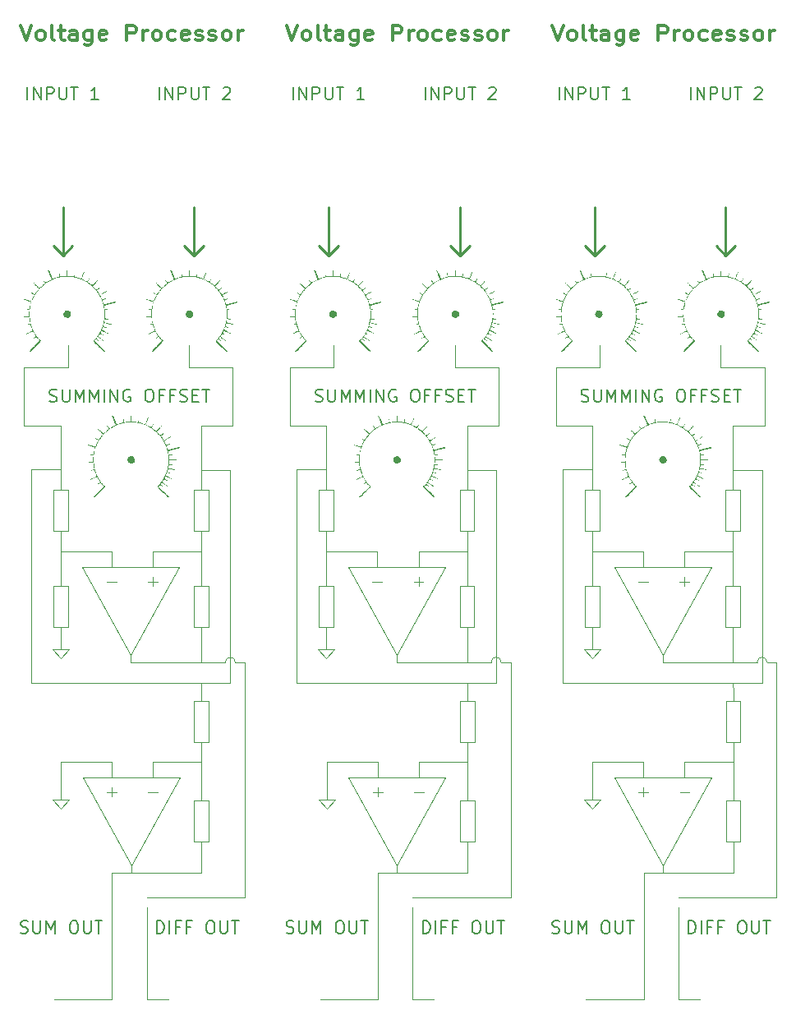
<source format=gto>
G04 #@! TF.GenerationSoftware,KiCad,Pcbnew,8.0.4-8.0.4-0~ubuntu22.04.1*
G04 #@! TF.CreationDate,2024-07-28T23:22:14+02:00*
G04 #@! TF.ProjectId,FrontPanel_panel,46726f6e-7450-4616-9e65-6c5f70616e65,0.1*
G04 #@! TF.SameCoordinates,Original*
G04 #@! TF.FileFunction,Legend,Top*
G04 #@! TF.FilePolarity,Positive*
%FSLAX46Y46*%
G04 Gerber Fmt 4.6, Leading zero omitted, Abs format (unit mm)*
G04 Created by KiCad (PCBNEW 8.0.4-8.0.4-0~ubuntu22.04.1) date 2024-07-28 23:22:14*
%MOMM*%
%LPD*%
G01*
G04 APERTURE LIST*
%ADD10C,0.100000*%
%ADD11C,0.250000*%
%ADD12C,0.200000*%
%ADD13C,0.325000*%
%ADD14C,0.000000*%
%ADD15C,0.500000*%
G04 APERTURE END LIST*
D10*
X178175000Y-102887500D02*
X178175000Y-104512500D01*
X183150000Y-94750000D02*
X165600000Y-94750000D01*
X113850000Y-83800000D02*
X113850000Y-84800000D01*
X183150000Y-81250000D02*
X178150000Y-81250000D01*
X155750000Y-82125000D02*
X155750000Y-80125000D01*
X140500000Y-89050000D02*
X142000000Y-89050000D01*
X155775000Y-101875000D02*
X155775000Y-100875000D01*
X168650000Y-80125000D02*
X168650000Y-79125000D01*
X128350000Y-81250000D02*
X123350000Y-81250000D01*
D11*
X168900000Y-50750000D02*
X167900000Y-49750000D01*
D10*
X182400000Y-89050000D02*
X183900000Y-89050000D01*
X141250000Y-68250000D02*
X141250000Y-70750000D01*
X175925000Y-114300000D02*
X173950000Y-114300000D01*
X146550000Y-127350000D02*
X140599947Y-127350000D01*
X182425000Y-100875000D02*
X183925000Y-100875000D01*
X141275000Y-107737500D02*
X142125000Y-106837500D01*
X168600000Y-72800000D02*
X165600000Y-72800000D01*
X141250000Y-82125000D02*
X141250000Y-80125000D01*
X131600000Y-68250000D02*
X131600000Y-62250000D01*
X155750000Y-83800000D02*
X155750000Y-84800000D01*
X186150000Y-72850000D02*
X186150000Y-94750000D01*
X156500000Y-89050000D02*
X156500000Y-84800000D01*
X156500000Y-79125000D02*
X156500000Y-74875000D01*
X132850000Y-92625000D02*
X132850000Y-94975000D01*
X168675000Y-106837500D02*
X168675000Y-102887500D01*
X128375000Y-105800000D02*
X128375000Y-103800000D01*
D11*
X141500000Y-50750000D02*
X140500000Y-49750000D01*
X182400000Y-50750000D02*
X181400000Y-49750000D01*
D10*
X116125000Y-104550000D02*
X126125000Y-104550000D01*
X110100000Y-68250000D02*
X110100000Y-62250000D01*
D11*
X155000000Y-50750000D02*
X154000000Y-49750000D01*
D10*
X129125000Y-106850000D02*
X127625000Y-106850000D01*
X113000000Y-91325000D02*
X113850000Y-92225000D01*
X173925000Y-102887500D02*
X173925000Y-104512500D01*
X127625000Y-106850000D02*
X127625000Y-111100000D01*
X168650000Y-92225000D02*
X169500000Y-91325000D01*
X173900000Y-81250000D02*
X173900000Y-82875000D01*
X131600000Y-68250000D02*
X128350000Y-68250000D01*
X167800000Y-91325000D02*
X169500000Y-91325000D01*
X129100000Y-74875000D02*
X127600000Y-74875000D01*
X155750000Y-80125000D02*
X155750000Y-79125000D01*
X173900000Y-81250000D02*
X168650000Y-81250000D01*
X146025000Y-106000000D02*
X147025000Y-106000000D01*
D11*
X114100000Y-50750000D02*
X113100000Y-49750000D01*
D10*
X127100000Y-62250000D02*
X127100000Y-60000000D01*
X141250000Y-73875000D02*
X141250000Y-74875000D01*
X156500000Y-74875000D02*
X155000000Y-74875000D01*
X141250000Y-74875000D02*
X141250000Y-70750000D01*
X113100000Y-89050000D02*
X114600000Y-89050000D01*
X169400000Y-74875000D02*
X167900000Y-74875000D01*
X140425000Y-106837500D02*
X142125000Y-106837500D01*
X179750000Y-127350000D02*
X177550000Y-127350000D01*
X116100000Y-82875000D02*
X121100000Y-91875000D01*
X150750000Y-81250000D02*
X150750000Y-82875000D01*
D11*
X141500000Y-50750000D02*
X142500000Y-49750000D01*
D10*
X122875000Y-106000000D02*
X123875000Y-106000000D01*
X181900000Y-62250000D02*
X186400000Y-62250000D01*
X178150000Y-81250000D02*
X178150000Y-82875000D01*
D11*
X114100000Y-45750000D02*
X114100000Y-50750000D01*
D10*
X186400000Y-68250000D02*
X183150000Y-68250000D01*
X140400000Y-91325000D02*
X142100000Y-91325000D01*
X123350000Y-83825000D02*
X123350000Y-84825000D01*
X183175000Y-105800000D02*
X183175000Y-103800000D01*
X128375000Y-105850000D02*
X128375000Y-106850000D01*
X114600000Y-62250000D02*
X114600000Y-60000000D01*
X168650000Y-73875000D02*
X168650000Y-74875000D01*
X183900000Y-79125000D02*
X183900000Y-74875000D01*
X129100000Y-89050000D02*
X129100000Y-84800000D01*
X146500000Y-81250000D02*
X146500000Y-82875000D01*
X131850000Y-92625000D02*
X132850000Y-92625000D01*
X119125000Y-102887500D02*
X113875000Y-102887500D01*
X182400000Y-84800000D02*
X182400000Y-89050000D01*
X183925000Y-111100000D02*
X183925000Y-106850000D01*
X128375000Y-102887500D02*
X123375000Y-102887500D01*
X142000000Y-62250000D02*
X142000000Y-60000000D01*
X155750000Y-72850000D02*
X158750000Y-72850000D01*
X141250000Y-80125000D02*
X141250000Y-79125000D01*
X155000000Y-74875000D02*
X155000000Y-79125000D01*
D11*
X127600000Y-50750000D02*
X126600000Y-49750000D01*
D10*
X113100000Y-74875000D02*
X113100000Y-79125000D01*
X183175000Y-102887500D02*
X178175000Y-102887500D01*
X167825000Y-106837500D02*
X168675000Y-107737500D01*
D11*
X141500000Y-45750000D02*
X141500000Y-50750000D01*
D10*
X177675000Y-106000000D02*
X178675000Y-106000000D01*
X150150000Y-127350000D02*
X150150000Y-117900000D01*
X186650000Y-92625000D02*
X187650000Y-92625000D01*
X129125000Y-111100000D02*
X129125000Y-106850000D01*
X128375000Y-101875000D02*
X128375000Y-100875000D01*
X155025000Y-106850000D02*
X155025000Y-111100000D01*
X129125000Y-96625000D02*
X127625000Y-96625000D01*
X183150000Y-84125000D02*
X183150000Y-82125000D01*
X183150000Y-82125000D02*
X183150000Y-80125000D01*
X183900000Y-89050000D02*
X183900000Y-84800000D01*
X183175000Y-105850000D02*
X183175000Y-106850000D01*
X158250000Y-92625000D02*
G75*
G02*
X159250000Y-92625000I500000J0D01*
G01*
X168650000Y-82125000D02*
X168650000Y-80125000D01*
X121125000Y-113550000D02*
X121125000Y-114300000D01*
X114600000Y-74875000D02*
X113100000Y-74875000D01*
X155775000Y-95625000D02*
X155775000Y-96625000D01*
X128350000Y-68250000D02*
X128350000Y-74875000D01*
X155750000Y-90050000D02*
X155750000Y-92625000D01*
X173950000Y-127350000D02*
X167999947Y-127350000D01*
X155750000Y-68250000D02*
X155750000Y-74875000D01*
X153525000Y-104550000D02*
X148525000Y-113550000D01*
X113850000Y-73875000D02*
X113850000Y-74875000D01*
X169400000Y-62250000D02*
X169400000Y-60000000D01*
X170900000Y-82875000D02*
X175900000Y-91875000D01*
X164900000Y-68250000D02*
X164900000Y-62250000D01*
X138200000Y-94750000D02*
X138200000Y-72800000D01*
X129100000Y-79125000D02*
X129100000Y-74875000D01*
X160250000Y-92625000D02*
X160250000Y-94975000D01*
X158750000Y-94750000D02*
X155750000Y-94750000D01*
X153500000Y-82875000D02*
X148500000Y-91875000D01*
X146525000Y-102887500D02*
X141275000Y-102887500D01*
X167825000Y-106837500D02*
X169525000Y-106837500D01*
X183925000Y-106850000D02*
X182425000Y-106850000D01*
X137500000Y-68250000D02*
X141250000Y-68250000D01*
X141250000Y-92225000D02*
X142100000Y-91325000D01*
X183150000Y-83800000D02*
X183150000Y-84800000D01*
X122750000Y-127350000D02*
X122750000Y-117900000D01*
X155000000Y-84800000D02*
X155000000Y-89050000D01*
X152350000Y-127350000D02*
X150150000Y-127350000D01*
X119125000Y-102887500D02*
X119125000Y-104512500D01*
X114600000Y-79125000D02*
X114600000Y-74875000D01*
X159250000Y-92625000D02*
X160250000Y-92625000D01*
X156525000Y-96625000D02*
X155025000Y-96625000D01*
X143500000Y-82875000D02*
X153500000Y-82875000D01*
X119150000Y-127350000D02*
X119150000Y-114300000D01*
X167900000Y-89050000D02*
X169400000Y-89050000D01*
X113000000Y-91325000D02*
X114700000Y-91325000D01*
X110100000Y-68250000D02*
X113850000Y-68250000D01*
X127625000Y-100875000D02*
X129125000Y-100875000D01*
X141250000Y-84125000D02*
X141250000Y-82125000D01*
X185650000Y-92625000D02*
G75*
G02*
X186650000Y-92625000I500000J0D01*
G01*
X169400000Y-79125000D02*
X169400000Y-74875000D01*
X181900000Y-62250000D02*
X181900000Y-60000000D01*
X141250000Y-83800000D02*
X141250000Y-84800000D01*
X173925000Y-102887500D02*
X168675000Y-102887500D01*
X127100000Y-62250000D02*
X131600000Y-62250000D01*
X183150000Y-94750000D02*
X183175000Y-95625000D01*
X114600000Y-84800000D02*
X113100000Y-84800000D01*
X113025000Y-106837500D02*
X114725000Y-106837500D01*
X168650000Y-83800000D02*
X168650000Y-84800000D01*
X150150000Y-116900000D02*
X160250000Y-116900000D01*
X128350000Y-90050000D02*
X128350000Y-89050000D01*
X183925000Y-96625000D02*
X182425000Y-96625000D01*
X140425000Y-106837500D02*
X141275000Y-107737500D01*
X175925000Y-114300000D02*
X183175000Y-114300000D01*
X126100000Y-82875000D02*
X121100000Y-91875000D01*
X177650000Y-84325000D02*
X178650000Y-84325000D01*
X183175000Y-112050000D02*
X183175000Y-114300000D01*
X155000000Y-89050000D02*
X156500000Y-89050000D01*
X187650000Y-92625000D02*
X187650000Y-94975000D01*
X155750000Y-81250000D02*
X150750000Y-81250000D01*
D11*
X155000000Y-45750000D02*
X155000000Y-50750000D01*
D10*
X128375000Y-103875000D02*
X128375000Y-101875000D01*
X113850000Y-91325000D02*
X113850000Y-89050000D01*
X110800000Y-94750000D02*
X110800000Y-72800000D01*
X119100000Y-81250000D02*
X119100000Y-82875000D01*
X113850000Y-82125000D02*
X113850000Y-80125000D01*
X155775000Y-112100000D02*
X155775000Y-111100000D01*
X141200000Y-72800000D02*
X138200000Y-72800000D01*
X127600000Y-79125000D02*
X129100000Y-79125000D01*
X127600000Y-89050000D02*
X129100000Y-89050000D01*
X183175000Y-95625000D02*
X183175000Y-96625000D01*
X148500000Y-91875000D02*
X148500000Y-92625000D01*
X155750000Y-73875000D02*
X155750000Y-74875000D01*
X148525000Y-114300000D02*
X146550000Y-114300000D01*
X187650000Y-94374986D02*
X187650000Y-116900000D01*
X175900000Y-91875000D02*
X175900000Y-92625000D01*
X186400000Y-68250000D02*
X186400000Y-62250000D01*
X164900000Y-68250000D02*
X168650000Y-68250000D01*
X146550000Y-127350000D02*
X146550000Y-114300000D01*
X146000000Y-84325000D02*
X147000000Y-84325000D01*
X154500000Y-62250000D02*
X159000000Y-62250000D01*
X118600000Y-84325000D02*
X119600000Y-84325000D01*
X180900000Y-82875000D02*
X175900000Y-91875000D01*
X128350000Y-94750000D02*
X128375000Y-95625000D01*
X150250000Y-84325000D02*
X151250000Y-84325000D01*
X148525000Y-114300000D02*
X155775000Y-114300000D01*
X170925000Y-104550000D02*
X180925000Y-104550000D01*
X122850000Y-84325000D02*
X123850000Y-84325000D01*
X183925000Y-100875000D02*
X183925000Y-96625000D01*
X128350000Y-80125000D02*
X128350000Y-79125000D01*
X124950000Y-127350000D02*
X122750000Y-127350000D01*
X113800000Y-72800000D02*
X110800000Y-72800000D01*
X155750000Y-92625000D02*
X158250000Y-92625000D01*
X159000000Y-68250000D02*
X159000000Y-62250000D01*
X183150000Y-73875000D02*
X183150000Y-74875000D01*
X173425000Y-106000000D02*
X174425000Y-106000000D01*
X168650000Y-74875000D02*
X168650000Y-70750000D01*
D11*
X168900000Y-45750000D02*
X168900000Y-50750000D01*
D10*
X142000000Y-89050000D02*
X142000000Y-84800000D01*
X132850000Y-94374986D02*
X132850000Y-116900000D01*
X128350000Y-94750000D02*
X110800000Y-94750000D01*
X183150000Y-72850000D02*
X186150000Y-72850000D01*
X183150000Y-90050000D02*
X183150000Y-89050000D01*
X173400000Y-84325000D02*
X174400000Y-84325000D01*
X150775000Y-102887500D02*
X150775000Y-104512500D01*
X182400000Y-79125000D02*
X183900000Y-79125000D01*
X183900000Y-74875000D02*
X182400000Y-74875000D01*
X154500000Y-62250000D02*
X154500000Y-60000000D01*
X155775000Y-112050000D02*
X155775000Y-114300000D01*
X183900000Y-84800000D02*
X182400000Y-84800000D01*
X123375000Y-102887500D02*
X123375000Y-104512500D01*
X182400000Y-74875000D02*
X182400000Y-79125000D01*
X113850000Y-80125000D02*
X113850000Y-79125000D01*
X155025000Y-100875000D02*
X156525000Y-100875000D01*
X155775000Y-105800000D02*
X155775000Y-103800000D01*
X169400000Y-89050000D02*
X169400000Y-84800000D01*
X140500000Y-79125000D02*
X142000000Y-79125000D01*
X113100000Y-79125000D02*
X114600000Y-79125000D01*
X130850000Y-92625000D02*
G75*
G02*
X131850000Y-92625000I500000J0D01*
G01*
X114600000Y-62250000D02*
X110100000Y-62250000D01*
X122750000Y-116900000D02*
X132850000Y-116900000D01*
X128350000Y-92625000D02*
X130850000Y-92625000D01*
X155025000Y-96625000D02*
X155025000Y-100875000D01*
X113025000Y-106837500D02*
X113875000Y-107737500D01*
D11*
X127600000Y-45750000D02*
X127600000Y-50750000D01*
D10*
X167900000Y-74875000D02*
X167900000Y-79125000D01*
X173925000Y-105500000D02*
X173925000Y-106500000D01*
X140500000Y-84800000D02*
X140500000Y-89050000D01*
X170900000Y-82875000D02*
X180900000Y-82875000D01*
X159000000Y-68250000D02*
X155750000Y-68250000D01*
X169400000Y-84800000D02*
X167900000Y-84800000D01*
X121125000Y-114300000D02*
X119150000Y-114300000D01*
X182425000Y-96625000D02*
X182425000Y-100875000D01*
X186150000Y-94750000D02*
X183150000Y-94750000D01*
X183150000Y-80125000D02*
X183150000Y-79125000D01*
X156500000Y-84800000D02*
X155000000Y-84800000D01*
X121100000Y-92625000D02*
X128350000Y-92625000D01*
X140400000Y-91325000D02*
X141250000Y-92225000D01*
X142000000Y-79125000D02*
X142000000Y-74875000D01*
X155750000Y-94750000D02*
X138200000Y-94750000D01*
X173950000Y-127350000D02*
X173950000Y-114300000D01*
X155775000Y-103875000D02*
X155775000Y-101875000D01*
X177550000Y-116900000D02*
X187650000Y-116900000D01*
X167900000Y-84800000D02*
X167900000Y-89050000D01*
X155000000Y-79125000D02*
X156500000Y-79125000D01*
X155775000Y-102887500D02*
X150775000Y-102887500D01*
X182425000Y-111100000D02*
X183925000Y-111100000D01*
X180925000Y-104550000D02*
X175925000Y-113550000D01*
X129125000Y-100875000D02*
X129125000Y-96625000D01*
X123350000Y-81250000D02*
X123350000Y-82875000D01*
X114600000Y-89050000D02*
X114600000Y-84800000D01*
X142000000Y-84800000D02*
X140500000Y-84800000D01*
X156525000Y-100875000D02*
X156525000Y-96625000D01*
X168650000Y-91325000D02*
X168650000Y-89050000D01*
X175900000Y-92625000D02*
X183150000Y-92625000D01*
X150275000Y-106000000D02*
X151275000Y-106000000D01*
X128350000Y-84125000D02*
X128350000Y-82125000D01*
X127625000Y-96625000D02*
X127625000Y-100875000D01*
D11*
X168900000Y-50750000D02*
X169900000Y-49750000D01*
D10*
X183175000Y-101875000D02*
X183175000Y-100875000D01*
X119125000Y-105500000D02*
X119125000Y-106500000D01*
X167800000Y-91325000D02*
X168650000Y-92225000D01*
X160250000Y-94374986D02*
X160250000Y-116900000D01*
X128350000Y-72850000D02*
X131350000Y-72850000D01*
X113875000Y-106837500D02*
X113875000Y-102887500D01*
X169400000Y-62250000D02*
X164900000Y-62250000D01*
X148500000Y-92625000D02*
X155750000Y-92625000D01*
X113100000Y-84800000D02*
X113100000Y-89050000D01*
X155750000Y-90050000D02*
X155750000Y-89050000D01*
X113850000Y-84125000D02*
X113850000Y-82125000D01*
X131350000Y-72850000D02*
X131350000Y-94750000D01*
X113850000Y-92225000D02*
X114700000Y-91325000D01*
X183150000Y-68250000D02*
X183150000Y-74875000D01*
X137500000Y-68250000D02*
X137500000Y-62250000D01*
X148525000Y-113550000D02*
X148525000Y-114300000D01*
X183175000Y-103875000D02*
X183175000Y-101875000D01*
X128375000Y-112050000D02*
X128375000Y-114300000D01*
X118625000Y-106000000D02*
X119625000Y-106000000D01*
X158750000Y-72850000D02*
X158750000Y-94750000D01*
X127600000Y-74875000D02*
X127600000Y-79125000D01*
X119100000Y-81250000D02*
X113850000Y-81250000D01*
X113850000Y-68250000D02*
X113850000Y-70750000D01*
X119150000Y-127350000D02*
X113199947Y-127350000D01*
X183150000Y-90050000D02*
X183150000Y-92625000D01*
X143500000Y-82875000D02*
X148500000Y-91875000D01*
X156525000Y-106850000D02*
X155025000Y-106850000D01*
X141250000Y-91325000D02*
X141250000Y-89050000D01*
X116100000Y-82875000D02*
X126100000Y-82875000D01*
X155775000Y-105850000D02*
X155775000Y-106850000D01*
X156525000Y-111100000D02*
X156525000Y-106850000D01*
D11*
X155000000Y-50750000D02*
X156000000Y-49750000D01*
D10*
X168675000Y-107737500D02*
X169525000Y-106837500D01*
X177550000Y-127350000D02*
X177550000Y-117900000D01*
X121100000Y-91875000D02*
X121100000Y-92625000D01*
X121125000Y-114300000D02*
X128375000Y-114300000D01*
X182425000Y-106850000D02*
X182425000Y-111100000D01*
X140500000Y-74875000D02*
X140500000Y-79125000D01*
X128350000Y-90050000D02*
X128350000Y-92625000D01*
X168650000Y-84125000D02*
X168650000Y-82125000D01*
X131350000Y-94750000D02*
X128350000Y-94750000D01*
X128375000Y-112100000D02*
X128375000Y-111100000D01*
X126125000Y-104550000D02*
X121125000Y-113550000D01*
X150750000Y-83825000D02*
X150750000Y-84825000D01*
D11*
X182400000Y-45750000D02*
X182400000Y-50750000D01*
D10*
X183150000Y-92625000D02*
X185650000Y-92625000D01*
X165600000Y-94750000D02*
X165600000Y-72800000D01*
X155750000Y-84125000D02*
X155750000Y-82125000D01*
X155025000Y-111100000D02*
X156525000Y-111100000D01*
D11*
X182400000Y-50750000D02*
X183400000Y-49750000D01*
D10*
X175925000Y-113550000D02*
X175925000Y-114300000D01*
X128375000Y-95625000D02*
X128375000Y-96625000D01*
X146500000Y-81250000D02*
X141250000Y-81250000D01*
X116125000Y-104550000D02*
X121125000Y-113550000D01*
X143525000Y-104550000D02*
X148525000Y-113550000D01*
X128350000Y-73875000D02*
X128350000Y-74875000D01*
X142000000Y-74875000D02*
X140500000Y-74875000D01*
X168650000Y-68250000D02*
X168650000Y-70750000D01*
X141275000Y-106837500D02*
X141275000Y-102887500D01*
D11*
X114100000Y-50750000D02*
X115100000Y-49750000D01*
D10*
X129100000Y-84800000D02*
X127600000Y-84800000D01*
X178150000Y-83825000D02*
X178150000Y-84825000D01*
X113875000Y-107737500D02*
X114725000Y-106837500D01*
X128350000Y-82125000D02*
X128350000Y-80125000D01*
X183175000Y-112100000D02*
X183175000Y-111100000D01*
X146525000Y-105500000D02*
X146525000Y-106500000D01*
X170925000Y-104550000D02*
X175925000Y-113550000D01*
X142000000Y-62250000D02*
X137500000Y-62250000D01*
X155750000Y-94750000D02*
X155775000Y-95625000D01*
X113850000Y-74875000D02*
X113850000Y-70750000D01*
X127625000Y-111100000D02*
X129125000Y-111100000D01*
X167900000Y-79125000D02*
X169400000Y-79125000D01*
X128350000Y-83800000D02*
X128350000Y-84800000D01*
D11*
X127600000Y-50750000D02*
X128600000Y-49750000D01*
D10*
X127600000Y-84800000D02*
X127600000Y-89050000D01*
X143525000Y-104550000D02*
X153525000Y-104550000D01*
X146525000Y-102887500D02*
X146525000Y-104512500D01*
D12*
X137129197Y-120518600D02*
X137314911Y-120580504D01*
X137314911Y-120580504D02*
X137624435Y-120580504D01*
X137624435Y-120580504D02*
X137748244Y-120518600D01*
X137748244Y-120518600D02*
X137810149Y-120456695D01*
X137810149Y-120456695D02*
X137872054Y-120332885D01*
X137872054Y-120332885D02*
X137872054Y-120209076D01*
X137872054Y-120209076D02*
X137810149Y-120085266D01*
X137810149Y-120085266D02*
X137748244Y-120023361D01*
X137748244Y-120023361D02*
X137624435Y-119961457D01*
X137624435Y-119961457D02*
X137376816Y-119899552D01*
X137376816Y-119899552D02*
X137253006Y-119837647D01*
X137253006Y-119837647D02*
X137191101Y-119775742D01*
X137191101Y-119775742D02*
X137129197Y-119651933D01*
X137129197Y-119651933D02*
X137129197Y-119528123D01*
X137129197Y-119528123D02*
X137191101Y-119404314D01*
X137191101Y-119404314D02*
X137253006Y-119342409D01*
X137253006Y-119342409D02*
X137376816Y-119280504D01*
X137376816Y-119280504D02*
X137686339Y-119280504D01*
X137686339Y-119280504D02*
X137872054Y-119342409D01*
X138429196Y-119280504D02*
X138429196Y-120332885D01*
X138429196Y-120332885D02*
X138491101Y-120456695D01*
X138491101Y-120456695D02*
X138553006Y-120518600D01*
X138553006Y-120518600D02*
X138676815Y-120580504D01*
X138676815Y-120580504D02*
X138924434Y-120580504D01*
X138924434Y-120580504D02*
X139048244Y-120518600D01*
X139048244Y-120518600D02*
X139110149Y-120456695D01*
X139110149Y-120456695D02*
X139172053Y-120332885D01*
X139172053Y-120332885D02*
X139172053Y-119280504D01*
X139791101Y-120580504D02*
X139791101Y-119280504D01*
X139791101Y-119280504D02*
X140224435Y-120209076D01*
X140224435Y-120209076D02*
X140657768Y-119280504D01*
X140657768Y-119280504D02*
X140657768Y-120580504D01*
X142514910Y-119280504D02*
X142762529Y-119280504D01*
X142762529Y-119280504D02*
X142886339Y-119342409D01*
X142886339Y-119342409D02*
X143010148Y-119466219D01*
X143010148Y-119466219D02*
X143072053Y-119713838D01*
X143072053Y-119713838D02*
X143072053Y-120147171D01*
X143072053Y-120147171D02*
X143010148Y-120394790D01*
X143010148Y-120394790D02*
X142886339Y-120518600D01*
X142886339Y-120518600D02*
X142762529Y-120580504D01*
X142762529Y-120580504D02*
X142514910Y-120580504D01*
X142514910Y-120580504D02*
X142391101Y-120518600D01*
X142391101Y-120518600D02*
X142267291Y-120394790D01*
X142267291Y-120394790D02*
X142205387Y-120147171D01*
X142205387Y-120147171D02*
X142205387Y-119713838D01*
X142205387Y-119713838D02*
X142267291Y-119466219D01*
X142267291Y-119466219D02*
X142391101Y-119342409D01*
X142391101Y-119342409D02*
X142514910Y-119280504D01*
X143629196Y-119280504D02*
X143629196Y-120332885D01*
X143629196Y-120332885D02*
X143691101Y-120456695D01*
X143691101Y-120456695D02*
X143753006Y-120518600D01*
X143753006Y-120518600D02*
X143876815Y-120580504D01*
X143876815Y-120580504D02*
X144124434Y-120580504D01*
X144124434Y-120580504D02*
X144248244Y-120518600D01*
X144248244Y-120518600D02*
X144310149Y-120456695D01*
X144310149Y-120456695D02*
X144372053Y-120332885D01*
X144372053Y-120332885D02*
X144372053Y-119280504D01*
X144805387Y-119280504D02*
X145548244Y-119280504D01*
X145176816Y-120580504D02*
X145176816Y-119280504D01*
X137841101Y-34680504D02*
X137841101Y-33380504D01*
X138460149Y-34680504D02*
X138460149Y-33380504D01*
X138460149Y-33380504D02*
X139203006Y-34680504D01*
X139203006Y-34680504D02*
X139203006Y-33380504D01*
X139822054Y-34680504D02*
X139822054Y-33380504D01*
X139822054Y-33380504D02*
X140317292Y-33380504D01*
X140317292Y-33380504D02*
X140441102Y-33442409D01*
X140441102Y-33442409D02*
X140503007Y-33504314D01*
X140503007Y-33504314D02*
X140564911Y-33628123D01*
X140564911Y-33628123D02*
X140564911Y-33813838D01*
X140564911Y-33813838D02*
X140503007Y-33937647D01*
X140503007Y-33937647D02*
X140441102Y-33999552D01*
X140441102Y-33999552D02*
X140317292Y-34061457D01*
X140317292Y-34061457D02*
X139822054Y-34061457D01*
X141122054Y-33380504D02*
X141122054Y-34432885D01*
X141122054Y-34432885D02*
X141183959Y-34556695D01*
X141183959Y-34556695D02*
X141245864Y-34618600D01*
X141245864Y-34618600D02*
X141369673Y-34680504D01*
X141369673Y-34680504D02*
X141617292Y-34680504D01*
X141617292Y-34680504D02*
X141741102Y-34618600D01*
X141741102Y-34618600D02*
X141803007Y-34556695D01*
X141803007Y-34556695D02*
X141864911Y-34432885D01*
X141864911Y-34432885D02*
X141864911Y-33380504D01*
X142298245Y-33380504D02*
X143041102Y-33380504D01*
X142669674Y-34680504D02*
X142669674Y-33380504D01*
X145145864Y-34680504D02*
X144403007Y-34680504D01*
X144774435Y-34680504D02*
X144774435Y-33380504D01*
X144774435Y-33380504D02*
X144650626Y-33566219D01*
X144650626Y-33566219D02*
X144526816Y-33690028D01*
X144526816Y-33690028D02*
X144403007Y-33751933D01*
X178841101Y-34680504D02*
X178841101Y-33380504D01*
X179460149Y-34680504D02*
X179460149Y-33380504D01*
X179460149Y-33380504D02*
X180203006Y-34680504D01*
X180203006Y-34680504D02*
X180203006Y-33380504D01*
X180822054Y-34680504D02*
X180822054Y-33380504D01*
X180822054Y-33380504D02*
X181317292Y-33380504D01*
X181317292Y-33380504D02*
X181441102Y-33442409D01*
X181441102Y-33442409D02*
X181503007Y-33504314D01*
X181503007Y-33504314D02*
X181564911Y-33628123D01*
X181564911Y-33628123D02*
X181564911Y-33813838D01*
X181564911Y-33813838D02*
X181503007Y-33937647D01*
X181503007Y-33937647D02*
X181441102Y-33999552D01*
X181441102Y-33999552D02*
X181317292Y-34061457D01*
X181317292Y-34061457D02*
X180822054Y-34061457D01*
X182122054Y-33380504D02*
X182122054Y-34432885D01*
X182122054Y-34432885D02*
X182183959Y-34556695D01*
X182183959Y-34556695D02*
X182245864Y-34618600D01*
X182245864Y-34618600D02*
X182369673Y-34680504D01*
X182369673Y-34680504D02*
X182617292Y-34680504D01*
X182617292Y-34680504D02*
X182741102Y-34618600D01*
X182741102Y-34618600D02*
X182803007Y-34556695D01*
X182803007Y-34556695D02*
X182864911Y-34432885D01*
X182864911Y-34432885D02*
X182864911Y-33380504D01*
X183298245Y-33380504D02*
X184041102Y-33380504D01*
X183669674Y-34680504D02*
X183669674Y-33380504D01*
X185403007Y-33504314D02*
X185464911Y-33442409D01*
X185464911Y-33442409D02*
X185588721Y-33380504D01*
X185588721Y-33380504D02*
X185898245Y-33380504D01*
X185898245Y-33380504D02*
X186022054Y-33442409D01*
X186022054Y-33442409D02*
X186083959Y-33504314D01*
X186083959Y-33504314D02*
X186145864Y-33628123D01*
X186145864Y-33628123D02*
X186145864Y-33751933D01*
X186145864Y-33751933D02*
X186083959Y-33937647D01*
X186083959Y-33937647D02*
X185341102Y-34680504D01*
X185341102Y-34680504D02*
X186145864Y-34680504D01*
X110441101Y-34680504D02*
X110441101Y-33380504D01*
X111060149Y-34680504D02*
X111060149Y-33380504D01*
X111060149Y-33380504D02*
X111803006Y-34680504D01*
X111803006Y-34680504D02*
X111803006Y-33380504D01*
X112422054Y-34680504D02*
X112422054Y-33380504D01*
X112422054Y-33380504D02*
X112917292Y-33380504D01*
X112917292Y-33380504D02*
X113041102Y-33442409D01*
X113041102Y-33442409D02*
X113103007Y-33504314D01*
X113103007Y-33504314D02*
X113164911Y-33628123D01*
X113164911Y-33628123D02*
X113164911Y-33813838D01*
X113164911Y-33813838D02*
X113103007Y-33937647D01*
X113103007Y-33937647D02*
X113041102Y-33999552D01*
X113041102Y-33999552D02*
X112917292Y-34061457D01*
X112917292Y-34061457D02*
X112422054Y-34061457D01*
X113722054Y-33380504D02*
X113722054Y-34432885D01*
X113722054Y-34432885D02*
X113783959Y-34556695D01*
X113783959Y-34556695D02*
X113845864Y-34618600D01*
X113845864Y-34618600D02*
X113969673Y-34680504D01*
X113969673Y-34680504D02*
X114217292Y-34680504D01*
X114217292Y-34680504D02*
X114341102Y-34618600D01*
X114341102Y-34618600D02*
X114403007Y-34556695D01*
X114403007Y-34556695D02*
X114464911Y-34432885D01*
X114464911Y-34432885D02*
X114464911Y-33380504D01*
X114898245Y-33380504D02*
X115641102Y-33380504D01*
X115269674Y-34680504D02*
X115269674Y-33380504D01*
X117745864Y-34680504D02*
X117003007Y-34680504D01*
X117374435Y-34680504D02*
X117374435Y-33380504D01*
X117374435Y-33380504D02*
X117250626Y-33566219D01*
X117250626Y-33566219D02*
X117126816Y-33690028D01*
X117126816Y-33690028D02*
X117003007Y-33751933D01*
D13*
X164525719Y-27049528D02*
X165092386Y-28549528D01*
X165092386Y-28549528D02*
X165659053Y-27049528D01*
X166468577Y-28549528D02*
X166306672Y-28478100D01*
X166306672Y-28478100D02*
X166225719Y-28406671D01*
X166225719Y-28406671D02*
X166144767Y-28263814D01*
X166144767Y-28263814D02*
X166144767Y-27835242D01*
X166144767Y-27835242D02*
X166225719Y-27692385D01*
X166225719Y-27692385D02*
X166306672Y-27620957D01*
X166306672Y-27620957D02*
X166468577Y-27549528D01*
X166468577Y-27549528D02*
X166711434Y-27549528D01*
X166711434Y-27549528D02*
X166873338Y-27620957D01*
X166873338Y-27620957D02*
X166954291Y-27692385D01*
X166954291Y-27692385D02*
X167035243Y-27835242D01*
X167035243Y-27835242D02*
X167035243Y-28263814D01*
X167035243Y-28263814D02*
X166954291Y-28406671D01*
X166954291Y-28406671D02*
X166873338Y-28478100D01*
X166873338Y-28478100D02*
X166711434Y-28549528D01*
X166711434Y-28549528D02*
X166468577Y-28549528D01*
X168006672Y-28549528D02*
X167844767Y-28478100D01*
X167844767Y-28478100D02*
X167763814Y-28335242D01*
X167763814Y-28335242D02*
X167763814Y-27049528D01*
X168411433Y-27549528D02*
X169059052Y-27549528D01*
X168654290Y-27049528D02*
X168654290Y-28335242D01*
X168654290Y-28335242D02*
X168735243Y-28478100D01*
X168735243Y-28478100D02*
X168897148Y-28549528D01*
X168897148Y-28549528D02*
X169059052Y-28549528D01*
X170354291Y-28549528D02*
X170354291Y-27763814D01*
X170354291Y-27763814D02*
X170273338Y-27620957D01*
X170273338Y-27620957D02*
X170111434Y-27549528D01*
X170111434Y-27549528D02*
X169787624Y-27549528D01*
X169787624Y-27549528D02*
X169625719Y-27620957D01*
X170354291Y-28478100D02*
X170192386Y-28549528D01*
X170192386Y-28549528D02*
X169787624Y-28549528D01*
X169787624Y-28549528D02*
X169625719Y-28478100D01*
X169625719Y-28478100D02*
X169544767Y-28335242D01*
X169544767Y-28335242D02*
X169544767Y-28192385D01*
X169544767Y-28192385D02*
X169625719Y-28049528D01*
X169625719Y-28049528D02*
X169787624Y-27978100D01*
X169787624Y-27978100D02*
X170192386Y-27978100D01*
X170192386Y-27978100D02*
X170354291Y-27906671D01*
X171892386Y-27549528D02*
X171892386Y-28763814D01*
X171892386Y-28763814D02*
X171811433Y-28906671D01*
X171811433Y-28906671D02*
X171730481Y-28978100D01*
X171730481Y-28978100D02*
X171568576Y-29049528D01*
X171568576Y-29049528D02*
X171325719Y-29049528D01*
X171325719Y-29049528D02*
X171163814Y-28978100D01*
X171892386Y-28478100D02*
X171730481Y-28549528D01*
X171730481Y-28549528D02*
X171406672Y-28549528D01*
X171406672Y-28549528D02*
X171244767Y-28478100D01*
X171244767Y-28478100D02*
X171163814Y-28406671D01*
X171163814Y-28406671D02*
X171082862Y-28263814D01*
X171082862Y-28263814D02*
X171082862Y-27835242D01*
X171082862Y-27835242D02*
X171163814Y-27692385D01*
X171163814Y-27692385D02*
X171244767Y-27620957D01*
X171244767Y-27620957D02*
X171406672Y-27549528D01*
X171406672Y-27549528D02*
X171730481Y-27549528D01*
X171730481Y-27549528D02*
X171892386Y-27620957D01*
X173349528Y-28478100D02*
X173187624Y-28549528D01*
X173187624Y-28549528D02*
X172863814Y-28549528D01*
X172863814Y-28549528D02*
X172701909Y-28478100D01*
X172701909Y-28478100D02*
X172620957Y-28335242D01*
X172620957Y-28335242D02*
X172620957Y-27763814D01*
X172620957Y-27763814D02*
X172701909Y-27620957D01*
X172701909Y-27620957D02*
X172863814Y-27549528D01*
X172863814Y-27549528D02*
X173187624Y-27549528D01*
X173187624Y-27549528D02*
X173349528Y-27620957D01*
X173349528Y-27620957D02*
X173430481Y-27763814D01*
X173430481Y-27763814D02*
X173430481Y-27906671D01*
X173430481Y-27906671D02*
X172620957Y-28049528D01*
X175454290Y-28549528D02*
X175454290Y-27049528D01*
X175454290Y-27049528D02*
X176101909Y-27049528D01*
X176101909Y-27049528D02*
X176263814Y-27120957D01*
X176263814Y-27120957D02*
X176344767Y-27192385D01*
X176344767Y-27192385D02*
X176425719Y-27335242D01*
X176425719Y-27335242D02*
X176425719Y-27549528D01*
X176425719Y-27549528D02*
X176344767Y-27692385D01*
X176344767Y-27692385D02*
X176263814Y-27763814D01*
X176263814Y-27763814D02*
X176101909Y-27835242D01*
X176101909Y-27835242D02*
X175454290Y-27835242D01*
X177154290Y-28549528D02*
X177154290Y-27549528D01*
X177154290Y-27835242D02*
X177235243Y-27692385D01*
X177235243Y-27692385D02*
X177316195Y-27620957D01*
X177316195Y-27620957D02*
X177478100Y-27549528D01*
X177478100Y-27549528D02*
X177640005Y-27549528D01*
X178449529Y-28549528D02*
X178287624Y-28478100D01*
X178287624Y-28478100D02*
X178206671Y-28406671D01*
X178206671Y-28406671D02*
X178125719Y-28263814D01*
X178125719Y-28263814D02*
X178125719Y-27835242D01*
X178125719Y-27835242D02*
X178206671Y-27692385D01*
X178206671Y-27692385D02*
X178287624Y-27620957D01*
X178287624Y-27620957D02*
X178449529Y-27549528D01*
X178449529Y-27549528D02*
X178692386Y-27549528D01*
X178692386Y-27549528D02*
X178854290Y-27620957D01*
X178854290Y-27620957D02*
X178935243Y-27692385D01*
X178935243Y-27692385D02*
X179016195Y-27835242D01*
X179016195Y-27835242D02*
X179016195Y-28263814D01*
X179016195Y-28263814D02*
X178935243Y-28406671D01*
X178935243Y-28406671D02*
X178854290Y-28478100D01*
X178854290Y-28478100D02*
X178692386Y-28549528D01*
X178692386Y-28549528D02*
X178449529Y-28549528D01*
X180473338Y-28478100D02*
X180311433Y-28549528D01*
X180311433Y-28549528D02*
X179987624Y-28549528D01*
X179987624Y-28549528D02*
X179825719Y-28478100D01*
X179825719Y-28478100D02*
X179744766Y-28406671D01*
X179744766Y-28406671D02*
X179663814Y-28263814D01*
X179663814Y-28263814D02*
X179663814Y-27835242D01*
X179663814Y-27835242D02*
X179744766Y-27692385D01*
X179744766Y-27692385D02*
X179825719Y-27620957D01*
X179825719Y-27620957D02*
X179987624Y-27549528D01*
X179987624Y-27549528D02*
X180311433Y-27549528D01*
X180311433Y-27549528D02*
X180473338Y-27620957D01*
X181849528Y-28478100D02*
X181687624Y-28549528D01*
X181687624Y-28549528D02*
X181363814Y-28549528D01*
X181363814Y-28549528D02*
X181201909Y-28478100D01*
X181201909Y-28478100D02*
X181120957Y-28335242D01*
X181120957Y-28335242D02*
X181120957Y-27763814D01*
X181120957Y-27763814D02*
X181201909Y-27620957D01*
X181201909Y-27620957D02*
X181363814Y-27549528D01*
X181363814Y-27549528D02*
X181687624Y-27549528D01*
X181687624Y-27549528D02*
X181849528Y-27620957D01*
X181849528Y-27620957D02*
X181930481Y-27763814D01*
X181930481Y-27763814D02*
X181930481Y-27906671D01*
X181930481Y-27906671D02*
X181120957Y-28049528D01*
X182578100Y-28478100D02*
X182740005Y-28549528D01*
X182740005Y-28549528D02*
X183063814Y-28549528D01*
X183063814Y-28549528D02*
X183225719Y-28478100D01*
X183225719Y-28478100D02*
X183306671Y-28335242D01*
X183306671Y-28335242D02*
X183306671Y-28263814D01*
X183306671Y-28263814D02*
X183225719Y-28120957D01*
X183225719Y-28120957D02*
X183063814Y-28049528D01*
X183063814Y-28049528D02*
X182820957Y-28049528D01*
X182820957Y-28049528D02*
X182659052Y-27978100D01*
X182659052Y-27978100D02*
X182578100Y-27835242D01*
X182578100Y-27835242D02*
X182578100Y-27763814D01*
X182578100Y-27763814D02*
X182659052Y-27620957D01*
X182659052Y-27620957D02*
X182820957Y-27549528D01*
X182820957Y-27549528D02*
X183063814Y-27549528D01*
X183063814Y-27549528D02*
X183225719Y-27620957D01*
X183954290Y-28478100D02*
X184116195Y-28549528D01*
X184116195Y-28549528D02*
X184440004Y-28549528D01*
X184440004Y-28549528D02*
X184601909Y-28478100D01*
X184601909Y-28478100D02*
X184682861Y-28335242D01*
X184682861Y-28335242D02*
X184682861Y-28263814D01*
X184682861Y-28263814D02*
X184601909Y-28120957D01*
X184601909Y-28120957D02*
X184440004Y-28049528D01*
X184440004Y-28049528D02*
X184197147Y-28049528D01*
X184197147Y-28049528D02*
X184035242Y-27978100D01*
X184035242Y-27978100D02*
X183954290Y-27835242D01*
X183954290Y-27835242D02*
X183954290Y-27763814D01*
X183954290Y-27763814D02*
X184035242Y-27620957D01*
X184035242Y-27620957D02*
X184197147Y-27549528D01*
X184197147Y-27549528D02*
X184440004Y-27549528D01*
X184440004Y-27549528D02*
X184601909Y-27620957D01*
X185654290Y-28549528D02*
X185492385Y-28478100D01*
X185492385Y-28478100D02*
X185411432Y-28406671D01*
X185411432Y-28406671D02*
X185330480Y-28263814D01*
X185330480Y-28263814D02*
X185330480Y-27835242D01*
X185330480Y-27835242D02*
X185411432Y-27692385D01*
X185411432Y-27692385D02*
X185492385Y-27620957D01*
X185492385Y-27620957D02*
X185654290Y-27549528D01*
X185654290Y-27549528D02*
X185897147Y-27549528D01*
X185897147Y-27549528D02*
X186059051Y-27620957D01*
X186059051Y-27620957D02*
X186140004Y-27692385D01*
X186140004Y-27692385D02*
X186220956Y-27835242D01*
X186220956Y-27835242D02*
X186220956Y-28263814D01*
X186220956Y-28263814D02*
X186140004Y-28406671D01*
X186140004Y-28406671D02*
X186059051Y-28478100D01*
X186059051Y-28478100D02*
X185897147Y-28549528D01*
X185897147Y-28549528D02*
X185654290Y-28549528D01*
X186949527Y-28549528D02*
X186949527Y-27549528D01*
X186949527Y-27835242D02*
X187030480Y-27692385D01*
X187030480Y-27692385D02*
X187111432Y-27620957D01*
X187111432Y-27620957D02*
X187273337Y-27549528D01*
X187273337Y-27549528D02*
X187435242Y-27549528D01*
D12*
X178591101Y-120580504D02*
X178591101Y-119280504D01*
X178591101Y-119280504D02*
X178900625Y-119280504D01*
X178900625Y-119280504D02*
X179086339Y-119342409D01*
X179086339Y-119342409D02*
X179210149Y-119466219D01*
X179210149Y-119466219D02*
X179272054Y-119590028D01*
X179272054Y-119590028D02*
X179333958Y-119837647D01*
X179333958Y-119837647D02*
X179333958Y-120023361D01*
X179333958Y-120023361D02*
X179272054Y-120270980D01*
X179272054Y-120270980D02*
X179210149Y-120394790D01*
X179210149Y-120394790D02*
X179086339Y-120518600D01*
X179086339Y-120518600D02*
X178900625Y-120580504D01*
X178900625Y-120580504D02*
X178591101Y-120580504D01*
X179891101Y-120580504D02*
X179891101Y-119280504D01*
X180943483Y-119899552D02*
X180510149Y-119899552D01*
X180510149Y-120580504D02*
X180510149Y-119280504D01*
X180510149Y-119280504D02*
X181129197Y-119280504D01*
X182057769Y-119899552D02*
X181624435Y-119899552D01*
X181624435Y-120580504D02*
X181624435Y-119280504D01*
X181624435Y-119280504D02*
X182243483Y-119280504D01*
X183976816Y-119280504D02*
X184224435Y-119280504D01*
X184224435Y-119280504D02*
X184348245Y-119342409D01*
X184348245Y-119342409D02*
X184472054Y-119466219D01*
X184472054Y-119466219D02*
X184533959Y-119713838D01*
X184533959Y-119713838D02*
X184533959Y-120147171D01*
X184533959Y-120147171D02*
X184472054Y-120394790D01*
X184472054Y-120394790D02*
X184348245Y-120518600D01*
X184348245Y-120518600D02*
X184224435Y-120580504D01*
X184224435Y-120580504D02*
X183976816Y-120580504D01*
X183976816Y-120580504D02*
X183853007Y-120518600D01*
X183853007Y-120518600D02*
X183729197Y-120394790D01*
X183729197Y-120394790D02*
X183667293Y-120147171D01*
X183667293Y-120147171D02*
X183667293Y-119713838D01*
X183667293Y-119713838D02*
X183729197Y-119466219D01*
X183729197Y-119466219D02*
X183853007Y-119342409D01*
X183853007Y-119342409D02*
X183976816Y-119280504D01*
X185091102Y-119280504D02*
X185091102Y-120332885D01*
X185091102Y-120332885D02*
X185153007Y-120456695D01*
X185153007Y-120456695D02*
X185214912Y-120518600D01*
X185214912Y-120518600D02*
X185338721Y-120580504D01*
X185338721Y-120580504D02*
X185586340Y-120580504D01*
X185586340Y-120580504D02*
X185710150Y-120518600D01*
X185710150Y-120518600D02*
X185772055Y-120456695D01*
X185772055Y-120456695D02*
X185833959Y-120332885D01*
X185833959Y-120332885D02*
X185833959Y-119280504D01*
X186267293Y-119280504D02*
X187010150Y-119280504D01*
X186638722Y-120580504D02*
X186638722Y-119280504D01*
X112729197Y-65768600D02*
X112914911Y-65830504D01*
X112914911Y-65830504D02*
X113224435Y-65830504D01*
X113224435Y-65830504D02*
X113348244Y-65768600D01*
X113348244Y-65768600D02*
X113410149Y-65706695D01*
X113410149Y-65706695D02*
X113472054Y-65582885D01*
X113472054Y-65582885D02*
X113472054Y-65459076D01*
X113472054Y-65459076D02*
X113410149Y-65335266D01*
X113410149Y-65335266D02*
X113348244Y-65273361D01*
X113348244Y-65273361D02*
X113224435Y-65211457D01*
X113224435Y-65211457D02*
X112976816Y-65149552D01*
X112976816Y-65149552D02*
X112853006Y-65087647D01*
X112853006Y-65087647D02*
X112791101Y-65025742D01*
X112791101Y-65025742D02*
X112729197Y-64901933D01*
X112729197Y-64901933D02*
X112729197Y-64778123D01*
X112729197Y-64778123D02*
X112791101Y-64654314D01*
X112791101Y-64654314D02*
X112853006Y-64592409D01*
X112853006Y-64592409D02*
X112976816Y-64530504D01*
X112976816Y-64530504D02*
X113286339Y-64530504D01*
X113286339Y-64530504D02*
X113472054Y-64592409D01*
X114029196Y-64530504D02*
X114029196Y-65582885D01*
X114029196Y-65582885D02*
X114091101Y-65706695D01*
X114091101Y-65706695D02*
X114153006Y-65768600D01*
X114153006Y-65768600D02*
X114276815Y-65830504D01*
X114276815Y-65830504D02*
X114524434Y-65830504D01*
X114524434Y-65830504D02*
X114648244Y-65768600D01*
X114648244Y-65768600D02*
X114710149Y-65706695D01*
X114710149Y-65706695D02*
X114772053Y-65582885D01*
X114772053Y-65582885D02*
X114772053Y-64530504D01*
X115391101Y-65830504D02*
X115391101Y-64530504D01*
X115391101Y-64530504D02*
X115824435Y-65459076D01*
X115824435Y-65459076D02*
X116257768Y-64530504D01*
X116257768Y-64530504D02*
X116257768Y-65830504D01*
X116876815Y-65830504D02*
X116876815Y-64530504D01*
X116876815Y-64530504D02*
X117310149Y-65459076D01*
X117310149Y-65459076D02*
X117743482Y-64530504D01*
X117743482Y-64530504D02*
X117743482Y-65830504D01*
X118362529Y-65830504D02*
X118362529Y-64530504D01*
X118981577Y-65830504D02*
X118981577Y-64530504D01*
X118981577Y-64530504D02*
X119724434Y-65830504D01*
X119724434Y-65830504D02*
X119724434Y-64530504D01*
X121024435Y-64592409D02*
X120900625Y-64530504D01*
X120900625Y-64530504D02*
X120714911Y-64530504D01*
X120714911Y-64530504D02*
X120529197Y-64592409D01*
X120529197Y-64592409D02*
X120405387Y-64716219D01*
X120405387Y-64716219D02*
X120343482Y-64840028D01*
X120343482Y-64840028D02*
X120281578Y-65087647D01*
X120281578Y-65087647D02*
X120281578Y-65273361D01*
X120281578Y-65273361D02*
X120343482Y-65520980D01*
X120343482Y-65520980D02*
X120405387Y-65644790D01*
X120405387Y-65644790D02*
X120529197Y-65768600D01*
X120529197Y-65768600D02*
X120714911Y-65830504D01*
X120714911Y-65830504D02*
X120838720Y-65830504D01*
X120838720Y-65830504D02*
X121024435Y-65768600D01*
X121024435Y-65768600D02*
X121086339Y-65706695D01*
X121086339Y-65706695D02*
X121086339Y-65273361D01*
X121086339Y-65273361D02*
X120838720Y-65273361D01*
X122881577Y-64530504D02*
X123129196Y-64530504D01*
X123129196Y-64530504D02*
X123253006Y-64592409D01*
X123253006Y-64592409D02*
X123376815Y-64716219D01*
X123376815Y-64716219D02*
X123438720Y-64963838D01*
X123438720Y-64963838D02*
X123438720Y-65397171D01*
X123438720Y-65397171D02*
X123376815Y-65644790D01*
X123376815Y-65644790D02*
X123253006Y-65768600D01*
X123253006Y-65768600D02*
X123129196Y-65830504D01*
X123129196Y-65830504D02*
X122881577Y-65830504D01*
X122881577Y-65830504D02*
X122757768Y-65768600D01*
X122757768Y-65768600D02*
X122633958Y-65644790D01*
X122633958Y-65644790D02*
X122572054Y-65397171D01*
X122572054Y-65397171D02*
X122572054Y-64963838D01*
X122572054Y-64963838D02*
X122633958Y-64716219D01*
X122633958Y-64716219D02*
X122757768Y-64592409D01*
X122757768Y-64592409D02*
X122881577Y-64530504D01*
X124429197Y-65149552D02*
X123995863Y-65149552D01*
X123995863Y-65830504D02*
X123995863Y-64530504D01*
X123995863Y-64530504D02*
X124614911Y-64530504D01*
X125543483Y-65149552D02*
X125110149Y-65149552D01*
X125110149Y-65830504D02*
X125110149Y-64530504D01*
X125110149Y-64530504D02*
X125729197Y-64530504D01*
X126162531Y-65768600D02*
X126348245Y-65830504D01*
X126348245Y-65830504D02*
X126657769Y-65830504D01*
X126657769Y-65830504D02*
X126781578Y-65768600D01*
X126781578Y-65768600D02*
X126843483Y-65706695D01*
X126843483Y-65706695D02*
X126905388Y-65582885D01*
X126905388Y-65582885D02*
X126905388Y-65459076D01*
X126905388Y-65459076D02*
X126843483Y-65335266D01*
X126843483Y-65335266D02*
X126781578Y-65273361D01*
X126781578Y-65273361D02*
X126657769Y-65211457D01*
X126657769Y-65211457D02*
X126410150Y-65149552D01*
X126410150Y-65149552D02*
X126286340Y-65087647D01*
X126286340Y-65087647D02*
X126224435Y-65025742D01*
X126224435Y-65025742D02*
X126162531Y-64901933D01*
X126162531Y-64901933D02*
X126162531Y-64778123D01*
X126162531Y-64778123D02*
X126224435Y-64654314D01*
X126224435Y-64654314D02*
X126286340Y-64592409D01*
X126286340Y-64592409D02*
X126410150Y-64530504D01*
X126410150Y-64530504D02*
X126719673Y-64530504D01*
X126719673Y-64530504D02*
X126905388Y-64592409D01*
X127462530Y-65149552D02*
X127895864Y-65149552D01*
X128081578Y-65830504D02*
X127462530Y-65830504D01*
X127462530Y-65830504D02*
X127462530Y-64530504D01*
X127462530Y-64530504D02*
X128081578Y-64530504D01*
X128453006Y-64530504D02*
X129195863Y-64530504D01*
X128824435Y-65830504D02*
X128824435Y-64530504D01*
X151441101Y-34680504D02*
X151441101Y-33380504D01*
X152060149Y-34680504D02*
X152060149Y-33380504D01*
X152060149Y-33380504D02*
X152803006Y-34680504D01*
X152803006Y-34680504D02*
X152803006Y-33380504D01*
X153422054Y-34680504D02*
X153422054Y-33380504D01*
X153422054Y-33380504D02*
X153917292Y-33380504D01*
X153917292Y-33380504D02*
X154041102Y-33442409D01*
X154041102Y-33442409D02*
X154103007Y-33504314D01*
X154103007Y-33504314D02*
X154164911Y-33628123D01*
X154164911Y-33628123D02*
X154164911Y-33813838D01*
X154164911Y-33813838D02*
X154103007Y-33937647D01*
X154103007Y-33937647D02*
X154041102Y-33999552D01*
X154041102Y-33999552D02*
X153917292Y-34061457D01*
X153917292Y-34061457D02*
X153422054Y-34061457D01*
X154722054Y-33380504D02*
X154722054Y-34432885D01*
X154722054Y-34432885D02*
X154783959Y-34556695D01*
X154783959Y-34556695D02*
X154845864Y-34618600D01*
X154845864Y-34618600D02*
X154969673Y-34680504D01*
X154969673Y-34680504D02*
X155217292Y-34680504D01*
X155217292Y-34680504D02*
X155341102Y-34618600D01*
X155341102Y-34618600D02*
X155403007Y-34556695D01*
X155403007Y-34556695D02*
X155464911Y-34432885D01*
X155464911Y-34432885D02*
X155464911Y-33380504D01*
X155898245Y-33380504D02*
X156641102Y-33380504D01*
X156269674Y-34680504D02*
X156269674Y-33380504D01*
X158003007Y-33504314D02*
X158064911Y-33442409D01*
X158064911Y-33442409D02*
X158188721Y-33380504D01*
X158188721Y-33380504D02*
X158498245Y-33380504D01*
X158498245Y-33380504D02*
X158622054Y-33442409D01*
X158622054Y-33442409D02*
X158683959Y-33504314D01*
X158683959Y-33504314D02*
X158745864Y-33628123D01*
X158745864Y-33628123D02*
X158745864Y-33751933D01*
X158745864Y-33751933D02*
X158683959Y-33937647D01*
X158683959Y-33937647D02*
X157941102Y-34680504D01*
X157941102Y-34680504D02*
X158745864Y-34680504D01*
D13*
X109725719Y-27049528D02*
X110292386Y-28549528D01*
X110292386Y-28549528D02*
X110859053Y-27049528D01*
X111668577Y-28549528D02*
X111506672Y-28478100D01*
X111506672Y-28478100D02*
X111425719Y-28406671D01*
X111425719Y-28406671D02*
X111344767Y-28263814D01*
X111344767Y-28263814D02*
X111344767Y-27835242D01*
X111344767Y-27835242D02*
X111425719Y-27692385D01*
X111425719Y-27692385D02*
X111506672Y-27620957D01*
X111506672Y-27620957D02*
X111668577Y-27549528D01*
X111668577Y-27549528D02*
X111911434Y-27549528D01*
X111911434Y-27549528D02*
X112073338Y-27620957D01*
X112073338Y-27620957D02*
X112154291Y-27692385D01*
X112154291Y-27692385D02*
X112235243Y-27835242D01*
X112235243Y-27835242D02*
X112235243Y-28263814D01*
X112235243Y-28263814D02*
X112154291Y-28406671D01*
X112154291Y-28406671D02*
X112073338Y-28478100D01*
X112073338Y-28478100D02*
X111911434Y-28549528D01*
X111911434Y-28549528D02*
X111668577Y-28549528D01*
X113206672Y-28549528D02*
X113044767Y-28478100D01*
X113044767Y-28478100D02*
X112963814Y-28335242D01*
X112963814Y-28335242D02*
X112963814Y-27049528D01*
X113611433Y-27549528D02*
X114259052Y-27549528D01*
X113854290Y-27049528D02*
X113854290Y-28335242D01*
X113854290Y-28335242D02*
X113935243Y-28478100D01*
X113935243Y-28478100D02*
X114097148Y-28549528D01*
X114097148Y-28549528D02*
X114259052Y-28549528D01*
X115554291Y-28549528D02*
X115554291Y-27763814D01*
X115554291Y-27763814D02*
X115473338Y-27620957D01*
X115473338Y-27620957D02*
X115311434Y-27549528D01*
X115311434Y-27549528D02*
X114987624Y-27549528D01*
X114987624Y-27549528D02*
X114825719Y-27620957D01*
X115554291Y-28478100D02*
X115392386Y-28549528D01*
X115392386Y-28549528D02*
X114987624Y-28549528D01*
X114987624Y-28549528D02*
X114825719Y-28478100D01*
X114825719Y-28478100D02*
X114744767Y-28335242D01*
X114744767Y-28335242D02*
X114744767Y-28192385D01*
X114744767Y-28192385D02*
X114825719Y-28049528D01*
X114825719Y-28049528D02*
X114987624Y-27978100D01*
X114987624Y-27978100D02*
X115392386Y-27978100D01*
X115392386Y-27978100D02*
X115554291Y-27906671D01*
X117092386Y-27549528D02*
X117092386Y-28763814D01*
X117092386Y-28763814D02*
X117011433Y-28906671D01*
X117011433Y-28906671D02*
X116930481Y-28978100D01*
X116930481Y-28978100D02*
X116768576Y-29049528D01*
X116768576Y-29049528D02*
X116525719Y-29049528D01*
X116525719Y-29049528D02*
X116363814Y-28978100D01*
X117092386Y-28478100D02*
X116930481Y-28549528D01*
X116930481Y-28549528D02*
X116606672Y-28549528D01*
X116606672Y-28549528D02*
X116444767Y-28478100D01*
X116444767Y-28478100D02*
X116363814Y-28406671D01*
X116363814Y-28406671D02*
X116282862Y-28263814D01*
X116282862Y-28263814D02*
X116282862Y-27835242D01*
X116282862Y-27835242D02*
X116363814Y-27692385D01*
X116363814Y-27692385D02*
X116444767Y-27620957D01*
X116444767Y-27620957D02*
X116606672Y-27549528D01*
X116606672Y-27549528D02*
X116930481Y-27549528D01*
X116930481Y-27549528D02*
X117092386Y-27620957D01*
X118549528Y-28478100D02*
X118387624Y-28549528D01*
X118387624Y-28549528D02*
X118063814Y-28549528D01*
X118063814Y-28549528D02*
X117901909Y-28478100D01*
X117901909Y-28478100D02*
X117820957Y-28335242D01*
X117820957Y-28335242D02*
X117820957Y-27763814D01*
X117820957Y-27763814D02*
X117901909Y-27620957D01*
X117901909Y-27620957D02*
X118063814Y-27549528D01*
X118063814Y-27549528D02*
X118387624Y-27549528D01*
X118387624Y-27549528D02*
X118549528Y-27620957D01*
X118549528Y-27620957D02*
X118630481Y-27763814D01*
X118630481Y-27763814D02*
X118630481Y-27906671D01*
X118630481Y-27906671D02*
X117820957Y-28049528D01*
X120654290Y-28549528D02*
X120654290Y-27049528D01*
X120654290Y-27049528D02*
X121301909Y-27049528D01*
X121301909Y-27049528D02*
X121463814Y-27120957D01*
X121463814Y-27120957D02*
X121544767Y-27192385D01*
X121544767Y-27192385D02*
X121625719Y-27335242D01*
X121625719Y-27335242D02*
X121625719Y-27549528D01*
X121625719Y-27549528D02*
X121544767Y-27692385D01*
X121544767Y-27692385D02*
X121463814Y-27763814D01*
X121463814Y-27763814D02*
X121301909Y-27835242D01*
X121301909Y-27835242D02*
X120654290Y-27835242D01*
X122354290Y-28549528D02*
X122354290Y-27549528D01*
X122354290Y-27835242D02*
X122435243Y-27692385D01*
X122435243Y-27692385D02*
X122516195Y-27620957D01*
X122516195Y-27620957D02*
X122678100Y-27549528D01*
X122678100Y-27549528D02*
X122840005Y-27549528D01*
X123649529Y-28549528D02*
X123487624Y-28478100D01*
X123487624Y-28478100D02*
X123406671Y-28406671D01*
X123406671Y-28406671D02*
X123325719Y-28263814D01*
X123325719Y-28263814D02*
X123325719Y-27835242D01*
X123325719Y-27835242D02*
X123406671Y-27692385D01*
X123406671Y-27692385D02*
X123487624Y-27620957D01*
X123487624Y-27620957D02*
X123649529Y-27549528D01*
X123649529Y-27549528D02*
X123892386Y-27549528D01*
X123892386Y-27549528D02*
X124054290Y-27620957D01*
X124054290Y-27620957D02*
X124135243Y-27692385D01*
X124135243Y-27692385D02*
X124216195Y-27835242D01*
X124216195Y-27835242D02*
X124216195Y-28263814D01*
X124216195Y-28263814D02*
X124135243Y-28406671D01*
X124135243Y-28406671D02*
X124054290Y-28478100D01*
X124054290Y-28478100D02*
X123892386Y-28549528D01*
X123892386Y-28549528D02*
X123649529Y-28549528D01*
X125673338Y-28478100D02*
X125511433Y-28549528D01*
X125511433Y-28549528D02*
X125187624Y-28549528D01*
X125187624Y-28549528D02*
X125025719Y-28478100D01*
X125025719Y-28478100D02*
X124944766Y-28406671D01*
X124944766Y-28406671D02*
X124863814Y-28263814D01*
X124863814Y-28263814D02*
X124863814Y-27835242D01*
X124863814Y-27835242D02*
X124944766Y-27692385D01*
X124944766Y-27692385D02*
X125025719Y-27620957D01*
X125025719Y-27620957D02*
X125187624Y-27549528D01*
X125187624Y-27549528D02*
X125511433Y-27549528D01*
X125511433Y-27549528D02*
X125673338Y-27620957D01*
X127049528Y-28478100D02*
X126887624Y-28549528D01*
X126887624Y-28549528D02*
X126563814Y-28549528D01*
X126563814Y-28549528D02*
X126401909Y-28478100D01*
X126401909Y-28478100D02*
X126320957Y-28335242D01*
X126320957Y-28335242D02*
X126320957Y-27763814D01*
X126320957Y-27763814D02*
X126401909Y-27620957D01*
X126401909Y-27620957D02*
X126563814Y-27549528D01*
X126563814Y-27549528D02*
X126887624Y-27549528D01*
X126887624Y-27549528D02*
X127049528Y-27620957D01*
X127049528Y-27620957D02*
X127130481Y-27763814D01*
X127130481Y-27763814D02*
X127130481Y-27906671D01*
X127130481Y-27906671D02*
X126320957Y-28049528D01*
X127778100Y-28478100D02*
X127940005Y-28549528D01*
X127940005Y-28549528D02*
X128263814Y-28549528D01*
X128263814Y-28549528D02*
X128425719Y-28478100D01*
X128425719Y-28478100D02*
X128506671Y-28335242D01*
X128506671Y-28335242D02*
X128506671Y-28263814D01*
X128506671Y-28263814D02*
X128425719Y-28120957D01*
X128425719Y-28120957D02*
X128263814Y-28049528D01*
X128263814Y-28049528D02*
X128020957Y-28049528D01*
X128020957Y-28049528D02*
X127859052Y-27978100D01*
X127859052Y-27978100D02*
X127778100Y-27835242D01*
X127778100Y-27835242D02*
X127778100Y-27763814D01*
X127778100Y-27763814D02*
X127859052Y-27620957D01*
X127859052Y-27620957D02*
X128020957Y-27549528D01*
X128020957Y-27549528D02*
X128263814Y-27549528D01*
X128263814Y-27549528D02*
X128425719Y-27620957D01*
X129154290Y-28478100D02*
X129316195Y-28549528D01*
X129316195Y-28549528D02*
X129640004Y-28549528D01*
X129640004Y-28549528D02*
X129801909Y-28478100D01*
X129801909Y-28478100D02*
X129882861Y-28335242D01*
X129882861Y-28335242D02*
X129882861Y-28263814D01*
X129882861Y-28263814D02*
X129801909Y-28120957D01*
X129801909Y-28120957D02*
X129640004Y-28049528D01*
X129640004Y-28049528D02*
X129397147Y-28049528D01*
X129397147Y-28049528D02*
X129235242Y-27978100D01*
X129235242Y-27978100D02*
X129154290Y-27835242D01*
X129154290Y-27835242D02*
X129154290Y-27763814D01*
X129154290Y-27763814D02*
X129235242Y-27620957D01*
X129235242Y-27620957D02*
X129397147Y-27549528D01*
X129397147Y-27549528D02*
X129640004Y-27549528D01*
X129640004Y-27549528D02*
X129801909Y-27620957D01*
X130854290Y-28549528D02*
X130692385Y-28478100D01*
X130692385Y-28478100D02*
X130611432Y-28406671D01*
X130611432Y-28406671D02*
X130530480Y-28263814D01*
X130530480Y-28263814D02*
X130530480Y-27835242D01*
X130530480Y-27835242D02*
X130611432Y-27692385D01*
X130611432Y-27692385D02*
X130692385Y-27620957D01*
X130692385Y-27620957D02*
X130854290Y-27549528D01*
X130854290Y-27549528D02*
X131097147Y-27549528D01*
X131097147Y-27549528D02*
X131259051Y-27620957D01*
X131259051Y-27620957D02*
X131340004Y-27692385D01*
X131340004Y-27692385D02*
X131420956Y-27835242D01*
X131420956Y-27835242D02*
X131420956Y-28263814D01*
X131420956Y-28263814D02*
X131340004Y-28406671D01*
X131340004Y-28406671D02*
X131259051Y-28478100D01*
X131259051Y-28478100D02*
X131097147Y-28549528D01*
X131097147Y-28549528D02*
X130854290Y-28549528D01*
X132149527Y-28549528D02*
X132149527Y-27549528D01*
X132149527Y-27835242D02*
X132230480Y-27692385D01*
X132230480Y-27692385D02*
X132311432Y-27620957D01*
X132311432Y-27620957D02*
X132473337Y-27549528D01*
X132473337Y-27549528D02*
X132635242Y-27549528D01*
D12*
X109729197Y-120518600D02*
X109914911Y-120580504D01*
X109914911Y-120580504D02*
X110224435Y-120580504D01*
X110224435Y-120580504D02*
X110348244Y-120518600D01*
X110348244Y-120518600D02*
X110410149Y-120456695D01*
X110410149Y-120456695D02*
X110472054Y-120332885D01*
X110472054Y-120332885D02*
X110472054Y-120209076D01*
X110472054Y-120209076D02*
X110410149Y-120085266D01*
X110410149Y-120085266D02*
X110348244Y-120023361D01*
X110348244Y-120023361D02*
X110224435Y-119961457D01*
X110224435Y-119961457D02*
X109976816Y-119899552D01*
X109976816Y-119899552D02*
X109853006Y-119837647D01*
X109853006Y-119837647D02*
X109791101Y-119775742D01*
X109791101Y-119775742D02*
X109729197Y-119651933D01*
X109729197Y-119651933D02*
X109729197Y-119528123D01*
X109729197Y-119528123D02*
X109791101Y-119404314D01*
X109791101Y-119404314D02*
X109853006Y-119342409D01*
X109853006Y-119342409D02*
X109976816Y-119280504D01*
X109976816Y-119280504D02*
X110286339Y-119280504D01*
X110286339Y-119280504D02*
X110472054Y-119342409D01*
X111029196Y-119280504D02*
X111029196Y-120332885D01*
X111029196Y-120332885D02*
X111091101Y-120456695D01*
X111091101Y-120456695D02*
X111153006Y-120518600D01*
X111153006Y-120518600D02*
X111276815Y-120580504D01*
X111276815Y-120580504D02*
X111524434Y-120580504D01*
X111524434Y-120580504D02*
X111648244Y-120518600D01*
X111648244Y-120518600D02*
X111710149Y-120456695D01*
X111710149Y-120456695D02*
X111772053Y-120332885D01*
X111772053Y-120332885D02*
X111772053Y-119280504D01*
X112391101Y-120580504D02*
X112391101Y-119280504D01*
X112391101Y-119280504D02*
X112824435Y-120209076D01*
X112824435Y-120209076D02*
X113257768Y-119280504D01*
X113257768Y-119280504D02*
X113257768Y-120580504D01*
X115114910Y-119280504D02*
X115362529Y-119280504D01*
X115362529Y-119280504D02*
X115486339Y-119342409D01*
X115486339Y-119342409D02*
X115610148Y-119466219D01*
X115610148Y-119466219D02*
X115672053Y-119713838D01*
X115672053Y-119713838D02*
X115672053Y-120147171D01*
X115672053Y-120147171D02*
X115610148Y-120394790D01*
X115610148Y-120394790D02*
X115486339Y-120518600D01*
X115486339Y-120518600D02*
X115362529Y-120580504D01*
X115362529Y-120580504D02*
X115114910Y-120580504D01*
X115114910Y-120580504D02*
X114991101Y-120518600D01*
X114991101Y-120518600D02*
X114867291Y-120394790D01*
X114867291Y-120394790D02*
X114805387Y-120147171D01*
X114805387Y-120147171D02*
X114805387Y-119713838D01*
X114805387Y-119713838D02*
X114867291Y-119466219D01*
X114867291Y-119466219D02*
X114991101Y-119342409D01*
X114991101Y-119342409D02*
X115114910Y-119280504D01*
X116229196Y-119280504D02*
X116229196Y-120332885D01*
X116229196Y-120332885D02*
X116291101Y-120456695D01*
X116291101Y-120456695D02*
X116353006Y-120518600D01*
X116353006Y-120518600D02*
X116476815Y-120580504D01*
X116476815Y-120580504D02*
X116724434Y-120580504D01*
X116724434Y-120580504D02*
X116848244Y-120518600D01*
X116848244Y-120518600D02*
X116910149Y-120456695D01*
X116910149Y-120456695D02*
X116972053Y-120332885D01*
X116972053Y-120332885D02*
X116972053Y-119280504D01*
X117405387Y-119280504D02*
X118148244Y-119280504D01*
X117776816Y-120580504D02*
X117776816Y-119280504D01*
D13*
X137125719Y-27049528D02*
X137692386Y-28549528D01*
X137692386Y-28549528D02*
X138259053Y-27049528D01*
X139068577Y-28549528D02*
X138906672Y-28478100D01*
X138906672Y-28478100D02*
X138825719Y-28406671D01*
X138825719Y-28406671D02*
X138744767Y-28263814D01*
X138744767Y-28263814D02*
X138744767Y-27835242D01*
X138744767Y-27835242D02*
X138825719Y-27692385D01*
X138825719Y-27692385D02*
X138906672Y-27620957D01*
X138906672Y-27620957D02*
X139068577Y-27549528D01*
X139068577Y-27549528D02*
X139311434Y-27549528D01*
X139311434Y-27549528D02*
X139473338Y-27620957D01*
X139473338Y-27620957D02*
X139554291Y-27692385D01*
X139554291Y-27692385D02*
X139635243Y-27835242D01*
X139635243Y-27835242D02*
X139635243Y-28263814D01*
X139635243Y-28263814D02*
X139554291Y-28406671D01*
X139554291Y-28406671D02*
X139473338Y-28478100D01*
X139473338Y-28478100D02*
X139311434Y-28549528D01*
X139311434Y-28549528D02*
X139068577Y-28549528D01*
X140606672Y-28549528D02*
X140444767Y-28478100D01*
X140444767Y-28478100D02*
X140363814Y-28335242D01*
X140363814Y-28335242D02*
X140363814Y-27049528D01*
X141011433Y-27549528D02*
X141659052Y-27549528D01*
X141254290Y-27049528D02*
X141254290Y-28335242D01*
X141254290Y-28335242D02*
X141335243Y-28478100D01*
X141335243Y-28478100D02*
X141497148Y-28549528D01*
X141497148Y-28549528D02*
X141659052Y-28549528D01*
X142954291Y-28549528D02*
X142954291Y-27763814D01*
X142954291Y-27763814D02*
X142873338Y-27620957D01*
X142873338Y-27620957D02*
X142711434Y-27549528D01*
X142711434Y-27549528D02*
X142387624Y-27549528D01*
X142387624Y-27549528D02*
X142225719Y-27620957D01*
X142954291Y-28478100D02*
X142792386Y-28549528D01*
X142792386Y-28549528D02*
X142387624Y-28549528D01*
X142387624Y-28549528D02*
X142225719Y-28478100D01*
X142225719Y-28478100D02*
X142144767Y-28335242D01*
X142144767Y-28335242D02*
X142144767Y-28192385D01*
X142144767Y-28192385D02*
X142225719Y-28049528D01*
X142225719Y-28049528D02*
X142387624Y-27978100D01*
X142387624Y-27978100D02*
X142792386Y-27978100D01*
X142792386Y-27978100D02*
X142954291Y-27906671D01*
X144492386Y-27549528D02*
X144492386Y-28763814D01*
X144492386Y-28763814D02*
X144411433Y-28906671D01*
X144411433Y-28906671D02*
X144330481Y-28978100D01*
X144330481Y-28978100D02*
X144168576Y-29049528D01*
X144168576Y-29049528D02*
X143925719Y-29049528D01*
X143925719Y-29049528D02*
X143763814Y-28978100D01*
X144492386Y-28478100D02*
X144330481Y-28549528D01*
X144330481Y-28549528D02*
X144006672Y-28549528D01*
X144006672Y-28549528D02*
X143844767Y-28478100D01*
X143844767Y-28478100D02*
X143763814Y-28406671D01*
X143763814Y-28406671D02*
X143682862Y-28263814D01*
X143682862Y-28263814D02*
X143682862Y-27835242D01*
X143682862Y-27835242D02*
X143763814Y-27692385D01*
X143763814Y-27692385D02*
X143844767Y-27620957D01*
X143844767Y-27620957D02*
X144006672Y-27549528D01*
X144006672Y-27549528D02*
X144330481Y-27549528D01*
X144330481Y-27549528D02*
X144492386Y-27620957D01*
X145949528Y-28478100D02*
X145787624Y-28549528D01*
X145787624Y-28549528D02*
X145463814Y-28549528D01*
X145463814Y-28549528D02*
X145301909Y-28478100D01*
X145301909Y-28478100D02*
X145220957Y-28335242D01*
X145220957Y-28335242D02*
X145220957Y-27763814D01*
X145220957Y-27763814D02*
X145301909Y-27620957D01*
X145301909Y-27620957D02*
X145463814Y-27549528D01*
X145463814Y-27549528D02*
X145787624Y-27549528D01*
X145787624Y-27549528D02*
X145949528Y-27620957D01*
X145949528Y-27620957D02*
X146030481Y-27763814D01*
X146030481Y-27763814D02*
X146030481Y-27906671D01*
X146030481Y-27906671D02*
X145220957Y-28049528D01*
X148054290Y-28549528D02*
X148054290Y-27049528D01*
X148054290Y-27049528D02*
X148701909Y-27049528D01*
X148701909Y-27049528D02*
X148863814Y-27120957D01*
X148863814Y-27120957D02*
X148944767Y-27192385D01*
X148944767Y-27192385D02*
X149025719Y-27335242D01*
X149025719Y-27335242D02*
X149025719Y-27549528D01*
X149025719Y-27549528D02*
X148944767Y-27692385D01*
X148944767Y-27692385D02*
X148863814Y-27763814D01*
X148863814Y-27763814D02*
X148701909Y-27835242D01*
X148701909Y-27835242D02*
X148054290Y-27835242D01*
X149754290Y-28549528D02*
X149754290Y-27549528D01*
X149754290Y-27835242D02*
X149835243Y-27692385D01*
X149835243Y-27692385D02*
X149916195Y-27620957D01*
X149916195Y-27620957D02*
X150078100Y-27549528D01*
X150078100Y-27549528D02*
X150240005Y-27549528D01*
X151049529Y-28549528D02*
X150887624Y-28478100D01*
X150887624Y-28478100D02*
X150806671Y-28406671D01*
X150806671Y-28406671D02*
X150725719Y-28263814D01*
X150725719Y-28263814D02*
X150725719Y-27835242D01*
X150725719Y-27835242D02*
X150806671Y-27692385D01*
X150806671Y-27692385D02*
X150887624Y-27620957D01*
X150887624Y-27620957D02*
X151049529Y-27549528D01*
X151049529Y-27549528D02*
X151292386Y-27549528D01*
X151292386Y-27549528D02*
X151454290Y-27620957D01*
X151454290Y-27620957D02*
X151535243Y-27692385D01*
X151535243Y-27692385D02*
X151616195Y-27835242D01*
X151616195Y-27835242D02*
X151616195Y-28263814D01*
X151616195Y-28263814D02*
X151535243Y-28406671D01*
X151535243Y-28406671D02*
X151454290Y-28478100D01*
X151454290Y-28478100D02*
X151292386Y-28549528D01*
X151292386Y-28549528D02*
X151049529Y-28549528D01*
X153073338Y-28478100D02*
X152911433Y-28549528D01*
X152911433Y-28549528D02*
X152587624Y-28549528D01*
X152587624Y-28549528D02*
X152425719Y-28478100D01*
X152425719Y-28478100D02*
X152344766Y-28406671D01*
X152344766Y-28406671D02*
X152263814Y-28263814D01*
X152263814Y-28263814D02*
X152263814Y-27835242D01*
X152263814Y-27835242D02*
X152344766Y-27692385D01*
X152344766Y-27692385D02*
X152425719Y-27620957D01*
X152425719Y-27620957D02*
X152587624Y-27549528D01*
X152587624Y-27549528D02*
X152911433Y-27549528D01*
X152911433Y-27549528D02*
X153073338Y-27620957D01*
X154449528Y-28478100D02*
X154287624Y-28549528D01*
X154287624Y-28549528D02*
X153963814Y-28549528D01*
X153963814Y-28549528D02*
X153801909Y-28478100D01*
X153801909Y-28478100D02*
X153720957Y-28335242D01*
X153720957Y-28335242D02*
X153720957Y-27763814D01*
X153720957Y-27763814D02*
X153801909Y-27620957D01*
X153801909Y-27620957D02*
X153963814Y-27549528D01*
X153963814Y-27549528D02*
X154287624Y-27549528D01*
X154287624Y-27549528D02*
X154449528Y-27620957D01*
X154449528Y-27620957D02*
X154530481Y-27763814D01*
X154530481Y-27763814D02*
X154530481Y-27906671D01*
X154530481Y-27906671D02*
X153720957Y-28049528D01*
X155178100Y-28478100D02*
X155340005Y-28549528D01*
X155340005Y-28549528D02*
X155663814Y-28549528D01*
X155663814Y-28549528D02*
X155825719Y-28478100D01*
X155825719Y-28478100D02*
X155906671Y-28335242D01*
X155906671Y-28335242D02*
X155906671Y-28263814D01*
X155906671Y-28263814D02*
X155825719Y-28120957D01*
X155825719Y-28120957D02*
X155663814Y-28049528D01*
X155663814Y-28049528D02*
X155420957Y-28049528D01*
X155420957Y-28049528D02*
X155259052Y-27978100D01*
X155259052Y-27978100D02*
X155178100Y-27835242D01*
X155178100Y-27835242D02*
X155178100Y-27763814D01*
X155178100Y-27763814D02*
X155259052Y-27620957D01*
X155259052Y-27620957D02*
X155420957Y-27549528D01*
X155420957Y-27549528D02*
X155663814Y-27549528D01*
X155663814Y-27549528D02*
X155825719Y-27620957D01*
X156554290Y-28478100D02*
X156716195Y-28549528D01*
X156716195Y-28549528D02*
X157040004Y-28549528D01*
X157040004Y-28549528D02*
X157201909Y-28478100D01*
X157201909Y-28478100D02*
X157282861Y-28335242D01*
X157282861Y-28335242D02*
X157282861Y-28263814D01*
X157282861Y-28263814D02*
X157201909Y-28120957D01*
X157201909Y-28120957D02*
X157040004Y-28049528D01*
X157040004Y-28049528D02*
X156797147Y-28049528D01*
X156797147Y-28049528D02*
X156635242Y-27978100D01*
X156635242Y-27978100D02*
X156554290Y-27835242D01*
X156554290Y-27835242D02*
X156554290Y-27763814D01*
X156554290Y-27763814D02*
X156635242Y-27620957D01*
X156635242Y-27620957D02*
X156797147Y-27549528D01*
X156797147Y-27549528D02*
X157040004Y-27549528D01*
X157040004Y-27549528D02*
X157201909Y-27620957D01*
X158254290Y-28549528D02*
X158092385Y-28478100D01*
X158092385Y-28478100D02*
X158011432Y-28406671D01*
X158011432Y-28406671D02*
X157930480Y-28263814D01*
X157930480Y-28263814D02*
X157930480Y-27835242D01*
X157930480Y-27835242D02*
X158011432Y-27692385D01*
X158011432Y-27692385D02*
X158092385Y-27620957D01*
X158092385Y-27620957D02*
X158254290Y-27549528D01*
X158254290Y-27549528D02*
X158497147Y-27549528D01*
X158497147Y-27549528D02*
X158659051Y-27620957D01*
X158659051Y-27620957D02*
X158740004Y-27692385D01*
X158740004Y-27692385D02*
X158820956Y-27835242D01*
X158820956Y-27835242D02*
X158820956Y-28263814D01*
X158820956Y-28263814D02*
X158740004Y-28406671D01*
X158740004Y-28406671D02*
X158659051Y-28478100D01*
X158659051Y-28478100D02*
X158497147Y-28549528D01*
X158497147Y-28549528D02*
X158254290Y-28549528D01*
X159549527Y-28549528D02*
X159549527Y-27549528D01*
X159549527Y-27835242D02*
X159630480Y-27692385D01*
X159630480Y-27692385D02*
X159711432Y-27620957D01*
X159711432Y-27620957D02*
X159873337Y-27549528D01*
X159873337Y-27549528D02*
X160035242Y-27549528D01*
D12*
X165241101Y-34680504D02*
X165241101Y-33380504D01*
X165860149Y-34680504D02*
X165860149Y-33380504D01*
X165860149Y-33380504D02*
X166603006Y-34680504D01*
X166603006Y-34680504D02*
X166603006Y-33380504D01*
X167222054Y-34680504D02*
X167222054Y-33380504D01*
X167222054Y-33380504D02*
X167717292Y-33380504D01*
X167717292Y-33380504D02*
X167841102Y-33442409D01*
X167841102Y-33442409D02*
X167903007Y-33504314D01*
X167903007Y-33504314D02*
X167964911Y-33628123D01*
X167964911Y-33628123D02*
X167964911Y-33813838D01*
X167964911Y-33813838D02*
X167903007Y-33937647D01*
X167903007Y-33937647D02*
X167841102Y-33999552D01*
X167841102Y-33999552D02*
X167717292Y-34061457D01*
X167717292Y-34061457D02*
X167222054Y-34061457D01*
X168522054Y-33380504D02*
X168522054Y-34432885D01*
X168522054Y-34432885D02*
X168583959Y-34556695D01*
X168583959Y-34556695D02*
X168645864Y-34618600D01*
X168645864Y-34618600D02*
X168769673Y-34680504D01*
X168769673Y-34680504D02*
X169017292Y-34680504D01*
X169017292Y-34680504D02*
X169141102Y-34618600D01*
X169141102Y-34618600D02*
X169203007Y-34556695D01*
X169203007Y-34556695D02*
X169264911Y-34432885D01*
X169264911Y-34432885D02*
X169264911Y-33380504D01*
X169698245Y-33380504D02*
X170441102Y-33380504D01*
X170069674Y-34680504D02*
X170069674Y-33380504D01*
X172545864Y-34680504D02*
X171803007Y-34680504D01*
X172174435Y-34680504D02*
X172174435Y-33380504D01*
X172174435Y-33380504D02*
X172050626Y-33566219D01*
X172050626Y-33566219D02*
X171926816Y-33690028D01*
X171926816Y-33690028D02*
X171803007Y-33751933D01*
X123791101Y-120580504D02*
X123791101Y-119280504D01*
X123791101Y-119280504D02*
X124100625Y-119280504D01*
X124100625Y-119280504D02*
X124286339Y-119342409D01*
X124286339Y-119342409D02*
X124410149Y-119466219D01*
X124410149Y-119466219D02*
X124472054Y-119590028D01*
X124472054Y-119590028D02*
X124533958Y-119837647D01*
X124533958Y-119837647D02*
X124533958Y-120023361D01*
X124533958Y-120023361D02*
X124472054Y-120270980D01*
X124472054Y-120270980D02*
X124410149Y-120394790D01*
X124410149Y-120394790D02*
X124286339Y-120518600D01*
X124286339Y-120518600D02*
X124100625Y-120580504D01*
X124100625Y-120580504D02*
X123791101Y-120580504D01*
X125091101Y-120580504D02*
X125091101Y-119280504D01*
X126143483Y-119899552D02*
X125710149Y-119899552D01*
X125710149Y-120580504D02*
X125710149Y-119280504D01*
X125710149Y-119280504D02*
X126329197Y-119280504D01*
X127257769Y-119899552D02*
X126824435Y-119899552D01*
X126824435Y-120580504D02*
X126824435Y-119280504D01*
X126824435Y-119280504D02*
X127443483Y-119280504D01*
X129176816Y-119280504D02*
X129424435Y-119280504D01*
X129424435Y-119280504D02*
X129548245Y-119342409D01*
X129548245Y-119342409D02*
X129672054Y-119466219D01*
X129672054Y-119466219D02*
X129733959Y-119713838D01*
X129733959Y-119713838D02*
X129733959Y-120147171D01*
X129733959Y-120147171D02*
X129672054Y-120394790D01*
X129672054Y-120394790D02*
X129548245Y-120518600D01*
X129548245Y-120518600D02*
X129424435Y-120580504D01*
X129424435Y-120580504D02*
X129176816Y-120580504D01*
X129176816Y-120580504D02*
X129053007Y-120518600D01*
X129053007Y-120518600D02*
X128929197Y-120394790D01*
X128929197Y-120394790D02*
X128867293Y-120147171D01*
X128867293Y-120147171D02*
X128867293Y-119713838D01*
X128867293Y-119713838D02*
X128929197Y-119466219D01*
X128929197Y-119466219D02*
X129053007Y-119342409D01*
X129053007Y-119342409D02*
X129176816Y-119280504D01*
X130291102Y-119280504D02*
X130291102Y-120332885D01*
X130291102Y-120332885D02*
X130353007Y-120456695D01*
X130353007Y-120456695D02*
X130414912Y-120518600D01*
X130414912Y-120518600D02*
X130538721Y-120580504D01*
X130538721Y-120580504D02*
X130786340Y-120580504D01*
X130786340Y-120580504D02*
X130910150Y-120518600D01*
X130910150Y-120518600D02*
X130972055Y-120456695D01*
X130972055Y-120456695D02*
X131033959Y-120332885D01*
X131033959Y-120332885D02*
X131033959Y-119280504D01*
X131467293Y-119280504D02*
X132210150Y-119280504D01*
X131838722Y-120580504D02*
X131838722Y-119280504D01*
X164529197Y-120518600D02*
X164714911Y-120580504D01*
X164714911Y-120580504D02*
X165024435Y-120580504D01*
X165024435Y-120580504D02*
X165148244Y-120518600D01*
X165148244Y-120518600D02*
X165210149Y-120456695D01*
X165210149Y-120456695D02*
X165272054Y-120332885D01*
X165272054Y-120332885D02*
X165272054Y-120209076D01*
X165272054Y-120209076D02*
X165210149Y-120085266D01*
X165210149Y-120085266D02*
X165148244Y-120023361D01*
X165148244Y-120023361D02*
X165024435Y-119961457D01*
X165024435Y-119961457D02*
X164776816Y-119899552D01*
X164776816Y-119899552D02*
X164653006Y-119837647D01*
X164653006Y-119837647D02*
X164591101Y-119775742D01*
X164591101Y-119775742D02*
X164529197Y-119651933D01*
X164529197Y-119651933D02*
X164529197Y-119528123D01*
X164529197Y-119528123D02*
X164591101Y-119404314D01*
X164591101Y-119404314D02*
X164653006Y-119342409D01*
X164653006Y-119342409D02*
X164776816Y-119280504D01*
X164776816Y-119280504D02*
X165086339Y-119280504D01*
X165086339Y-119280504D02*
X165272054Y-119342409D01*
X165829196Y-119280504D02*
X165829196Y-120332885D01*
X165829196Y-120332885D02*
X165891101Y-120456695D01*
X165891101Y-120456695D02*
X165953006Y-120518600D01*
X165953006Y-120518600D02*
X166076815Y-120580504D01*
X166076815Y-120580504D02*
X166324434Y-120580504D01*
X166324434Y-120580504D02*
X166448244Y-120518600D01*
X166448244Y-120518600D02*
X166510149Y-120456695D01*
X166510149Y-120456695D02*
X166572053Y-120332885D01*
X166572053Y-120332885D02*
X166572053Y-119280504D01*
X167191101Y-120580504D02*
X167191101Y-119280504D01*
X167191101Y-119280504D02*
X167624435Y-120209076D01*
X167624435Y-120209076D02*
X168057768Y-119280504D01*
X168057768Y-119280504D02*
X168057768Y-120580504D01*
X169914910Y-119280504D02*
X170162529Y-119280504D01*
X170162529Y-119280504D02*
X170286339Y-119342409D01*
X170286339Y-119342409D02*
X170410148Y-119466219D01*
X170410148Y-119466219D02*
X170472053Y-119713838D01*
X170472053Y-119713838D02*
X170472053Y-120147171D01*
X170472053Y-120147171D02*
X170410148Y-120394790D01*
X170410148Y-120394790D02*
X170286339Y-120518600D01*
X170286339Y-120518600D02*
X170162529Y-120580504D01*
X170162529Y-120580504D02*
X169914910Y-120580504D01*
X169914910Y-120580504D02*
X169791101Y-120518600D01*
X169791101Y-120518600D02*
X169667291Y-120394790D01*
X169667291Y-120394790D02*
X169605387Y-120147171D01*
X169605387Y-120147171D02*
X169605387Y-119713838D01*
X169605387Y-119713838D02*
X169667291Y-119466219D01*
X169667291Y-119466219D02*
X169791101Y-119342409D01*
X169791101Y-119342409D02*
X169914910Y-119280504D01*
X171029196Y-119280504D02*
X171029196Y-120332885D01*
X171029196Y-120332885D02*
X171091101Y-120456695D01*
X171091101Y-120456695D02*
X171153006Y-120518600D01*
X171153006Y-120518600D02*
X171276815Y-120580504D01*
X171276815Y-120580504D02*
X171524434Y-120580504D01*
X171524434Y-120580504D02*
X171648244Y-120518600D01*
X171648244Y-120518600D02*
X171710149Y-120456695D01*
X171710149Y-120456695D02*
X171772053Y-120332885D01*
X171772053Y-120332885D02*
X171772053Y-119280504D01*
X172205387Y-119280504D02*
X172948244Y-119280504D01*
X172576816Y-120580504D02*
X172576816Y-119280504D01*
X140129197Y-65768600D02*
X140314911Y-65830504D01*
X140314911Y-65830504D02*
X140624435Y-65830504D01*
X140624435Y-65830504D02*
X140748244Y-65768600D01*
X140748244Y-65768600D02*
X140810149Y-65706695D01*
X140810149Y-65706695D02*
X140872054Y-65582885D01*
X140872054Y-65582885D02*
X140872054Y-65459076D01*
X140872054Y-65459076D02*
X140810149Y-65335266D01*
X140810149Y-65335266D02*
X140748244Y-65273361D01*
X140748244Y-65273361D02*
X140624435Y-65211457D01*
X140624435Y-65211457D02*
X140376816Y-65149552D01*
X140376816Y-65149552D02*
X140253006Y-65087647D01*
X140253006Y-65087647D02*
X140191101Y-65025742D01*
X140191101Y-65025742D02*
X140129197Y-64901933D01*
X140129197Y-64901933D02*
X140129197Y-64778123D01*
X140129197Y-64778123D02*
X140191101Y-64654314D01*
X140191101Y-64654314D02*
X140253006Y-64592409D01*
X140253006Y-64592409D02*
X140376816Y-64530504D01*
X140376816Y-64530504D02*
X140686339Y-64530504D01*
X140686339Y-64530504D02*
X140872054Y-64592409D01*
X141429196Y-64530504D02*
X141429196Y-65582885D01*
X141429196Y-65582885D02*
X141491101Y-65706695D01*
X141491101Y-65706695D02*
X141553006Y-65768600D01*
X141553006Y-65768600D02*
X141676815Y-65830504D01*
X141676815Y-65830504D02*
X141924434Y-65830504D01*
X141924434Y-65830504D02*
X142048244Y-65768600D01*
X142048244Y-65768600D02*
X142110149Y-65706695D01*
X142110149Y-65706695D02*
X142172053Y-65582885D01*
X142172053Y-65582885D02*
X142172053Y-64530504D01*
X142791101Y-65830504D02*
X142791101Y-64530504D01*
X142791101Y-64530504D02*
X143224435Y-65459076D01*
X143224435Y-65459076D02*
X143657768Y-64530504D01*
X143657768Y-64530504D02*
X143657768Y-65830504D01*
X144276815Y-65830504D02*
X144276815Y-64530504D01*
X144276815Y-64530504D02*
X144710149Y-65459076D01*
X144710149Y-65459076D02*
X145143482Y-64530504D01*
X145143482Y-64530504D02*
X145143482Y-65830504D01*
X145762529Y-65830504D02*
X145762529Y-64530504D01*
X146381577Y-65830504D02*
X146381577Y-64530504D01*
X146381577Y-64530504D02*
X147124434Y-65830504D01*
X147124434Y-65830504D02*
X147124434Y-64530504D01*
X148424435Y-64592409D02*
X148300625Y-64530504D01*
X148300625Y-64530504D02*
X148114911Y-64530504D01*
X148114911Y-64530504D02*
X147929197Y-64592409D01*
X147929197Y-64592409D02*
X147805387Y-64716219D01*
X147805387Y-64716219D02*
X147743482Y-64840028D01*
X147743482Y-64840028D02*
X147681578Y-65087647D01*
X147681578Y-65087647D02*
X147681578Y-65273361D01*
X147681578Y-65273361D02*
X147743482Y-65520980D01*
X147743482Y-65520980D02*
X147805387Y-65644790D01*
X147805387Y-65644790D02*
X147929197Y-65768600D01*
X147929197Y-65768600D02*
X148114911Y-65830504D01*
X148114911Y-65830504D02*
X148238720Y-65830504D01*
X148238720Y-65830504D02*
X148424435Y-65768600D01*
X148424435Y-65768600D02*
X148486339Y-65706695D01*
X148486339Y-65706695D02*
X148486339Y-65273361D01*
X148486339Y-65273361D02*
X148238720Y-65273361D01*
X150281577Y-64530504D02*
X150529196Y-64530504D01*
X150529196Y-64530504D02*
X150653006Y-64592409D01*
X150653006Y-64592409D02*
X150776815Y-64716219D01*
X150776815Y-64716219D02*
X150838720Y-64963838D01*
X150838720Y-64963838D02*
X150838720Y-65397171D01*
X150838720Y-65397171D02*
X150776815Y-65644790D01*
X150776815Y-65644790D02*
X150653006Y-65768600D01*
X150653006Y-65768600D02*
X150529196Y-65830504D01*
X150529196Y-65830504D02*
X150281577Y-65830504D01*
X150281577Y-65830504D02*
X150157768Y-65768600D01*
X150157768Y-65768600D02*
X150033958Y-65644790D01*
X150033958Y-65644790D02*
X149972054Y-65397171D01*
X149972054Y-65397171D02*
X149972054Y-64963838D01*
X149972054Y-64963838D02*
X150033958Y-64716219D01*
X150033958Y-64716219D02*
X150157768Y-64592409D01*
X150157768Y-64592409D02*
X150281577Y-64530504D01*
X151829197Y-65149552D02*
X151395863Y-65149552D01*
X151395863Y-65830504D02*
X151395863Y-64530504D01*
X151395863Y-64530504D02*
X152014911Y-64530504D01*
X152943483Y-65149552D02*
X152510149Y-65149552D01*
X152510149Y-65830504D02*
X152510149Y-64530504D01*
X152510149Y-64530504D02*
X153129197Y-64530504D01*
X153562531Y-65768600D02*
X153748245Y-65830504D01*
X153748245Y-65830504D02*
X154057769Y-65830504D01*
X154057769Y-65830504D02*
X154181578Y-65768600D01*
X154181578Y-65768600D02*
X154243483Y-65706695D01*
X154243483Y-65706695D02*
X154305388Y-65582885D01*
X154305388Y-65582885D02*
X154305388Y-65459076D01*
X154305388Y-65459076D02*
X154243483Y-65335266D01*
X154243483Y-65335266D02*
X154181578Y-65273361D01*
X154181578Y-65273361D02*
X154057769Y-65211457D01*
X154057769Y-65211457D02*
X153810150Y-65149552D01*
X153810150Y-65149552D02*
X153686340Y-65087647D01*
X153686340Y-65087647D02*
X153624435Y-65025742D01*
X153624435Y-65025742D02*
X153562531Y-64901933D01*
X153562531Y-64901933D02*
X153562531Y-64778123D01*
X153562531Y-64778123D02*
X153624435Y-64654314D01*
X153624435Y-64654314D02*
X153686340Y-64592409D01*
X153686340Y-64592409D02*
X153810150Y-64530504D01*
X153810150Y-64530504D02*
X154119673Y-64530504D01*
X154119673Y-64530504D02*
X154305388Y-64592409D01*
X154862530Y-65149552D02*
X155295864Y-65149552D01*
X155481578Y-65830504D02*
X154862530Y-65830504D01*
X154862530Y-65830504D02*
X154862530Y-64530504D01*
X154862530Y-64530504D02*
X155481578Y-64530504D01*
X155853006Y-64530504D02*
X156595863Y-64530504D01*
X156224435Y-65830504D02*
X156224435Y-64530504D01*
X167529197Y-65768600D02*
X167714911Y-65830504D01*
X167714911Y-65830504D02*
X168024435Y-65830504D01*
X168024435Y-65830504D02*
X168148244Y-65768600D01*
X168148244Y-65768600D02*
X168210149Y-65706695D01*
X168210149Y-65706695D02*
X168272054Y-65582885D01*
X168272054Y-65582885D02*
X168272054Y-65459076D01*
X168272054Y-65459076D02*
X168210149Y-65335266D01*
X168210149Y-65335266D02*
X168148244Y-65273361D01*
X168148244Y-65273361D02*
X168024435Y-65211457D01*
X168024435Y-65211457D02*
X167776816Y-65149552D01*
X167776816Y-65149552D02*
X167653006Y-65087647D01*
X167653006Y-65087647D02*
X167591101Y-65025742D01*
X167591101Y-65025742D02*
X167529197Y-64901933D01*
X167529197Y-64901933D02*
X167529197Y-64778123D01*
X167529197Y-64778123D02*
X167591101Y-64654314D01*
X167591101Y-64654314D02*
X167653006Y-64592409D01*
X167653006Y-64592409D02*
X167776816Y-64530504D01*
X167776816Y-64530504D02*
X168086339Y-64530504D01*
X168086339Y-64530504D02*
X168272054Y-64592409D01*
X168829196Y-64530504D02*
X168829196Y-65582885D01*
X168829196Y-65582885D02*
X168891101Y-65706695D01*
X168891101Y-65706695D02*
X168953006Y-65768600D01*
X168953006Y-65768600D02*
X169076815Y-65830504D01*
X169076815Y-65830504D02*
X169324434Y-65830504D01*
X169324434Y-65830504D02*
X169448244Y-65768600D01*
X169448244Y-65768600D02*
X169510149Y-65706695D01*
X169510149Y-65706695D02*
X169572053Y-65582885D01*
X169572053Y-65582885D02*
X169572053Y-64530504D01*
X170191101Y-65830504D02*
X170191101Y-64530504D01*
X170191101Y-64530504D02*
X170624435Y-65459076D01*
X170624435Y-65459076D02*
X171057768Y-64530504D01*
X171057768Y-64530504D02*
X171057768Y-65830504D01*
X171676815Y-65830504D02*
X171676815Y-64530504D01*
X171676815Y-64530504D02*
X172110149Y-65459076D01*
X172110149Y-65459076D02*
X172543482Y-64530504D01*
X172543482Y-64530504D02*
X172543482Y-65830504D01*
X173162529Y-65830504D02*
X173162529Y-64530504D01*
X173781577Y-65830504D02*
X173781577Y-64530504D01*
X173781577Y-64530504D02*
X174524434Y-65830504D01*
X174524434Y-65830504D02*
X174524434Y-64530504D01*
X175824435Y-64592409D02*
X175700625Y-64530504D01*
X175700625Y-64530504D02*
X175514911Y-64530504D01*
X175514911Y-64530504D02*
X175329197Y-64592409D01*
X175329197Y-64592409D02*
X175205387Y-64716219D01*
X175205387Y-64716219D02*
X175143482Y-64840028D01*
X175143482Y-64840028D02*
X175081578Y-65087647D01*
X175081578Y-65087647D02*
X175081578Y-65273361D01*
X175081578Y-65273361D02*
X175143482Y-65520980D01*
X175143482Y-65520980D02*
X175205387Y-65644790D01*
X175205387Y-65644790D02*
X175329197Y-65768600D01*
X175329197Y-65768600D02*
X175514911Y-65830504D01*
X175514911Y-65830504D02*
X175638720Y-65830504D01*
X175638720Y-65830504D02*
X175824435Y-65768600D01*
X175824435Y-65768600D02*
X175886339Y-65706695D01*
X175886339Y-65706695D02*
X175886339Y-65273361D01*
X175886339Y-65273361D02*
X175638720Y-65273361D01*
X177681577Y-64530504D02*
X177929196Y-64530504D01*
X177929196Y-64530504D02*
X178053006Y-64592409D01*
X178053006Y-64592409D02*
X178176815Y-64716219D01*
X178176815Y-64716219D02*
X178238720Y-64963838D01*
X178238720Y-64963838D02*
X178238720Y-65397171D01*
X178238720Y-65397171D02*
X178176815Y-65644790D01*
X178176815Y-65644790D02*
X178053006Y-65768600D01*
X178053006Y-65768600D02*
X177929196Y-65830504D01*
X177929196Y-65830504D02*
X177681577Y-65830504D01*
X177681577Y-65830504D02*
X177557768Y-65768600D01*
X177557768Y-65768600D02*
X177433958Y-65644790D01*
X177433958Y-65644790D02*
X177372054Y-65397171D01*
X177372054Y-65397171D02*
X177372054Y-64963838D01*
X177372054Y-64963838D02*
X177433958Y-64716219D01*
X177433958Y-64716219D02*
X177557768Y-64592409D01*
X177557768Y-64592409D02*
X177681577Y-64530504D01*
X179229197Y-65149552D02*
X178795863Y-65149552D01*
X178795863Y-65830504D02*
X178795863Y-64530504D01*
X178795863Y-64530504D02*
X179414911Y-64530504D01*
X180343483Y-65149552D02*
X179910149Y-65149552D01*
X179910149Y-65830504D02*
X179910149Y-64530504D01*
X179910149Y-64530504D02*
X180529197Y-64530504D01*
X180962531Y-65768600D02*
X181148245Y-65830504D01*
X181148245Y-65830504D02*
X181457769Y-65830504D01*
X181457769Y-65830504D02*
X181581578Y-65768600D01*
X181581578Y-65768600D02*
X181643483Y-65706695D01*
X181643483Y-65706695D02*
X181705388Y-65582885D01*
X181705388Y-65582885D02*
X181705388Y-65459076D01*
X181705388Y-65459076D02*
X181643483Y-65335266D01*
X181643483Y-65335266D02*
X181581578Y-65273361D01*
X181581578Y-65273361D02*
X181457769Y-65211457D01*
X181457769Y-65211457D02*
X181210150Y-65149552D01*
X181210150Y-65149552D02*
X181086340Y-65087647D01*
X181086340Y-65087647D02*
X181024435Y-65025742D01*
X181024435Y-65025742D02*
X180962531Y-64901933D01*
X180962531Y-64901933D02*
X180962531Y-64778123D01*
X180962531Y-64778123D02*
X181024435Y-64654314D01*
X181024435Y-64654314D02*
X181086340Y-64592409D01*
X181086340Y-64592409D02*
X181210150Y-64530504D01*
X181210150Y-64530504D02*
X181519673Y-64530504D01*
X181519673Y-64530504D02*
X181705388Y-64592409D01*
X182262530Y-65149552D02*
X182695864Y-65149552D01*
X182881578Y-65830504D02*
X182262530Y-65830504D01*
X182262530Y-65830504D02*
X182262530Y-64530504D01*
X182262530Y-64530504D02*
X182881578Y-64530504D01*
X183253006Y-64530504D02*
X183995863Y-64530504D01*
X183624435Y-65830504D02*
X183624435Y-64530504D01*
X151191101Y-120580504D02*
X151191101Y-119280504D01*
X151191101Y-119280504D02*
X151500625Y-119280504D01*
X151500625Y-119280504D02*
X151686339Y-119342409D01*
X151686339Y-119342409D02*
X151810149Y-119466219D01*
X151810149Y-119466219D02*
X151872054Y-119590028D01*
X151872054Y-119590028D02*
X151933958Y-119837647D01*
X151933958Y-119837647D02*
X151933958Y-120023361D01*
X151933958Y-120023361D02*
X151872054Y-120270980D01*
X151872054Y-120270980D02*
X151810149Y-120394790D01*
X151810149Y-120394790D02*
X151686339Y-120518600D01*
X151686339Y-120518600D02*
X151500625Y-120580504D01*
X151500625Y-120580504D02*
X151191101Y-120580504D01*
X152491101Y-120580504D02*
X152491101Y-119280504D01*
X153543483Y-119899552D02*
X153110149Y-119899552D01*
X153110149Y-120580504D02*
X153110149Y-119280504D01*
X153110149Y-119280504D02*
X153729197Y-119280504D01*
X154657769Y-119899552D02*
X154224435Y-119899552D01*
X154224435Y-120580504D02*
X154224435Y-119280504D01*
X154224435Y-119280504D02*
X154843483Y-119280504D01*
X156576816Y-119280504D02*
X156824435Y-119280504D01*
X156824435Y-119280504D02*
X156948245Y-119342409D01*
X156948245Y-119342409D02*
X157072054Y-119466219D01*
X157072054Y-119466219D02*
X157133959Y-119713838D01*
X157133959Y-119713838D02*
X157133959Y-120147171D01*
X157133959Y-120147171D02*
X157072054Y-120394790D01*
X157072054Y-120394790D02*
X156948245Y-120518600D01*
X156948245Y-120518600D02*
X156824435Y-120580504D01*
X156824435Y-120580504D02*
X156576816Y-120580504D01*
X156576816Y-120580504D02*
X156453007Y-120518600D01*
X156453007Y-120518600D02*
X156329197Y-120394790D01*
X156329197Y-120394790D02*
X156267293Y-120147171D01*
X156267293Y-120147171D02*
X156267293Y-119713838D01*
X156267293Y-119713838D02*
X156329197Y-119466219D01*
X156329197Y-119466219D02*
X156453007Y-119342409D01*
X156453007Y-119342409D02*
X156576816Y-119280504D01*
X157691102Y-119280504D02*
X157691102Y-120332885D01*
X157691102Y-120332885D02*
X157753007Y-120456695D01*
X157753007Y-120456695D02*
X157814912Y-120518600D01*
X157814912Y-120518600D02*
X157938721Y-120580504D01*
X157938721Y-120580504D02*
X158186340Y-120580504D01*
X158186340Y-120580504D02*
X158310150Y-120518600D01*
X158310150Y-120518600D02*
X158372055Y-120456695D01*
X158372055Y-120456695D02*
X158433959Y-120332885D01*
X158433959Y-120332885D02*
X158433959Y-119280504D01*
X158867293Y-119280504D02*
X159610150Y-119280504D01*
X159238722Y-120580504D02*
X159238722Y-119280504D01*
X124041101Y-34680504D02*
X124041101Y-33380504D01*
X124660149Y-34680504D02*
X124660149Y-33380504D01*
X124660149Y-33380504D02*
X125403006Y-34680504D01*
X125403006Y-34680504D02*
X125403006Y-33380504D01*
X126022054Y-34680504D02*
X126022054Y-33380504D01*
X126022054Y-33380504D02*
X126517292Y-33380504D01*
X126517292Y-33380504D02*
X126641102Y-33442409D01*
X126641102Y-33442409D02*
X126703007Y-33504314D01*
X126703007Y-33504314D02*
X126764911Y-33628123D01*
X126764911Y-33628123D02*
X126764911Y-33813838D01*
X126764911Y-33813838D02*
X126703007Y-33937647D01*
X126703007Y-33937647D02*
X126641102Y-33999552D01*
X126641102Y-33999552D02*
X126517292Y-34061457D01*
X126517292Y-34061457D02*
X126022054Y-34061457D01*
X127322054Y-33380504D02*
X127322054Y-34432885D01*
X127322054Y-34432885D02*
X127383959Y-34556695D01*
X127383959Y-34556695D02*
X127445864Y-34618600D01*
X127445864Y-34618600D02*
X127569673Y-34680504D01*
X127569673Y-34680504D02*
X127817292Y-34680504D01*
X127817292Y-34680504D02*
X127941102Y-34618600D01*
X127941102Y-34618600D02*
X128003007Y-34556695D01*
X128003007Y-34556695D02*
X128064911Y-34432885D01*
X128064911Y-34432885D02*
X128064911Y-33380504D01*
X128498245Y-33380504D02*
X129241102Y-33380504D01*
X128869674Y-34680504D02*
X128869674Y-33380504D01*
X130603007Y-33504314D02*
X130664911Y-33442409D01*
X130664911Y-33442409D02*
X130788721Y-33380504D01*
X130788721Y-33380504D02*
X131098245Y-33380504D01*
X131098245Y-33380504D02*
X131222054Y-33442409D01*
X131222054Y-33442409D02*
X131283959Y-33504314D01*
X131283959Y-33504314D02*
X131345864Y-33628123D01*
X131345864Y-33628123D02*
X131345864Y-33751933D01*
X131345864Y-33751933D02*
X131283959Y-33937647D01*
X131283959Y-33937647D02*
X130541102Y-34680504D01*
X130541102Y-34680504D02*
X131345864Y-34680504D01*
D14*
G36*
X176002130Y-71386134D02*
G01*
X176097368Y-71417192D01*
X176181993Y-71471756D01*
X176250862Y-71547847D01*
X176298835Y-71643483D01*
X176311215Y-71687634D01*
X176319297Y-71793134D01*
X176298647Y-71892069D01*
X176253392Y-71980556D01*
X176187657Y-72054712D01*
X176105565Y-72110656D01*
X176011243Y-72144506D01*
X175908816Y-72152380D01*
X175831111Y-72139443D01*
X175731186Y-72096990D01*
X175651653Y-72033259D01*
X175593472Y-71953433D01*
X175557603Y-71862696D01*
X175545004Y-71766231D01*
X175556637Y-71669219D01*
X175593461Y-71576845D01*
X175656435Y-71494291D01*
X175704143Y-71453801D01*
X175800376Y-71402458D01*
X175901418Y-71380563D01*
X176002130Y-71386134D01*
G37*
G36*
X174268214Y-67702773D02*
G01*
X174453915Y-68138869D01*
X174513525Y-68113074D01*
X174568191Y-68092141D01*
X174631795Y-68071413D01*
X174649962Y-68066202D01*
X174699677Y-68051193D01*
X174737283Y-68037405D01*
X174746970Y-68032654D01*
X174770402Y-68023763D01*
X174818485Y-68009205D01*
X174883844Y-67991115D01*
X174947514Y-67974548D01*
X175020073Y-67955747D01*
X175080006Y-67939383D01*
X175120589Y-67927345D01*
X175134971Y-67921821D01*
X175135327Y-67903640D01*
X175130665Y-67860189D01*
X175121866Y-67798631D01*
X175113633Y-67748113D01*
X175102788Y-67677573D01*
X175096101Y-67619525D01*
X175094290Y-67581345D01*
X175096302Y-67570397D01*
X175117715Y-67561308D01*
X175137394Y-67580095D01*
X175156075Y-67628265D01*
X175174493Y-67707323D01*
X175181434Y-67744964D01*
X175210940Y-67913547D01*
X175279383Y-67903396D01*
X175394689Y-67886664D01*
X175487254Y-67874256D01*
X175566851Y-67865048D01*
X175643253Y-67857915D01*
X175726230Y-67851732D01*
X175731051Y-67851406D01*
X175900000Y-67840020D01*
X175900000Y-67553349D01*
X175900166Y-67449918D01*
X175901013Y-67374900D01*
X175903064Y-67323743D01*
X175906843Y-67291895D01*
X175912873Y-67274803D01*
X175921678Y-67267915D01*
X175932966Y-67266678D01*
X175944828Y-67268114D01*
X175953442Y-67275447D01*
X175959325Y-67293217D01*
X175962997Y-67325961D01*
X175964976Y-67378218D01*
X175965781Y-67454526D01*
X175965931Y-67555127D01*
X175965931Y-67843576D01*
X176019500Y-67844131D01*
X176086144Y-67846944D01*
X176174349Y-67853557D01*
X176273152Y-67862852D01*
X176371591Y-67873712D01*
X176458704Y-67885019D01*
X176521995Y-67895354D01*
X176576504Y-67904478D01*
X176617006Y-67908385D01*
X176633636Y-67906609D01*
X176640112Y-67887593D01*
X176650462Y-67843451D01*
X176663048Y-67781559D01*
X176671754Y-67734753D01*
X176687203Y-67655921D01*
X176700787Y-67604889D01*
X176714198Y-67576686D01*
X176729062Y-67566352D01*
X176746756Y-67569879D01*
X176755569Y-67591379D01*
X176755552Y-67634433D01*
X176746757Y-67702621D01*
X176732170Y-67784304D01*
X176721401Y-67845736D01*
X176714876Y-67893526D01*
X176713653Y-67919499D01*
X176714406Y-67921749D01*
X176732305Y-67928576D01*
X176775395Y-67941630D01*
X176836937Y-67958948D01*
X176900045Y-67975899D01*
X177037544Y-68013286D01*
X177147508Y-68045968D01*
X177234777Y-68075462D01*
X177298958Y-68100989D01*
X177335864Y-68115544D01*
X177356593Y-68120832D01*
X177357877Y-68120369D01*
X177364892Y-68104426D01*
X177382706Y-68062448D01*
X177409465Y-67998844D01*
X177443317Y-67918022D01*
X177482412Y-67824388D01*
X177501889Y-67777644D01*
X177557035Y-67647994D01*
X177601826Y-67548754D01*
X177636160Y-67480133D01*
X177659936Y-67442339D01*
X177669608Y-67434418D01*
X177684898Y-67434407D01*
X177692613Y-67443968D01*
X177691830Y-67466380D01*
X177681625Y-67504923D01*
X177661073Y-67562878D01*
X177629250Y-67643524D01*
X177585232Y-67750143D01*
X177571211Y-67783630D01*
X177531583Y-67878240D01*
X177495616Y-67964391D01*
X177465543Y-68036712D01*
X177443598Y-68089831D01*
X177432013Y-68118377D01*
X177431588Y-68119469D01*
X177426042Y-68147283D01*
X177443240Y-68161628D01*
X177462227Y-68166976D01*
X177492104Y-68178385D01*
X177544505Y-68202734D01*
X177613147Y-68236938D01*
X177691747Y-68277910D01*
X177731086Y-68299032D01*
X177809287Y-68340900D01*
X177877581Y-68376475D01*
X177930612Y-68403042D01*
X177963027Y-68417890D01*
X177970087Y-68420080D01*
X177984161Y-68406571D01*
X178010375Y-68370386D01*
X178044596Y-68317521D01*
X178072324Y-68271735D01*
X178119199Y-68197749D01*
X178157697Y-68148141D01*
X178186251Y-68124316D01*
X178203295Y-68127679D01*
X178207592Y-68150339D01*
X178199435Y-68175330D01*
X178177528Y-68220584D01*
X178145721Y-68278486D01*
X178125178Y-68313336D01*
X178089897Y-68372508D01*
X178062161Y-68420480D01*
X178045691Y-68450735D01*
X178042764Y-68457659D01*
X178055093Y-68470731D01*
X178086606Y-68495491D01*
X178111121Y-68513060D01*
X178162623Y-68549147D01*
X178209673Y-68582932D01*
X178259831Y-68620008D01*
X178320661Y-68665965D01*
X178399724Y-68726397D01*
X178402484Y-68728513D01*
X178535525Y-68830518D01*
X178775913Y-68559565D01*
X178847170Y-68480442D01*
X178912251Y-68410426D01*
X178967666Y-68353093D01*
X179009927Y-68312014D01*
X179035544Y-68290764D01*
X179040500Y-68288611D01*
X179058646Y-68301572D01*
X179064609Y-68329515D01*
X179056268Y-68356031D01*
X179049938Y-68361719D01*
X179034999Y-68376348D01*
X179001821Y-68411915D01*
X178953900Y-68464572D01*
X178894730Y-68530471D01*
X178827808Y-68605764D01*
X178811538Y-68624175D01*
X178587897Y-68877509D01*
X178698998Y-68991010D01*
X178757896Y-69051949D01*
X178817600Y-69114994D01*
X178867788Y-69169207D01*
X178880496Y-69183289D01*
X178924129Y-69227008D01*
X178956722Y-69249282D01*
X178970710Y-69250249D01*
X178992146Y-69235031D01*
X179031937Y-69204822D01*
X179082711Y-69165248D01*
X179100905Y-69150866D01*
X179154234Y-69110823D01*
X179200183Y-69080400D01*
X179231109Y-69064517D01*
X179236888Y-69063303D01*
X179260816Y-69071416D01*
X179256758Y-69095215D01*
X179225270Y-69133888D01*
X179166907Y-69186624D01*
X179134750Y-69212585D01*
X179079933Y-69256598D01*
X179035857Y-69293646D01*
X179008391Y-69318706D01*
X179002277Y-69326016D01*
X179009097Y-69345083D01*
X179031699Y-69379993D01*
X179051726Y-69406272D01*
X179152669Y-69538896D01*
X179231054Y-69658362D01*
X179254658Y-69699496D01*
X179300968Y-69783516D01*
X179618673Y-69596479D01*
X179712018Y-69542209D01*
X179796945Y-69494126D01*
X179868999Y-69454647D01*
X179923728Y-69426190D01*
X179956676Y-69411172D01*
X179963266Y-69409442D01*
X179986481Y-69414722D01*
X179984800Y-69431012D01*
X179957371Y-69458987D01*
X179903342Y-69499321D01*
X179821862Y-69552689D01*
X179712079Y-69619765D01*
X179655914Y-69653017D01*
X179332335Y-69843151D01*
X179397184Y-69960073D01*
X179465149Y-70087814D01*
X179516696Y-70196014D01*
X179536998Y-70244912D01*
X179544333Y-70260985D01*
X179554984Y-70268620D01*
X179575050Y-70266756D01*
X179610630Y-70254331D01*
X179667824Y-70230284D01*
X179699286Y-70216667D01*
X179785516Y-70180849D01*
X179845766Y-70159915D01*
X179883167Y-70153274D01*
X179900845Y-70160333D01*
X179902409Y-70178277D01*
X179884554Y-70197782D01*
X179839532Y-70225251D01*
X179771478Y-70258298D01*
X179740493Y-70271798D01*
X179675034Y-70299678D01*
X179622021Y-70322478D01*
X179588047Y-70337349D01*
X179579079Y-70341545D01*
X179581780Y-70357115D01*
X179594577Y-70391379D01*
X179598459Y-70400490D01*
X179625342Y-70469101D01*
X179655337Y-70556550D01*
X179684001Y-70649585D01*
X179694498Y-70686859D01*
X179706471Y-70728908D01*
X179714752Y-70754572D01*
X179716113Y-70757534D01*
X179732030Y-70754553D01*
X179775593Y-70744630D01*
X179842470Y-70728832D01*
X179928330Y-70708224D01*
X180028840Y-70683871D01*
X180139668Y-70656839D01*
X180256482Y-70628193D01*
X180374950Y-70598999D01*
X180490739Y-70570322D01*
X180599518Y-70543228D01*
X180696955Y-70518782D01*
X180778717Y-70498049D01*
X180840473Y-70482096D01*
X180877890Y-70471987D01*
X180881927Y-70470804D01*
X180900559Y-70470438D01*
X180908965Y-70489164D01*
X180910772Y-70528387D01*
X180908130Y-70571932D01*
X180895017Y-70594364D01*
X180863650Y-70607422D01*
X180857203Y-70609213D01*
X180828480Y-70616654D01*
X180772027Y-70630961D01*
X180692109Y-70651065D01*
X180592992Y-70675897D01*
X180478941Y-70704386D01*
X180354222Y-70735463D01*
X180278841Y-70754212D01*
X179754048Y-70884653D01*
X179764486Y-70942343D01*
X179772833Y-70991127D01*
X179783254Y-71055556D01*
X179790266Y-71100636D01*
X179802265Y-71173887D01*
X179813618Y-71219956D01*
X179827922Y-71244350D01*
X179848779Y-71252580D01*
X179879785Y-71250153D01*
X179887157Y-71248935D01*
X179934085Y-71242328D01*
X179999531Y-71234800D01*
X180067731Y-71228129D01*
X180129676Y-71223272D01*
X180165364Y-71223117D01*
X180181311Y-71228823D01*
X180184033Y-71241549D01*
X180182927Y-71248612D01*
X180175772Y-71263190D01*
X180156988Y-71274533D01*
X180120917Y-71284305D01*
X180061902Y-71294172D01*
X179999432Y-71302603D01*
X179920337Y-71313479D01*
X179868988Y-71322773D01*
X179840308Y-71331965D01*
X179829221Y-71342541D01*
X179829396Y-71352272D01*
X179833464Y-71379210D01*
X179838605Y-71430913D01*
X179844078Y-71499229D01*
X179847926Y-71556022D01*
X179859003Y-71732906D01*
X180232205Y-71737332D01*
X180352985Y-71738952D01*
X180444802Y-71740805D01*
X180511661Y-71743243D01*
X180557565Y-71746617D01*
X180586517Y-71751281D01*
X180602520Y-71757584D01*
X180609579Y-71765879D01*
X180610953Y-71770604D01*
X180610712Y-71779848D01*
X180603394Y-71786884D01*
X180585130Y-71792008D01*
X180552051Y-71795521D01*
X180500291Y-71797722D01*
X180425981Y-71798909D01*
X180325253Y-71799382D01*
X180237964Y-71799448D01*
X179859429Y-71799448D01*
X179848549Y-71968397D01*
X179843124Y-72044526D01*
X179837344Y-72112412D01*
X179832061Y-72162621D01*
X179829424Y-72180644D01*
X179821179Y-72223943D01*
X179999050Y-72246796D01*
X180079020Y-72257835D01*
X180131807Y-72267530D01*
X180163061Y-72277540D01*
X180178426Y-72289523D01*
X180182917Y-72300785D01*
X180183701Y-72315740D01*
X180174767Y-72323943D01*
X180149937Y-72326233D01*
X180103034Y-72323452D01*
X180051238Y-72318696D01*
X179980433Y-72312262D01*
X179916445Y-72307089D01*
X179870924Y-72304103D01*
X179864293Y-72303823D01*
X179815024Y-72302174D01*
X179788086Y-72458761D01*
X179777031Y-72526355D01*
X179769254Y-72580533D01*
X179765746Y-72613966D01*
X179766095Y-72621006D01*
X179782853Y-72626298D01*
X179827076Y-72637999D01*
X179894145Y-72654951D01*
X179979440Y-72675994D01*
X180078341Y-72699969D01*
X180130689Y-72712511D01*
X180252632Y-72742112D01*
X180345653Y-72765958D01*
X180413089Y-72785089D01*
X180458273Y-72800547D01*
X180484543Y-72813371D01*
X180495234Y-72824602D01*
X180495728Y-72826353D01*
X180495872Y-72839864D01*
X180487908Y-72848412D01*
X180468397Y-72851543D01*
X180433897Y-72848803D01*
X180380968Y-72839739D01*
X180306170Y-72823896D01*
X180206062Y-72800820D01*
X180087122Y-72772445D01*
X179986640Y-72748606D01*
X179897518Y-72728092D01*
X179824533Y-72711950D01*
X179772463Y-72701229D01*
X179746084Y-72696976D01*
X179743842Y-72697159D01*
X179737134Y-72714873D01*
X179725008Y-72755956D01*
X179710000Y-72811784D01*
X179708894Y-72816070D01*
X179691235Y-72878939D01*
X179673270Y-72933648D01*
X179659372Y-72967312D01*
X179647689Y-72999431D01*
X179649527Y-73016467D01*
X179668867Y-73025733D01*
X179712516Y-73041950D01*
X179773234Y-73062525D01*
X179819689Y-73077403D01*
X179902285Y-73105370D01*
X179955205Y-73128517D01*
X179981168Y-73148133D01*
X179984701Y-73155697D01*
X179983632Y-73173573D01*
X179968987Y-73181707D01*
X179936674Y-73179715D01*
X179882601Y-73167213D01*
X179802677Y-73143819D01*
X179778737Y-73136398D01*
X179627429Y-73089160D01*
X179590719Y-73173668D01*
X179563293Y-73239022D01*
X179536146Y-73307128D01*
X179526110Y-73333574D01*
X179498210Y-73408971D01*
X179829508Y-73565567D01*
X179951056Y-73624175D01*
X180046675Y-73672778D01*
X180115157Y-73710713D01*
X180155290Y-73737320D01*
X180166134Y-73749774D01*
X180159302Y-73773347D01*
X180146475Y-73777385D01*
X180124611Y-73770578D01*
X180077870Y-73751567D01*
X180011072Y-73722463D01*
X179929035Y-73685378D01*
X179836578Y-73642425D01*
X179810256Y-73630002D01*
X179716142Y-73585623D01*
X179631581Y-73546106D01*
X179561297Y-73513629D01*
X179510015Y-73490372D01*
X179482459Y-73478513D01*
X179479657Y-73477536D01*
X179463317Y-73488595D01*
X179437029Y-73522480D01*
X179405713Y-73572595D01*
X179396522Y-73588987D01*
X179332755Y-73705522D01*
X179487176Y-73791652D01*
X179562793Y-73836940D01*
X179614302Y-73874505D01*
X179640227Y-73902778D01*
X179639092Y-73920187D01*
X179612751Y-73925256D01*
X179586571Y-73917203D01*
X179539878Y-73895957D01*
X179480460Y-73865224D01*
X179443803Y-73844836D01*
X179303699Y-73764891D01*
X179240488Y-73874155D01*
X179205311Y-73932286D01*
X179171928Y-73982947D01*
X179147127Y-74015880D01*
X179145638Y-74017526D01*
X179136030Y-74028864D01*
X179132125Y-74039896D01*
X179136835Y-74053304D01*
X179153068Y-74071771D01*
X179183736Y-74097982D01*
X179231748Y-74134620D01*
X179300014Y-74184368D01*
X179391444Y-74249910D01*
X179419005Y-74269609D01*
X179529929Y-74350038D01*
X179614415Y-74414106D01*
X179673852Y-74463134D01*
X179709623Y-74498443D01*
X179723115Y-74521355D01*
X179715713Y-74533190D01*
X179698031Y-74535594D01*
X179677426Y-74526337D01*
X179634518Y-74500453D01*
X179573613Y-74460772D01*
X179499018Y-74410124D01*
X179415040Y-74351341D01*
X179384495Y-74329559D01*
X179299009Y-74268780D01*
X179222257Y-74215106D01*
X179158354Y-74171343D01*
X179111419Y-74140296D01*
X179085567Y-74124772D01*
X179082203Y-74123524D01*
X179063998Y-74135664D01*
X179035458Y-74165622D01*
X179004408Y-74203702D01*
X178978672Y-74240207D01*
X178966075Y-74265442D01*
X178965801Y-74267766D01*
X178977789Y-74284406D01*
X179010025Y-74316208D01*
X179056917Y-74357865D01*
X179089422Y-74385105D01*
X179157336Y-74444701D01*
X179198712Y-74489987D01*
X179213035Y-74520177D01*
X179199790Y-74534483D01*
X179188063Y-74535594D01*
X179165162Y-74525631D01*
X179124112Y-74498862D01*
X179071765Y-74459967D01*
X179039423Y-74434101D01*
X178915763Y-74332608D01*
X178873240Y-74372290D01*
X178831884Y-74415759D01*
X178797032Y-74458997D01*
X178763347Y-74506020D01*
X179294480Y-75037342D01*
X179420408Y-75163484D01*
X179524843Y-75268597D01*
X179609733Y-75354829D01*
X179677027Y-75424328D01*
X179728676Y-75479240D01*
X179766626Y-75521716D01*
X179792828Y-75553902D01*
X179809231Y-75577946D01*
X179817783Y-75595996D01*
X179820433Y-75610201D01*
X179820139Y-75616664D01*
X179808871Y-75653502D01*
X179780900Y-75668222D01*
X179773459Y-75669280D01*
X179760638Y-75667253D01*
X179741982Y-75657601D01*
X179715535Y-75638520D01*
X179679345Y-75608203D01*
X179631457Y-75564843D01*
X179569918Y-75506635D01*
X179492773Y-75431772D01*
X179398069Y-75338449D01*
X179283852Y-75224857D01*
X179174477Y-75115536D01*
X179042526Y-74983171D01*
X178932359Y-74871966D01*
X178842208Y-74780009D01*
X178770308Y-74705389D01*
X178714893Y-74646198D01*
X178674196Y-74600523D01*
X178646453Y-74566456D01*
X178629896Y-74542085D01*
X178622760Y-74525500D01*
X178622303Y-74518216D01*
X178641832Y-74481889D01*
X178664558Y-74470338D01*
X178691692Y-74454246D01*
X178732316Y-74419059D01*
X178779164Y-74371297D01*
X178796420Y-74351975D01*
X178836168Y-74305702D01*
X178874160Y-74259935D01*
X178914503Y-74209428D01*
X178961309Y-74148933D01*
X179018686Y-74073203D01*
X179090743Y-73976989D01*
X179104392Y-73958696D01*
X179127327Y-73924361D01*
X179160784Y-73869634D01*
X179201862Y-73799729D01*
X179247662Y-73719862D01*
X179295282Y-73635247D01*
X179341823Y-73551099D01*
X179384384Y-73472632D01*
X179420066Y-73405062D01*
X179445967Y-73353603D01*
X179459188Y-73323470D01*
X179460285Y-73318793D01*
X179466335Y-73297174D01*
X179482304Y-73254099D01*
X179504920Y-73198321D01*
X179508321Y-73190254D01*
X179540783Y-73111136D01*
X179568260Y-73037391D01*
X179593321Y-72960850D01*
X179618535Y-72873341D01*
X179646471Y-72766694D01*
X179665757Y-72689520D01*
X179696206Y-72564049D01*
X179719456Y-72461356D01*
X179737001Y-72372421D01*
X179750329Y-72288222D01*
X179760934Y-72199738D01*
X179770305Y-72097947D01*
X179776507Y-72019516D01*
X179783389Y-71878991D01*
X179784369Y-71725773D01*
X179779848Y-71569343D01*
X179770229Y-71419179D01*
X179755916Y-71284763D01*
X179741534Y-71195846D01*
X179729060Y-71132177D01*
X179714546Y-71057575D01*
X179706600Y-71016515D01*
X179692849Y-70959337D01*
X179676915Y-70913215D01*
X179665536Y-70892678D01*
X179651420Y-70860649D01*
X179644392Y-70813083D01*
X179644203Y-70802023D01*
X179638494Y-70744227D01*
X179623451Y-70680081D01*
X179617430Y-70662135D01*
X179594739Y-70597009D01*
X179572827Y-70528438D01*
X179568477Y-70513790D01*
X179549349Y-70456663D01*
X179522869Y-70388026D01*
X179503616Y-70342790D01*
X179481160Y-70290391D01*
X179465500Y-70249608D01*
X179460285Y-70230734D01*
X179452446Y-70209719D01*
X179430862Y-70165464D01*
X179398432Y-70103184D01*
X179358058Y-70028096D01*
X179312639Y-69945413D01*
X179265076Y-69860351D01*
X179218268Y-69778126D01*
X179175116Y-69703951D01*
X179138519Y-69643044D01*
X179111379Y-69600617D01*
X179104392Y-69590753D01*
X179029770Y-69491011D01*
X178970157Y-69412235D01*
X178921094Y-69348785D01*
X178878124Y-69295024D01*
X178836789Y-69245311D01*
X178792630Y-69194010D01*
X178772989Y-69171566D01*
X178705553Y-69098505D01*
X178627045Y-69019082D01*
X178550732Y-68946559D01*
X178523429Y-68922134D01*
X178469795Y-68875785D01*
X178419273Y-68833437D01*
X178366187Y-68790613D01*
X178304860Y-68742838D01*
X178229618Y-68685634D01*
X178134784Y-68614526D01*
X178108696Y-68595056D01*
X178074361Y-68572121D01*
X178019634Y-68538665D01*
X177949729Y-68497586D01*
X177869862Y-68451787D01*
X177785247Y-68404166D01*
X177701099Y-68357625D01*
X177622632Y-68315064D01*
X177555062Y-68279382D01*
X177503603Y-68253481D01*
X177473470Y-68240260D01*
X177468793Y-68239163D01*
X177447174Y-68233113D01*
X177404098Y-68217144D01*
X177348321Y-68194528D01*
X177340254Y-68191127D01*
X177261135Y-68158666D01*
X177187391Y-68131189D01*
X177110850Y-68106128D01*
X177023341Y-68080914D01*
X176916694Y-68052977D01*
X176839520Y-68033692D01*
X176714049Y-68003243D01*
X176611356Y-67979992D01*
X176522421Y-67962448D01*
X176438222Y-67949119D01*
X176349738Y-67938515D01*
X176247947Y-67929143D01*
X176169516Y-67922942D01*
X176023702Y-67914246D01*
X175892525Y-67912356D01*
X175758367Y-67917274D01*
X175675032Y-67923030D01*
X175559993Y-67932603D01*
X175463922Y-67942440D01*
X175377747Y-67954051D01*
X175292394Y-67968944D01*
X175198791Y-67988631D01*
X175087865Y-68014620D01*
X175009929Y-68033692D01*
X174845607Y-68076006D01*
X174712342Y-68114222D01*
X174608556Y-68148898D01*
X174532670Y-68180592D01*
X174483105Y-68209863D01*
X174465518Y-68226285D01*
X174425685Y-68250391D01*
X174391346Y-68253541D01*
X174359378Y-68258767D01*
X174307922Y-68278146D01*
X174234632Y-68312740D01*
X174137162Y-68363617D01*
X174078650Y-68395481D01*
X173990176Y-68444959D01*
X173908337Y-68492192D01*
X173838963Y-68533705D01*
X173787881Y-68566018D01*
X173763320Y-68583556D01*
X173727415Y-68611867D01*
X173673397Y-68652600D01*
X173610079Y-68699161D01*
X173573768Y-68725377D01*
X173496918Y-68785540D01*
X173405172Y-68865435D01*
X173304402Y-68959193D01*
X173200476Y-69060944D01*
X173099266Y-69164818D01*
X173006641Y-69264944D01*
X172928472Y-69355451D01*
X172875377Y-69423768D01*
X172828433Y-69488445D01*
X172783614Y-69548767D01*
X172747516Y-69595922D01*
X172733546Y-69613320D01*
X172714004Y-69641433D01*
X172683247Y-69691126D01*
X172644248Y-69757067D01*
X172599982Y-69833925D01*
X172553424Y-69916367D01*
X172507547Y-69999062D01*
X172465326Y-70076679D01*
X172429735Y-70143886D01*
X172403748Y-70195350D01*
X172390341Y-70225741D01*
X172389163Y-70230656D01*
X172383113Y-70252274D01*
X172367144Y-70295350D01*
X172344528Y-70351127D01*
X172341127Y-70359194D01*
X172254431Y-70594395D01*
X172182979Y-70852642D01*
X172128405Y-71126960D01*
X172092343Y-71410370D01*
X172090710Y-71428585D01*
X172076725Y-71722009D01*
X172084689Y-72020128D01*
X172113714Y-72316683D01*
X172162908Y-72605415D01*
X172231382Y-72880065D01*
X172318247Y-73134372D01*
X172341127Y-73190254D01*
X172364392Y-73247080D01*
X172381455Y-73292393D01*
X172389043Y-73317437D01*
X172389163Y-73318793D01*
X172397009Y-73339780D01*
X172418566Y-73383867D01*
X172450859Y-73445721D01*
X172490912Y-73520010D01*
X172535752Y-73601403D01*
X172582403Y-73684567D01*
X172627891Y-73764171D01*
X172669241Y-73834882D01*
X172703480Y-73891368D01*
X172727631Y-73928297D01*
X172733546Y-73936095D01*
X172764786Y-73975640D01*
X172806133Y-74030647D01*
X172848873Y-74089514D01*
X172850681Y-74092056D01*
X172903315Y-74162527D01*
X172962732Y-74236266D01*
X173024249Y-74308080D01*
X173083180Y-74372774D01*
X173134844Y-74425155D01*
X173174554Y-74460028D01*
X173192583Y-74471185D01*
X173222636Y-74495540D01*
X173229786Y-74531157D01*
X173226548Y-74545309D01*
X173215614Y-74565338D01*
X173195149Y-74593231D01*
X173163323Y-74630972D01*
X173118301Y-74680548D01*
X173058251Y-74743943D01*
X172981341Y-74823143D01*
X172885737Y-74920133D01*
X172769607Y-75036898D01*
X172681642Y-75124946D01*
X172548634Y-75257572D01*
X172436785Y-75368283D01*
X172344256Y-75458784D01*
X172269210Y-75530781D01*
X172209808Y-75585979D01*
X172164213Y-75626083D01*
X172130587Y-75652798D01*
X172107091Y-75667830D01*
X172091888Y-75672883D01*
X172091008Y-75672907D01*
X172054840Y-75669039D01*
X172037530Y-75661919D01*
X172029021Y-75649719D01*
X172027144Y-75634271D01*
X172033623Y-75613553D01*
X172050183Y-75585543D01*
X172078550Y-75548219D01*
X172120448Y-75499562D01*
X172177602Y-75437548D01*
X172251738Y-75360157D01*
X172344581Y-75265367D01*
X172457855Y-75151157D01*
X172565187Y-75043605D01*
X173103833Y-74504774D01*
X173006102Y-74395243D01*
X172951553Y-74332361D01*
X172896416Y-74265947D01*
X172851228Y-74208743D01*
X172845030Y-74200497D01*
X172810182Y-74157329D01*
X172781353Y-74128244D01*
X172765727Y-74119740D01*
X172746019Y-74130636D01*
X172706261Y-74156217D01*
X172653249Y-74192037D01*
X172620871Y-74214516D01*
X172562152Y-74253789D01*
X172511253Y-74284432D01*
X172475570Y-74302151D01*
X172465294Y-74304835D01*
X172440301Y-74297393D01*
X172443843Y-74275688D01*
X172475199Y-74240649D01*
X172533647Y-74193207D01*
X172574594Y-74163884D01*
X172633450Y-74122843D01*
X172682316Y-74088300D01*
X172714688Y-74064881D01*
X172723730Y-74057880D01*
X172721655Y-74039794D01*
X172702134Y-74006096D01*
X172682523Y-73980259D01*
X172653989Y-73940535D01*
X172615201Y-73879471D01*
X172571016Y-73805027D01*
X172526288Y-73725163D01*
X172521273Y-73715888D01*
X172414383Y-73517379D01*
X172088757Y-73680348D01*
X171992647Y-73727904D01*
X171905507Y-73769992D01*
X171831951Y-73804468D01*
X171776591Y-73829185D01*
X171744040Y-73841999D01*
X171738249Y-73843316D01*
X171716295Y-73830233D01*
X171713368Y-73818670D01*
X171728119Y-73802650D01*
X171771198Y-73774176D01*
X171840844Y-73734261D01*
X171935294Y-73683917D01*
X172044478Y-73628312D01*
X172153707Y-73573208D01*
X172236339Y-73530314D01*
X172295557Y-73497698D01*
X172334542Y-73473429D01*
X172356477Y-73455577D01*
X172364542Y-73442208D01*
X172363672Y-73434560D01*
X172350025Y-73400356D01*
X172332545Y-73354124D01*
X172330598Y-73348832D01*
X172311124Y-73298898D01*
X172285746Y-73237731D01*
X172273213Y-73208728D01*
X172247069Y-73144264D01*
X172223068Y-73077064D01*
X172215248Y-73052141D01*
X172200132Y-73003503D01*
X172181485Y-72947464D01*
X172162560Y-72893301D01*
X172146615Y-72850287D01*
X172136902Y-72827698D01*
X172136061Y-72826511D01*
X172119920Y-72829272D01*
X172079485Y-72839388D01*
X172022106Y-72854972D01*
X171993156Y-72863142D01*
X171902965Y-72887340D01*
X171840250Y-72900134D01*
X171801633Y-72901734D01*
X171783738Y-72892353D01*
X171782211Y-72876342D01*
X171797159Y-72858931D01*
X171837436Y-72839420D01*
X171905962Y-72816544D01*
X171948944Y-72804220D01*
X172017158Y-72784899D01*
X172072492Y-72768390D01*
X172107888Y-72756847D01*
X172116975Y-72752925D01*
X172117124Y-72734661D01*
X172110852Y-72693811D01*
X172101401Y-72647857D01*
X172068149Y-72487080D01*
X172045501Y-72344181D01*
X172031901Y-72212525D01*
X172029158Y-72165763D01*
X172026320Y-72130668D01*
X172019209Y-72105985D01*
X172003647Y-72090459D01*
X171975457Y-72082836D01*
X171930461Y-72081861D01*
X171864481Y-72086281D01*
X171773340Y-72094840D01*
X171672161Y-72104508D01*
X171541197Y-72116227D01*
X171439612Y-72124133D01*
X171364039Y-72128193D01*
X171311107Y-72128371D01*
X171277449Y-72124635D01*
X171259695Y-72116950D01*
X171254477Y-72105282D01*
X171254979Y-72100304D01*
X171260108Y-72090636D01*
X171274021Y-72082463D01*
X171300646Y-72075163D01*
X171343909Y-72068115D01*
X171407739Y-72060697D01*
X171496061Y-72052286D01*
X171612804Y-72042260D01*
X171631171Y-72040732D01*
X171737698Y-72031799D01*
X171832422Y-72023688D01*
X171910680Y-72016812D01*
X171967811Y-72011583D01*
X171999152Y-72008414D01*
X172003708Y-72007721D01*
X172004699Y-71991360D01*
X172006385Y-71946942D01*
X172008607Y-71879363D01*
X172011205Y-71793521D01*
X172014022Y-71694313D01*
X172014817Y-71665223D01*
X172024036Y-71324962D01*
X171848282Y-71302380D01*
X171768852Y-71291397D01*
X171716573Y-71281712D01*
X171685763Y-71271647D01*
X171670742Y-71259522D01*
X171666527Y-71248642D01*
X171665957Y-71232474D01*
X171676637Y-71224225D01*
X171705269Y-71222568D01*
X171758555Y-71226178D01*
X171773482Y-71227479D01*
X171845233Y-71234471D01*
X171916209Y-71242422D01*
X171961140Y-71248243D01*
X172035842Y-71259012D01*
X172056978Y-71129522D01*
X172073010Y-71040169D01*
X172092868Y-70942886D01*
X172114851Y-70844740D01*
X172137256Y-70752799D01*
X172158385Y-70674128D01*
X172176535Y-70615795D01*
X172186705Y-70590551D01*
X172200055Y-70555091D01*
X172200109Y-70533363D01*
X172199680Y-70532862D01*
X172181597Y-70524705D01*
X172136826Y-70507863D01*
X172069985Y-70483975D01*
X171985695Y-70454677D01*
X171888574Y-70421610D01*
X171839964Y-70405283D01*
X171715255Y-70362817D01*
X171619961Y-70328556D01*
X171551819Y-70301578D01*
X171508566Y-70280963D01*
X171487939Y-70265790D01*
X171485521Y-70261058D01*
X171485266Y-70246949D01*
X171493249Y-70238730D01*
X171512804Y-70237129D01*
X171547267Y-70242871D01*
X171599974Y-70256684D01*
X171674261Y-70279292D01*
X171773464Y-70311424D01*
X171881283Y-70347239D01*
X172221385Y-70460897D01*
X172273729Y-70334877D01*
X172315062Y-70236925D01*
X172350560Y-70157443D01*
X172386156Y-70084105D01*
X172427779Y-70004587D01*
X172469521Y-69928026D01*
X172551561Y-69779057D01*
X172396190Y-69692396D01*
X172332790Y-69654935D01*
X172281875Y-69620855D01*
X172249438Y-69594425D01*
X172240818Y-69581761D01*
X172246933Y-69563761D01*
X172267063Y-69559357D01*
X172303888Y-69569569D01*
X172360085Y-69595418D01*
X172438333Y-69637923D01*
X172532540Y-69692879D01*
X172585261Y-69724256D01*
X172613119Y-69669867D01*
X172643579Y-69619123D01*
X172680527Y-69568255D01*
X172684018Y-69564015D01*
X172713291Y-69527023D01*
X172754300Y-69472676D01*
X172799831Y-69410591D01*
X172816902Y-69386853D01*
X172863781Y-69323841D01*
X172910910Y-69264771D01*
X172950319Y-69219505D01*
X172961126Y-69208443D01*
X172993828Y-69172842D01*
X173013216Y-69144189D01*
X173015509Y-69136431D01*
X173004049Y-69119901D01*
X172971961Y-69084374D01*
X172922687Y-69033379D01*
X172859671Y-68970445D01*
X172786352Y-68899100D01*
X172751784Y-68866020D01*
X172674972Y-68791879D01*
X172606967Y-68724319D01*
X172551218Y-68666925D01*
X172511177Y-68623285D01*
X172490292Y-68596984D01*
X172488060Y-68591865D01*
X172493001Y-68573931D01*
X172509152Y-68571480D01*
X172538500Y-68585946D01*
X172583036Y-68618765D01*
X172644748Y-68671373D01*
X172725624Y-68745204D01*
X172807237Y-68822207D01*
X173073199Y-69075595D01*
X173229786Y-68927216D01*
X173302367Y-68860441D01*
X173380064Y-68792249D01*
X173452934Y-68731198D01*
X173504820Y-68690441D01*
X173558571Y-68649512D01*
X173601754Y-68615109D01*
X173627789Y-68592538D01*
X173632110Y-68587735D01*
X173626690Y-68569273D01*
X173605016Y-68530903D01*
X173570868Y-68478900D01*
X173542508Y-68439029D01*
X173500881Y-68379889D01*
X173467967Y-68328730D01*
X173448035Y-68292439D01*
X173444062Y-68280139D01*
X173451991Y-68256610D01*
X173474777Y-68260612D01*
X173510917Y-68291057D01*
X173558911Y-68346857D01*
X173586492Y-68383387D01*
X173635932Y-68451068D01*
X173669798Y-68495941D01*
X173692199Y-68521646D01*
X173707240Y-68531823D01*
X173719028Y-68530111D01*
X173731671Y-68520150D01*
X173736243Y-68516099D01*
X173759485Y-68500426D01*
X173806710Y-68472079D01*
X173872855Y-68433973D01*
X173952856Y-68389024D01*
X174041649Y-68340145D01*
X174045685Y-68337946D01*
X174132403Y-68290701D01*
X174208488Y-68249204D01*
X174269478Y-68215891D01*
X174310910Y-68193202D01*
X174328322Y-68183572D01*
X174328576Y-68183418D01*
X174324121Y-68168586D01*
X174309832Y-68132020D01*
X174292680Y-68090818D01*
X174275160Y-68049658D01*
X174247110Y-67983772D01*
X174210917Y-67898766D01*
X174168967Y-67800243D01*
X174123647Y-67693808D01*
X174097932Y-67633420D01*
X173941765Y-67266678D01*
X174012139Y-67266678D01*
X174082513Y-67266678D01*
X174268214Y-67702773D01*
G37*
G36*
X182002130Y-56386134D02*
G01*
X182097368Y-56417192D01*
X182181993Y-56471756D01*
X182250862Y-56547847D01*
X182298835Y-56643483D01*
X182311215Y-56687634D01*
X182319297Y-56793134D01*
X182298647Y-56892069D01*
X182253392Y-56980556D01*
X182187657Y-57054712D01*
X182105565Y-57110656D01*
X182011243Y-57144506D01*
X181908816Y-57152380D01*
X181831111Y-57139443D01*
X181731186Y-57096990D01*
X181651653Y-57033259D01*
X181593472Y-56953433D01*
X181557603Y-56862696D01*
X181545004Y-56766231D01*
X181556637Y-56669219D01*
X181593461Y-56576845D01*
X181656435Y-56494291D01*
X181704143Y-56453801D01*
X181800376Y-56402458D01*
X181901418Y-56380563D01*
X182002130Y-56386134D01*
G37*
G36*
X180268214Y-52702773D02*
G01*
X180453915Y-53138869D01*
X180513525Y-53113074D01*
X180568191Y-53092141D01*
X180631795Y-53071413D01*
X180649962Y-53066202D01*
X180699677Y-53051193D01*
X180737283Y-53037405D01*
X180746970Y-53032654D01*
X180770402Y-53023763D01*
X180818485Y-53009205D01*
X180883844Y-52991115D01*
X180947514Y-52974548D01*
X181020073Y-52955747D01*
X181080006Y-52939383D01*
X181120589Y-52927345D01*
X181134971Y-52921821D01*
X181135327Y-52903640D01*
X181130665Y-52860189D01*
X181121866Y-52798631D01*
X181113633Y-52748113D01*
X181102788Y-52677573D01*
X181096101Y-52619525D01*
X181094290Y-52581345D01*
X181096302Y-52570397D01*
X181117715Y-52561308D01*
X181137394Y-52580095D01*
X181156075Y-52628265D01*
X181174493Y-52707323D01*
X181181434Y-52744964D01*
X181210940Y-52913547D01*
X181279383Y-52903396D01*
X181394689Y-52886664D01*
X181487254Y-52874256D01*
X181566851Y-52865048D01*
X181643253Y-52857915D01*
X181726230Y-52851732D01*
X181731051Y-52851406D01*
X181900000Y-52840020D01*
X181900000Y-52553349D01*
X181900166Y-52449918D01*
X181901013Y-52374900D01*
X181903064Y-52323743D01*
X181906843Y-52291895D01*
X181912873Y-52274803D01*
X181921678Y-52267915D01*
X181932966Y-52266678D01*
X181944828Y-52268114D01*
X181953442Y-52275447D01*
X181959325Y-52293217D01*
X181962997Y-52325961D01*
X181964976Y-52378218D01*
X181965781Y-52454526D01*
X181965931Y-52555127D01*
X181965931Y-52843576D01*
X182019500Y-52844131D01*
X182086144Y-52846944D01*
X182174349Y-52853557D01*
X182273152Y-52862852D01*
X182371591Y-52873712D01*
X182458704Y-52885019D01*
X182521995Y-52895354D01*
X182576504Y-52904478D01*
X182617006Y-52908385D01*
X182633636Y-52906609D01*
X182640112Y-52887593D01*
X182650462Y-52843451D01*
X182663048Y-52781559D01*
X182671754Y-52734753D01*
X182687203Y-52655921D01*
X182700787Y-52604889D01*
X182714198Y-52576686D01*
X182729062Y-52566352D01*
X182746756Y-52569879D01*
X182755569Y-52591379D01*
X182755552Y-52634433D01*
X182746757Y-52702621D01*
X182732170Y-52784304D01*
X182721401Y-52845736D01*
X182714876Y-52893526D01*
X182713653Y-52919499D01*
X182714406Y-52921749D01*
X182732305Y-52928576D01*
X182775395Y-52941630D01*
X182836937Y-52958948D01*
X182900045Y-52975899D01*
X183037544Y-53013286D01*
X183147508Y-53045968D01*
X183234777Y-53075462D01*
X183298958Y-53100989D01*
X183335864Y-53115544D01*
X183356593Y-53120832D01*
X183357877Y-53120369D01*
X183364892Y-53104426D01*
X183382706Y-53062448D01*
X183409465Y-52998844D01*
X183443317Y-52918022D01*
X183482412Y-52824388D01*
X183501889Y-52777644D01*
X183557035Y-52647994D01*
X183601826Y-52548754D01*
X183636160Y-52480133D01*
X183659936Y-52442339D01*
X183669608Y-52434418D01*
X183684898Y-52434407D01*
X183692613Y-52443968D01*
X183691830Y-52466380D01*
X183681625Y-52504923D01*
X183661073Y-52562878D01*
X183629250Y-52643524D01*
X183585232Y-52750143D01*
X183571211Y-52783630D01*
X183531583Y-52878240D01*
X183495616Y-52964391D01*
X183465543Y-53036712D01*
X183443598Y-53089831D01*
X183432013Y-53118377D01*
X183431588Y-53119469D01*
X183426042Y-53147283D01*
X183443240Y-53161628D01*
X183462227Y-53166976D01*
X183492104Y-53178385D01*
X183544505Y-53202734D01*
X183613147Y-53236938D01*
X183691747Y-53277910D01*
X183731086Y-53299032D01*
X183809287Y-53340900D01*
X183877581Y-53376475D01*
X183930612Y-53403042D01*
X183963027Y-53417890D01*
X183970087Y-53420080D01*
X183984161Y-53406571D01*
X184010375Y-53370386D01*
X184044596Y-53317521D01*
X184072324Y-53271735D01*
X184119199Y-53197749D01*
X184157697Y-53148141D01*
X184186251Y-53124316D01*
X184203295Y-53127679D01*
X184207592Y-53150339D01*
X184199435Y-53175330D01*
X184177528Y-53220584D01*
X184145721Y-53278486D01*
X184125178Y-53313336D01*
X184089897Y-53372508D01*
X184062161Y-53420480D01*
X184045691Y-53450735D01*
X184042764Y-53457659D01*
X184055093Y-53470731D01*
X184086606Y-53495491D01*
X184111121Y-53513060D01*
X184162623Y-53549147D01*
X184209673Y-53582932D01*
X184259831Y-53620008D01*
X184320661Y-53665965D01*
X184399724Y-53726397D01*
X184402484Y-53728513D01*
X184535525Y-53830518D01*
X184775913Y-53559565D01*
X184847170Y-53480442D01*
X184912251Y-53410426D01*
X184967666Y-53353093D01*
X185009927Y-53312014D01*
X185035544Y-53290764D01*
X185040500Y-53288611D01*
X185058646Y-53301572D01*
X185064609Y-53329515D01*
X185056268Y-53356031D01*
X185049938Y-53361719D01*
X185034999Y-53376348D01*
X185001821Y-53411915D01*
X184953900Y-53464572D01*
X184894730Y-53530471D01*
X184827808Y-53605764D01*
X184811538Y-53624175D01*
X184587897Y-53877509D01*
X184698998Y-53991010D01*
X184757896Y-54051949D01*
X184817600Y-54114994D01*
X184867788Y-54169207D01*
X184880496Y-54183289D01*
X184924129Y-54227008D01*
X184956722Y-54249282D01*
X184970710Y-54250249D01*
X184992146Y-54235031D01*
X185031937Y-54204822D01*
X185082711Y-54165248D01*
X185100905Y-54150866D01*
X185154234Y-54110823D01*
X185200183Y-54080400D01*
X185231109Y-54064517D01*
X185236888Y-54063303D01*
X185260816Y-54071416D01*
X185256758Y-54095215D01*
X185225270Y-54133888D01*
X185166907Y-54186624D01*
X185134750Y-54212585D01*
X185079933Y-54256598D01*
X185035857Y-54293646D01*
X185008391Y-54318706D01*
X185002277Y-54326016D01*
X185009097Y-54345083D01*
X185031699Y-54379993D01*
X185051726Y-54406272D01*
X185152669Y-54538896D01*
X185231054Y-54658362D01*
X185254658Y-54699496D01*
X185300968Y-54783516D01*
X185618673Y-54596479D01*
X185712018Y-54542209D01*
X185796945Y-54494126D01*
X185868999Y-54454647D01*
X185923728Y-54426190D01*
X185956676Y-54411172D01*
X185963266Y-54409442D01*
X185986481Y-54414722D01*
X185984800Y-54431012D01*
X185957371Y-54458987D01*
X185903342Y-54499321D01*
X185821862Y-54552689D01*
X185712079Y-54619765D01*
X185655914Y-54653017D01*
X185332335Y-54843151D01*
X185397184Y-54960073D01*
X185465149Y-55087814D01*
X185516696Y-55196014D01*
X185536998Y-55244912D01*
X185544333Y-55260985D01*
X185554984Y-55268620D01*
X185575050Y-55266756D01*
X185610630Y-55254331D01*
X185667824Y-55230284D01*
X185699286Y-55216667D01*
X185785516Y-55180849D01*
X185845766Y-55159915D01*
X185883167Y-55153274D01*
X185900845Y-55160333D01*
X185902409Y-55178277D01*
X185884554Y-55197782D01*
X185839532Y-55225251D01*
X185771478Y-55258298D01*
X185740493Y-55271798D01*
X185675034Y-55299678D01*
X185622021Y-55322478D01*
X185588047Y-55337349D01*
X185579079Y-55341545D01*
X185581780Y-55357115D01*
X185594577Y-55391379D01*
X185598459Y-55400490D01*
X185625342Y-55469101D01*
X185655337Y-55556550D01*
X185684001Y-55649585D01*
X185694498Y-55686859D01*
X185706471Y-55728908D01*
X185714752Y-55754572D01*
X185716113Y-55757534D01*
X185732030Y-55754553D01*
X185775593Y-55744630D01*
X185842470Y-55728832D01*
X185928330Y-55708224D01*
X186028840Y-55683871D01*
X186139668Y-55656839D01*
X186256482Y-55628193D01*
X186374950Y-55598999D01*
X186490739Y-55570322D01*
X186599518Y-55543228D01*
X186696955Y-55518782D01*
X186778717Y-55498049D01*
X186840473Y-55482096D01*
X186877890Y-55471987D01*
X186881927Y-55470804D01*
X186900559Y-55470438D01*
X186908965Y-55489164D01*
X186910772Y-55528387D01*
X186908130Y-55571932D01*
X186895017Y-55594364D01*
X186863650Y-55607422D01*
X186857203Y-55609213D01*
X186828480Y-55616654D01*
X186772027Y-55630961D01*
X186692109Y-55651065D01*
X186592992Y-55675897D01*
X186478941Y-55704386D01*
X186354222Y-55735463D01*
X186278841Y-55754212D01*
X185754048Y-55884653D01*
X185764486Y-55942343D01*
X185772833Y-55991127D01*
X185783254Y-56055556D01*
X185790266Y-56100636D01*
X185802265Y-56173887D01*
X185813618Y-56219956D01*
X185827922Y-56244350D01*
X185848779Y-56252580D01*
X185879785Y-56250153D01*
X185887157Y-56248935D01*
X185934085Y-56242328D01*
X185999531Y-56234800D01*
X186067731Y-56228129D01*
X186129676Y-56223272D01*
X186165364Y-56223117D01*
X186181311Y-56228823D01*
X186184033Y-56241549D01*
X186182927Y-56248612D01*
X186175772Y-56263190D01*
X186156988Y-56274533D01*
X186120917Y-56284305D01*
X186061902Y-56294172D01*
X185999432Y-56302603D01*
X185920337Y-56313479D01*
X185868988Y-56322773D01*
X185840308Y-56331965D01*
X185829221Y-56342541D01*
X185829396Y-56352272D01*
X185833464Y-56379210D01*
X185838605Y-56430913D01*
X185844078Y-56499229D01*
X185847926Y-56556022D01*
X185859003Y-56732906D01*
X186232205Y-56737332D01*
X186352985Y-56738952D01*
X186444802Y-56740805D01*
X186511661Y-56743243D01*
X186557565Y-56746617D01*
X186586517Y-56751281D01*
X186602520Y-56757584D01*
X186609579Y-56765879D01*
X186610953Y-56770604D01*
X186610712Y-56779848D01*
X186603394Y-56786884D01*
X186585130Y-56792008D01*
X186552051Y-56795521D01*
X186500291Y-56797722D01*
X186425981Y-56798909D01*
X186325253Y-56799382D01*
X186237964Y-56799448D01*
X185859429Y-56799448D01*
X185848549Y-56968397D01*
X185843124Y-57044526D01*
X185837344Y-57112412D01*
X185832061Y-57162621D01*
X185829424Y-57180644D01*
X185821179Y-57223943D01*
X185999050Y-57246796D01*
X186079020Y-57257835D01*
X186131807Y-57267530D01*
X186163061Y-57277540D01*
X186178426Y-57289523D01*
X186182917Y-57300785D01*
X186183701Y-57315740D01*
X186174767Y-57323943D01*
X186149937Y-57326233D01*
X186103034Y-57323452D01*
X186051238Y-57318696D01*
X185980433Y-57312262D01*
X185916445Y-57307089D01*
X185870924Y-57304103D01*
X185864293Y-57303823D01*
X185815024Y-57302174D01*
X185788086Y-57458761D01*
X185777031Y-57526355D01*
X185769254Y-57580533D01*
X185765746Y-57613966D01*
X185766095Y-57621006D01*
X185782853Y-57626298D01*
X185827076Y-57637999D01*
X185894145Y-57654951D01*
X185979440Y-57675994D01*
X186078341Y-57699969D01*
X186130689Y-57712511D01*
X186252632Y-57742112D01*
X186345653Y-57765958D01*
X186413089Y-57785089D01*
X186458273Y-57800547D01*
X186484543Y-57813371D01*
X186495234Y-57824602D01*
X186495728Y-57826353D01*
X186495872Y-57839864D01*
X186487908Y-57848412D01*
X186468397Y-57851543D01*
X186433897Y-57848803D01*
X186380968Y-57839739D01*
X186306170Y-57823896D01*
X186206062Y-57800820D01*
X186087122Y-57772445D01*
X185986640Y-57748606D01*
X185897518Y-57728092D01*
X185824533Y-57711950D01*
X185772463Y-57701229D01*
X185746084Y-57696976D01*
X185743842Y-57697159D01*
X185737134Y-57714873D01*
X185725008Y-57755956D01*
X185710000Y-57811784D01*
X185708894Y-57816070D01*
X185691235Y-57878939D01*
X185673270Y-57933648D01*
X185659372Y-57967312D01*
X185647689Y-57999431D01*
X185649527Y-58016467D01*
X185668867Y-58025733D01*
X185712516Y-58041950D01*
X185773234Y-58062525D01*
X185819689Y-58077403D01*
X185902285Y-58105370D01*
X185955205Y-58128517D01*
X185981168Y-58148133D01*
X185984701Y-58155697D01*
X185983632Y-58173573D01*
X185968987Y-58181707D01*
X185936674Y-58179715D01*
X185882601Y-58167213D01*
X185802677Y-58143819D01*
X185778737Y-58136398D01*
X185627429Y-58089160D01*
X185590719Y-58173668D01*
X185563293Y-58239022D01*
X185536146Y-58307128D01*
X185526110Y-58333574D01*
X185498210Y-58408971D01*
X185829508Y-58565567D01*
X185951056Y-58624175D01*
X186046675Y-58672778D01*
X186115157Y-58710713D01*
X186155290Y-58737320D01*
X186166134Y-58749774D01*
X186159302Y-58773347D01*
X186146475Y-58777385D01*
X186124611Y-58770578D01*
X186077870Y-58751567D01*
X186011072Y-58722463D01*
X185929035Y-58685378D01*
X185836578Y-58642425D01*
X185810256Y-58630002D01*
X185716142Y-58585623D01*
X185631581Y-58546106D01*
X185561297Y-58513629D01*
X185510015Y-58490372D01*
X185482459Y-58478513D01*
X185479657Y-58477536D01*
X185463317Y-58488595D01*
X185437029Y-58522480D01*
X185405713Y-58572595D01*
X185396522Y-58588987D01*
X185332755Y-58705522D01*
X185487176Y-58791652D01*
X185562793Y-58836940D01*
X185614302Y-58874505D01*
X185640227Y-58902778D01*
X185639092Y-58920187D01*
X185612751Y-58925256D01*
X185586571Y-58917203D01*
X185539878Y-58895957D01*
X185480460Y-58865224D01*
X185443803Y-58844836D01*
X185303699Y-58764891D01*
X185240488Y-58874155D01*
X185205311Y-58932286D01*
X185171928Y-58982947D01*
X185147127Y-59015880D01*
X185145638Y-59017526D01*
X185136030Y-59028864D01*
X185132125Y-59039896D01*
X185136835Y-59053304D01*
X185153068Y-59071771D01*
X185183736Y-59097982D01*
X185231748Y-59134620D01*
X185300014Y-59184368D01*
X185391444Y-59249910D01*
X185419005Y-59269609D01*
X185529929Y-59350038D01*
X185614415Y-59414106D01*
X185673852Y-59463134D01*
X185709623Y-59498443D01*
X185723115Y-59521355D01*
X185715713Y-59533190D01*
X185698031Y-59535594D01*
X185677426Y-59526337D01*
X185634518Y-59500453D01*
X185573613Y-59460772D01*
X185499018Y-59410124D01*
X185415040Y-59351341D01*
X185384495Y-59329559D01*
X185299009Y-59268780D01*
X185222257Y-59215106D01*
X185158354Y-59171343D01*
X185111419Y-59140296D01*
X185085567Y-59124772D01*
X185082203Y-59123524D01*
X185063998Y-59135664D01*
X185035458Y-59165622D01*
X185004408Y-59203702D01*
X184978672Y-59240207D01*
X184966075Y-59265442D01*
X184965801Y-59267766D01*
X184977789Y-59284406D01*
X185010025Y-59316208D01*
X185056917Y-59357865D01*
X185089422Y-59385105D01*
X185157336Y-59444701D01*
X185198712Y-59489987D01*
X185213035Y-59520177D01*
X185199790Y-59534483D01*
X185188063Y-59535594D01*
X185165162Y-59525631D01*
X185124112Y-59498862D01*
X185071765Y-59459967D01*
X185039423Y-59434101D01*
X184915763Y-59332608D01*
X184873240Y-59372290D01*
X184831884Y-59415759D01*
X184797032Y-59458997D01*
X184763347Y-59506020D01*
X185294480Y-60037342D01*
X185420408Y-60163484D01*
X185524843Y-60268597D01*
X185609733Y-60354829D01*
X185677027Y-60424328D01*
X185728676Y-60479240D01*
X185766626Y-60521716D01*
X185792828Y-60553902D01*
X185809231Y-60577946D01*
X185817783Y-60595996D01*
X185820433Y-60610201D01*
X185820139Y-60616664D01*
X185808871Y-60653502D01*
X185780900Y-60668222D01*
X185773459Y-60669280D01*
X185760638Y-60667253D01*
X185741982Y-60657601D01*
X185715535Y-60638520D01*
X185679345Y-60608203D01*
X185631457Y-60564843D01*
X185569918Y-60506635D01*
X185492773Y-60431772D01*
X185398069Y-60338449D01*
X185283852Y-60224857D01*
X185174477Y-60115536D01*
X185042526Y-59983171D01*
X184932359Y-59871966D01*
X184842208Y-59780009D01*
X184770308Y-59705389D01*
X184714893Y-59646198D01*
X184674196Y-59600523D01*
X184646453Y-59566456D01*
X184629896Y-59542085D01*
X184622760Y-59525500D01*
X184622303Y-59518216D01*
X184641832Y-59481889D01*
X184664558Y-59470338D01*
X184691692Y-59454246D01*
X184732316Y-59419059D01*
X184779164Y-59371297D01*
X184796420Y-59351975D01*
X184836168Y-59305702D01*
X184874160Y-59259935D01*
X184914503Y-59209428D01*
X184961309Y-59148933D01*
X185018686Y-59073203D01*
X185090743Y-58976989D01*
X185104392Y-58958696D01*
X185127327Y-58924361D01*
X185160784Y-58869634D01*
X185201862Y-58799729D01*
X185247662Y-58719862D01*
X185295282Y-58635247D01*
X185341823Y-58551099D01*
X185384384Y-58472632D01*
X185420066Y-58405062D01*
X185445967Y-58353603D01*
X185459188Y-58323470D01*
X185460285Y-58318793D01*
X185466335Y-58297174D01*
X185482304Y-58254099D01*
X185504920Y-58198321D01*
X185508321Y-58190254D01*
X185540783Y-58111136D01*
X185568260Y-58037391D01*
X185593321Y-57960850D01*
X185618535Y-57873341D01*
X185646471Y-57766694D01*
X185665757Y-57689520D01*
X185696206Y-57564049D01*
X185719456Y-57461356D01*
X185737001Y-57372421D01*
X185750329Y-57288222D01*
X185760934Y-57199738D01*
X185770305Y-57097947D01*
X185776507Y-57019516D01*
X185783389Y-56878991D01*
X185784369Y-56725773D01*
X185779848Y-56569343D01*
X185770229Y-56419179D01*
X185755916Y-56284763D01*
X185741534Y-56195846D01*
X185729060Y-56132177D01*
X185714546Y-56057575D01*
X185706600Y-56016515D01*
X185692849Y-55959337D01*
X185676915Y-55913215D01*
X185665536Y-55892678D01*
X185651420Y-55860649D01*
X185644392Y-55813083D01*
X185644203Y-55802023D01*
X185638494Y-55744227D01*
X185623451Y-55680081D01*
X185617430Y-55662135D01*
X185594739Y-55597009D01*
X185572827Y-55528438D01*
X185568477Y-55513790D01*
X185549349Y-55456663D01*
X185522869Y-55388026D01*
X185503616Y-55342790D01*
X185481160Y-55290391D01*
X185465500Y-55249608D01*
X185460285Y-55230734D01*
X185452446Y-55209719D01*
X185430862Y-55165464D01*
X185398432Y-55103184D01*
X185358058Y-55028096D01*
X185312639Y-54945413D01*
X185265076Y-54860351D01*
X185218268Y-54778126D01*
X185175116Y-54703951D01*
X185138519Y-54643044D01*
X185111379Y-54600617D01*
X185104392Y-54590753D01*
X185029770Y-54491011D01*
X184970157Y-54412235D01*
X184921094Y-54348785D01*
X184878124Y-54295024D01*
X184836789Y-54245311D01*
X184792630Y-54194010D01*
X184772989Y-54171566D01*
X184705553Y-54098505D01*
X184627045Y-54019082D01*
X184550732Y-53946559D01*
X184523429Y-53922134D01*
X184469795Y-53875785D01*
X184419273Y-53833437D01*
X184366187Y-53790613D01*
X184304860Y-53742838D01*
X184229618Y-53685634D01*
X184134784Y-53614526D01*
X184108696Y-53595056D01*
X184074361Y-53572121D01*
X184019634Y-53538665D01*
X183949729Y-53497586D01*
X183869862Y-53451787D01*
X183785247Y-53404166D01*
X183701099Y-53357625D01*
X183622632Y-53315064D01*
X183555062Y-53279382D01*
X183503603Y-53253481D01*
X183473470Y-53240260D01*
X183468793Y-53239163D01*
X183447174Y-53233113D01*
X183404098Y-53217144D01*
X183348321Y-53194528D01*
X183340254Y-53191127D01*
X183261135Y-53158666D01*
X183187391Y-53131189D01*
X183110850Y-53106128D01*
X183023341Y-53080914D01*
X182916694Y-53052977D01*
X182839520Y-53033692D01*
X182714049Y-53003243D01*
X182611356Y-52979992D01*
X182522421Y-52962448D01*
X182438222Y-52949119D01*
X182349738Y-52938515D01*
X182247947Y-52929143D01*
X182169516Y-52922942D01*
X182023702Y-52914246D01*
X181892525Y-52912356D01*
X181758367Y-52917274D01*
X181675032Y-52923030D01*
X181559993Y-52932603D01*
X181463922Y-52942440D01*
X181377747Y-52954051D01*
X181292394Y-52968944D01*
X181198791Y-52988631D01*
X181087865Y-53014620D01*
X181009929Y-53033692D01*
X180845607Y-53076006D01*
X180712342Y-53114222D01*
X180608556Y-53148898D01*
X180532670Y-53180592D01*
X180483105Y-53209863D01*
X180465518Y-53226285D01*
X180425685Y-53250391D01*
X180391346Y-53253541D01*
X180359378Y-53258767D01*
X180307922Y-53278146D01*
X180234632Y-53312740D01*
X180137162Y-53363617D01*
X180078650Y-53395481D01*
X179990176Y-53444959D01*
X179908337Y-53492192D01*
X179838963Y-53533705D01*
X179787881Y-53566018D01*
X179763320Y-53583556D01*
X179727415Y-53611867D01*
X179673397Y-53652600D01*
X179610079Y-53699161D01*
X179573768Y-53725377D01*
X179496918Y-53785540D01*
X179405172Y-53865435D01*
X179304402Y-53959193D01*
X179200476Y-54060944D01*
X179099266Y-54164818D01*
X179006641Y-54264944D01*
X178928472Y-54355451D01*
X178875377Y-54423768D01*
X178828433Y-54488445D01*
X178783614Y-54548767D01*
X178747516Y-54595922D01*
X178733546Y-54613320D01*
X178714004Y-54641433D01*
X178683247Y-54691126D01*
X178644248Y-54757067D01*
X178599982Y-54833925D01*
X178553424Y-54916367D01*
X178507547Y-54999062D01*
X178465326Y-55076679D01*
X178429735Y-55143886D01*
X178403748Y-55195350D01*
X178390341Y-55225741D01*
X178389163Y-55230656D01*
X178383113Y-55252274D01*
X178367144Y-55295350D01*
X178344528Y-55351127D01*
X178341127Y-55359194D01*
X178254431Y-55594395D01*
X178182979Y-55852642D01*
X178128405Y-56126960D01*
X178092343Y-56410370D01*
X178090710Y-56428585D01*
X178076725Y-56722009D01*
X178084689Y-57020128D01*
X178113714Y-57316683D01*
X178162908Y-57605415D01*
X178231382Y-57880065D01*
X178318247Y-58134372D01*
X178341127Y-58190254D01*
X178364392Y-58247080D01*
X178381455Y-58292393D01*
X178389043Y-58317437D01*
X178389163Y-58318793D01*
X178397009Y-58339780D01*
X178418566Y-58383867D01*
X178450859Y-58445721D01*
X178490912Y-58520010D01*
X178535752Y-58601403D01*
X178582403Y-58684567D01*
X178627891Y-58764171D01*
X178669241Y-58834882D01*
X178703480Y-58891368D01*
X178727631Y-58928297D01*
X178733546Y-58936095D01*
X178764786Y-58975640D01*
X178806133Y-59030647D01*
X178848873Y-59089514D01*
X178850681Y-59092056D01*
X178903315Y-59162527D01*
X178962732Y-59236266D01*
X179024249Y-59308080D01*
X179083180Y-59372774D01*
X179134844Y-59425155D01*
X179174554Y-59460028D01*
X179192583Y-59471185D01*
X179222636Y-59495540D01*
X179229786Y-59531157D01*
X179226548Y-59545309D01*
X179215614Y-59565338D01*
X179195149Y-59593231D01*
X179163323Y-59630972D01*
X179118301Y-59680548D01*
X179058251Y-59743943D01*
X178981341Y-59823143D01*
X178885737Y-59920133D01*
X178769607Y-60036898D01*
X178681642Y-60124946D01*
X178548634Y-60257572D01*
X178436785Y-60368283D01*
X178344256Y-60458784D01*
X178269210Y-60530781D01*
X178209808Y-60585979D01*
X178164213Y-60626083D01*
X178130587Y-60652798D01*
X178107091Y-60667830D01*
X178091888Y-60672883D01*
X178091008Y-60672907D01*
X178054840Y-60669039D01*
X178037530Y-60661919D01*
X178029021Y-60649719D01*
X178027144Y-60634271D01*
X178033623Y-60613553D01*
X178050183Y-60585543D01*
X178078550Y-60548219D01*
X178120448Y-60499562D01*
X178177602Y-60437548D01*
X178251738Y-60360157D01*
X178344581Y-60265367D01*
X178457855Y-60151157D01*
X178565187Y-60043605D01*
X179103833Y-59504774D01*
X179006102Y-59395243D01*
X178951553Y-59332361D01*
X178896416Y-59265947D01*
X178851228Y-59208743D01*
X178845030Y-59200497D01*
X178810182Y-59157329D01*
X178781353Y-59128244D01*
X178765727Y-59119740D01*
X178746019Y-59130636D01*
X178706261Y-59156217D01*
X178653249Y-59192037D01*
X178620871Y-59214516D01*
X178562152Y-59253789D01*
X178511253Y-59284432D01*
X178475570Y-59302151D01*
X178465294Y-59304835D01*
X178440301Y-59297393D01*
X178443843Y-59275688D01*
X178475199Y-59240649D01*
X178533647Y-59193207D01*
X178574594Y-59163884D01*
X178633450Y-59122843D01*
X178682316Y-59088300D01*
X178714688Y-59064881D01*
X178723730Y-59057880D01*
X178721655Y-59039794D01*
X178702134Y-59006096D01*
X178682523Y-58980259D01*
X178653989Y-58940535D01*
X178615201Y-58879471D01*
X178571016Y-58805027D01*
X178526288Y-58725163D01*
X178521273Y-58715888D01*
X178414383Y-58517379D01*
X178088757Y-58680348D01*
X177992647Y-58727904D01*
X177905507Y-58769992D01*
X177831951Y-58804468D01*
X177776591Y-58829185D01*
X177744040Y-58841999D01*
X177738249Y-58843316D01*
X177716295Y-58830233D01*
X177713368Y-58818670D01*
X177728119Y-58802650D01*
X177771198Y-58774176D01*
X177840844Y-58734261D01*
X177935294Y-58683917D01*
X178044478Y-58628312D01*
X178153707Y-58573208D01*
X178236339Y-58530314D01*
X178295557Y-58497698D01*
X178334542Y-58473429D01*
X178356477Y-58455577D01*
X178364542Y-58442208D01*
X178363672Y-58434560D01*
X178350025Y-58400356D01*
X178332545Y-58354124D01*
X178330598Y-58348832D01*
X178311124Y-58298898D01*
X178285746Y-58237731D01*
X178273213Y-58208728D01*
X178247069Y-58144264D01*
X178223068Y-58077064D01*
X178215248Y-58052141D01*
X178200132Y-58003503D01*
X178181485Y-57947464D01*
X178162560Y-57893301D01*
X178146615Y-57850287D01*
X178136902Y-57827698D01*
X178136061Y-57826511D01*
X178119920Y-57829272D01*
X178079485Y-57839388D01*
X178022106Y-57854972D01*
X177993156Y-57863142D01*
X177902965Y-57887340D01*
X177840250Y-57900134D01*
X177801633Y-57901734D01*
X177783738Y-57892353D01*
X177782211Y-57876342D01*
X177797159Y-57858931D01*
X177837436Y-57839420D01*
X177905962Y-57816544D01*
X177948944Y-57804220D01*
X178017158Y-57784899D01*
X178072492Y-57768390D01*
X178107888Y-57756847D01*
X178116975Y-57752925D01*
X178117124Y-57734661D01*
X178110852Y-57693811D01*
X178101401Y-57647857D01*
X178068149Y-57487080D01*
X178045501Y-57344181D01*
X178031901Y-57212525D01*
X178029158Y-57165763D01*
X178026320Y-57130668D01*
X178019209Y-57105985D01*
X178003647Y-57090459D01*
X177975457Y-57082836D01*
X177930461Y-57081861D01*
X177864481Y-57086281D01*
X177773340Y-57094840D01*
X177672161Y-57104508D01*
X177541197Y-57116227D01*
X177439612Y-57124133D01*
X177364039Y-57128193D01*
X177311107Y-57128371D01*
X177277449Y-57124635D01*
X177259695Y-57116950D01*
X177254477Y-57105282D01*
X177254979Y-57100304D01*
X177260108Y-57090636D01*
X177274021Y-57082463D01*
X177300646Y-57075163D01*
X177343909Y-57068115D01*
X177407739Y-57060697D01*
X177496061Y-57052286D01*
X177612804Y-57042260D01*
X177631171Y-57040732D01*
X177737698Y-57031799D01*
X177832422Y-57023688D01*
X177910680Y-57016812D01*
X177967811Y-57011583D01*
X177999152Y-57008414D01*
X178003708Y-57007721D01*
X178004699Y-56991360D01*
X178006385Y-56946942D01*
X178008607Y-56879363D01*
X178011205Y-56793521D01*
X178014022Y-56694313D01*
X178014817Y-56665223D01*
X178024036Y-56324962D01*
X177848282Y-56302380D01*
X177768852Y-56291397D01*
X177716573Y-56281712D01*
X177685763Y-56271647D01*
X177670742Y-56259522D01*
X177666527Y-56248642D01*
X177665957Y-56232474D01*
X177676637Y-56224225D01*
X177705269Y-56222568D01*
X177758555Y-56226178D01*
X177773482Y-56227479D01*
X177845233Y-56234471D01*
X177916209Y-56242422D01*
X177961140Y-56248243D01*
X178035842Y-56259012D01*
X178056978Y-56129522D01*
X178073010Y-56040169D01*
X178092868Y-55942886D01*
X178114851Y-55844740D01*
X178137256Y-55752799D01*
X178158385Y-55674128D01*
X178176535Y-55615795D01*
X178186705Y-55590551D01*
X178200055Y-55555091D01*
X178200109Y-55533363D01*
X178199680Y-55532862D01*
X178181597Y-55524705D01*
X178136826Y-55507863D01*
X178069985Y-55483975D01*
X177985695Y-55454677D01*
X177888574Y-55421610D01*
X177839964Y-55405283D01*
X177715255Y-55362817D01*
X177619961Y-55328556D01*
X177551819Y-55301578D01*
X177508566Y-55280963D01*
X177487939Y-55265790D01*
X177485521Y-55261058D01*
X177485266Y-55246949D01*
X177493249Y-55238730D01*
X177512804Y-55237129D01*
X177547267Y-55242871D01*
X177599974Y-55256684D01*
X177674261Y-55279292D01*
X177773464Y-55311424D01*
X177881283Y-55347239D01*
X178221385Y-55460897D01*
X178273729Y-55334877D01*
X178315062Y-55236925D01*
X178350560Y-55157443D01*
X178386156Y-55084105D01*
X178427779Y-55004587D01*
X178469521Y-54928026D01*
X178551561Y-54779057D01*
X178396190Y-54692396D01*
X178332790Y-54654935D01*
X178281875Y-54620855D01*
X178249438Y-54594425D01*
X178240818Y-54581761D01*
X178246933Y-54563761D01*
X178267063Y-54559357D01*
X178303888Y-54569569D01*
X178360085Y-54595418D01*
X178438333Y-54637923D01*
X178532540Y-54692879D01*
X178585261Y-54724256D01*
X178613119Y-54669867D01*
X178643579Y-54619123D01*
X178680527Y-54568255D01*
X178684018Y-54564015D01*
X178713291Y-54527023D01*
X178754300Y-54472676D01*
X178799831Y-54410591D01*
X178816902Y-54386853D01*
X178863781Y-54323841D01*
X178910910Y-54264771D01*
X178950319Y-54219505D01*
X178961126Y-54208443D01*
X178993828Y-54172842D01*
X179013216Y-54144189D01*
X179015509Y-54136431D01*
X179004049Y-54119901D01*
X178971961Y-54084374D01*
X178922687Y-54033379D01*
X178859671Y-53970445D01*
X178786352Y-53899100D01*
X178751784Y-53866020D01*
X178674972Y-53791879D01*
X178606967Y-53724319D01*
X178551218Y-53666925D01*
X178511177Y-53623285D01*
X178490292Y-53596984D01*
X178488060Y-53591865D01*
X178493001Y-53573931D01*
X178509152Y-53571480D01*
X178538500Y-53585946D01*
X178583036Y-53618765D01*
X178644748Y-53671373D01*
X178725624Y-53745204D01*
X178807237Y-53822207D01*
X179073199Y-54075595D01*
X179229786Y-53927216D01*
X179302367Y-53860441D01*
X179380064Y-53792249D01*
X179452934Y-53731198D01*
X179504820Y-53690441D01*
X179558571Y-53649512D01*
X179601754Y-53615109D01*
X179627789Y-53592538D01*
X179632110Y-53587735D01*
X179626690Y-53569273D01*
X179605016Y-53530903D01*
X179570868Y-53478900D01*
X179542508Y-53439029D01*
X179500881Y-53379889D01*
X179467967Y-53328730D01*
X179448035Y-53292439D01*
X179444062Y-53280139D01*
X179451991Y-53256610D01*
X179474777Y-53260612D01*
X179510917Y-53291057D01*
X179558911Y-53346857D01*
X179586492Y-53383387D01*
X179635932Y-53451068D01*
X179669798Y-53495941D01*
X179692199Y-53521646D01*
X179707240Y-53531823D01*
X179719028Y-53530111D01*
X179731671Y-53520150D01*
X179736243Y-53516099D01*
X179759485Y-53500426D01*
X179806710Y-53472079D01*
X179872855Y-53433973D01*
X179952856Y-53389024D01*
X180041649Y-53340145D01*
X180045685Y-53337946D01*
X180132403Y-53290701D01*
X180208488Y-53249204D01*
X180269478Y-53215891D01*
X180310910Y-53193202D01*
X180328322Y-53183572D01*
X180328576Y-53183418D01*
X180324121Y-53168586D01*
X180309832Y-53132020D01*
X180292680Y-53090818D01*
X180275160Y-53049658D01*
X180247110Y-52983772D01*
X180210917Y-52898766D01*
X180168967Y-52800243D01*
X180123647Y-52693808D01*
X180097932Y-52633420D01*
X179941765Y-52266678D01*
X180012139Y-52266678D01*
X180082513Y-52266678D01*
X180268214Y-52702773D01*
G37*
G36*
X154602130Y-56386134D02*
G01*
X154697368Y-56417192D01*
X154781993Y-56471756D01*
X154850862Y-56547847D01*
X154898835Y-56643483D01*
X154911215Y-56687634D01*
X154919297Y-56793134D01*
X154898647Y-56892069D01*
X154853392Y-56980556D01*
X154787657Y-57054712D01*
X154705565Y-57110656D01*
X154611243Y-57144506D01*
X154508816Y-57152380D01*
X154431111Y-57139443D01*
X154331186Y-57096990D01*
X154251653Y-57033259D01*
X154193472Y-56953433D01*
X154157603Y-56862696D01*
X154145004Y-56766231D01*
X154156637Y-56669219D01*
X154193461Y-56576845D01*
X154256435Y-56494291D01*
X154304143Y-56453801D01*
X154400376Y-56402458D01*
X154501418Y-56380563D01*
X154602130Y-56386134D01*
G37*
G36*
X152868214Y-52702773D02*
G01*
X153053915Y-53138869D01*
X153113525Y-53113074D01*
X153168191Y-53092141D01*
X153231795Y-53071413D01*
X153249962Y-53066202D01*
X153299677Y-53051193D01*
X153337283Y-53037405D01*
X153346970Y-53032654D01*
X153370402Y-53023763D01*
X153418485Y-53009205D01*
X153483844Y-52991115D01*
X153547514Y-52974548D01*
X153620073Y-52955747D01*
X153680006Y-52939383D01*
X153720589Y-52927345D01*
X153734971Y-52921821D01*
X153735327Y-52903640D01*
X153730665Y-52860189D01*
X153721866Y-52798631D01*
X153713633Y-52748113D01*
X153702788Y-52677573D01*
X153696101Y-52619525D01*
X153694290Y-52581345D01*
X153696302Y-52570397D01*
X153717715Y-52561308D01*
X153737394Y-52580095D01*
X153756075Y-52628265D01*
X153774493Y-52707323D01*
X153781434Y-52744964D01*
X153810940Y-52913547D01*
X153879383Y-52903396D01*
X153994689Y-52886664D01*
X154087254Y-52874256D01*
X154166851Y-52865048D01*
X154243253Y-52857915D01*
X154326230Y-52851732D01*
X154331051Y-52851406D01*
X154500000Y-52840020D01*
X154500000Y-52553349D01*
X154500166Y-52449918D01*
X154501013Y-52374900D01*
X154503064Y-52323743D01*
X154506843Y-52291895D01*
X154512873Y-52274803D01*
X154521678Y-52267915D01*
X154532966Y-52266678D01*
X154544828Y-52268114D01*
X154553442Y-52275447D01*
X154559325Y-52293217D01*
X154562997Y-52325961D01*
X154564976Y-52378218D01*
X154565781Y-52454526D01*
X154565931Y-52555127D01*
X154565931Y-52843576D01*
X154619500Y-52844131D01*
X154686144Y-52846944D01*
X154774349Y-52853557D01*
X154873152Y-52862852D01*
X154971591Y-52873712D01*
X155058704Y-52885019D01*
X155121995Y-52895354D01*
X155176504Y-52904478D01*
X155217006Y-52908385D01*
X155233636Y-52906609D01*
X155240112Y-52887593D01*
X155250462Y-52843451D01*
X155263048Y-52781559D01*
X155271754Y-52734753D01*
X155287203Y-52655921D01*
X155300787Y-52604889D01*
X155314198Y-52576686D01*
X155329062Y-52566352D01*
X155346756Y-52569879D01*
X155355569Y-52591379D01*
X155355552Y-52634433D01*
X155346757Y-52702621D01*
X155332170Y-52784304D01*
X155321401Y-52845736D01*
X155314876Y-52893526D01*
X155313653Y-52919499D01*
X155314406Y-52921749D01*
X155332305Y-52928576D01*
X155375395Y-52941630D01*
X155436937Y-52958948D01*
X155500045Y-52975899D01*
X155637544Y-53013286D01*
X155747508Y-53045968D01*
X155834777Y-53075462D01*
X155898958Y-53100989D01*
X155935864Y-53115544D01*
X155956593Y-53120832D01*
X155957877Y-53120369D01*
X155964892Y-53104426D01*
X155982706Y-53062448D01*
X156009465Y-52998844D01*
X156043317Y-52918022D01*
X156082412Y-52824388D01*
X156101889Y-52777644D01*
X156157035Y-52647994D01*
X156201826Y-52548754D01*
X156236160Y-52480133D01*
X156259936Y-52442339D01*
X156269608Y-52434418D01*
X156284898Y-52434407D01*
X156292613Y-52443968D01*
X156291830Y-52466380D01*
X156281625Y-52504923D01*
X156261073Y-52562878D01*
X156229250Y-52643524D01*
X156185232Y-52750143D01*
X156171211Y-52783630D01*
X156131583Y-52878240D01*
X156095616Y-52964391D01*
X156065543Y-53036712D01*
X156043598Y-53089831D01*
X156032013Y-53118377D01*
X156031588Y-53119469D01*
X156026042Y-53147283D01*
X156043240Y-53161628D01*
X156062227Y-53166976D01*
X156092104Y-53178385D01*
X156144505Y-53202734D01*
X156213147Y-53236938D01*
X156291747Y-53277910D01*
X156331086Y-53299032D01*
X156409287Y-53340900D01*
X156477581Y-53376475D01*
X156530612Y-53403042D01*
X156563027Y-53417890D01*
X156570087Y-53420080D01*
X156584161Y-53406571D01*
X156610375Y-53370386D01*
X156644596Y-53317521D01*
X156672324Y-53271735D01*
X156719199Y-53197749D01*
X156757697Y-53148141D01*
X156786251Y-53124316D01*
X156803295Y-53127679D01*
X156807592Y-53150339D01*
X156799435Y-53175330D01*
X156777528Y-53220584D01*
X156745721Y-53278486D01*
X156725178Y-53313336D01*
X156689897Y-53372508D01*
X156662161Y-53420480D01*
X156645691Y-53450735D01*
X156642764Y-53457659D01*
X156655093Y-53470731D01*
X156686606Y-53495491D01*
X156711121Y-53513060D01*
X156762623Y-53549147D01*
X156809673Y-53582932D01*
X156859831Y-53620008D01*
X156920661Y-53665965D01*
X156999724Y-53726397D01*
X157002484Y-53728513D01*
X157135525Y-53830518D01*
X157375913Y-53559565D01*
X157447170Y-53480442D01*
X157512251Y-53410426D01*
X157567666Y-53353093D01*
X157609927Y-53312014D01*
X157635544Y-53290764D01*
X157640500Y-53288611D01*
X157658646Y-53301572D01*
X157664609Y-53329515D01*
X157656268Y-53356031D01*
X157649938Y-53361719D01*
X157634999Y-53376348D01*
X157601821Y-53411915D01*
X157553900Y-53464572D01*
X157494730Y-53530471D01*
X157427808Y-53605764D01*
X157411538Y-53624175D01*
X157187897Y-53877509D01*
X157298998Y-53991010D01*
X157357896Y-54051949D01*
X157417600Y-54114994D01*
X157467788Y-54169207D01*
X157480496Y-54183289D01*
X157524129Y-54227008D01*
X157556722Y-54249282D01*
X157570710Y-54250249D01*
X157592146Y-54235031D01*
X157631937Y-54204822D01*
X157682711Y-54165248D01*
X157700905Y-54150866D01*
X157754234Y-54110823D01*
X157800183Y-54080400D01*
X157831109Y-54064517D01*
X157836888Y-54063303D01*
X157860816Y-54071416D01*
X157856758Y-54095215D01*
X157825270Y-54133888D01*
X157766907Y-54186624D01*
X157734750Y-54212585D01*
X157679933Y-54256598D01*
X157635857Y-54293646D01*
X157608391Y-54318706D01*
X157602277Y-54326016D01*
X157609097Y-54345083D01*
X157631699Y-54379993D01*
X157651726Y-54406272D01*
X157752669Y-54538896D01*
X157831054Y-54658362D01*
X157854658Y-54699496D01*
X157900968Y-54783516D01*
X158218673Y-54596479D01*
X158312018Y-54542209D01*
X158396945Y-54494126D01*
X158468999Y-54454647D01*
X158523728Y-54426190D01*
X158556676Y-54411172D01*
X158563266Y-54409442D01*
X158586481Y-54414722D01*
X158584800Y-54431012D01*
X158557371Y-54458987D01*
X158503342Y-54499321D01*
X158421862Y-54552689D01*
X158312079Y-54619765D01*
X158255914Y-54653017D01*
X157932335Y-54843151D01*
X157997184Y-54960073D01*
X158065149Y-55087814D01*
X158116696Y-55196014D01*
X158136998Y-55244912D01*
X158144333Y-55260985D01*
X158154984Y-55268620D01*
X158175050Y-55266756D01*
X158210630Y-55254331D01*
X158267824Y-55230284D01*
X158299286Y-55216667D01*
X158385516Y-55180849D01*
X158445766Y-55159915D01*
X158483167Y-55153274D01*
X158500845Y-55160333D01*
X158502409Y-55178277D01*
X158484554Y-55197782D01*
X158439532Y-55225251D01*
X158371478Y-55258298D01*
X158340493Y-55271798D01*
X158275034Y-55299678D01*
X158222021Y-55322478D01*
X158188047Y-55337349D01*
X158179079Y-55341545D01*
X158181780Y-55357115D01*
X158194577Y-55391379D01*
X158198459Y-55400490D01*
X158225342Y-55469101D01*
X158255337Y-55556550D01*
X158284001Y-55649585D01*
X158294498Y-55686859D01*
X158306471Y-55728908D01*
X158314752Y-55754572D01*
X158316113Y-55757534D01*
X158332030Y-55754553D01*
X158375593Y-55744630D01*
X158442470Y-55728832D01*
X158528330Y-55708224D01*
X158628840Y-55683871D01*
X158739668Y-55656839D01*
X158856482Y-55628193D01*
X158974950Y-55598999D01*
X159090739Y-55570322D01*
X159199518Y-55543228D01*
X159296955Y-55518782D01*
X159378717Y-55498049D01*
X159440473Y-55482096D01*
X159477890Y-55471987D01*
X159481927Y-55470804D01*
X159500559Y-55470438D01*
X159508965Y-55489164D01*
X159510772Y-55528387D01*
X159508130Y-55571932D01*
X159495017Y-55594364D01*
X159463650Y-55607422D01*
X159457203Y-55609213D01*
X159428480Y-55616654D01*
X159372027Y-55630961D01*
X159292109Y-55651065D01*
X159192992Y-55675897D01*
X159078941Y-55704386D01*
X158954222Y-55735463D01*
X158878841Y-55754212D01*
X158354048Y-55884653D01*
X158364486Y-55942343D01*
X158372833Y-55991127D01*
X158383254Y-56055556D01*
X158390266Y-56100636D01*
X158402265Y-56173887D01*
X158413618Y-56219956D01*
X158427922Y-56244350D01*
X158448779Y-56252580D01*
X158479785Y-56250153D01*
X158487157Y-56248935D01*
X158534085Y-56242328D01*
X158599531Y-56234800D01*
X158667731Y-56228129D01*
X158729676Y-56223272D01*
X158765364Y-56223117D01*
X158781311Y-56228823D01*
X158784033Y-56241549D01*
X158782927Y-56248612D01*
X158775772Y-56263190D01*
X158756988Y-56274533D01*
X158720917Y-56284305D01*
X158661902Y-56294172D01*
X158599432Y-56302603D01*
X158520337Y-56313479D01*
X158468988Y-56322773D01*
X158440308Y-56331965D01*
X158429221Y-56342541D01*
X158429396Y-56352272D01*
X158433464Y-56379210D01*
X158438605Y-56430913D01*
X158444078Y-56499229D01*
X158447926Y-56556022D01*
X158459003Y-56732906D01*
X158832205Y-56737332D01*
X158952985Y-56738952D01*
X159044802Y-56740805D01*
X159111661Y-56743243D01*
X159157565Y-56746617D01*
X159186517Y-56751281D01*
X159202520Y-56757584D01*
X159209579Y-56765879D01*
X159210953Y-56770604D01*
X159210712Y-56779848D01*
X159203394Y-56786884D01*
X159185130Y-56792008D01*
X159152051Y-56795521D01*
X159100291Y-56797722D01*
X159025981Y-56798909D01*
X158925253Y-56799382D01*
X158837964Y-56799448D01*
X158459429Y-56799448D01*
X158448549Y-56968397D01*
X158443124Y-57044526D01*
X158437344Y-57112412D01*
X158432061Y-57162621D01*
X158429424Y-57180644D01*
X158421179Y-57223943D01*
X158599050Y-57246796D01*
X158679020Y-57257835D01*
X158731807Y-57267530D01*
X158763061Y-57277540D01*
X158778426Y-57289523D01*
X158782917Y-57300785D01*
X158783701Y-57315740D01*
X158774767Y-57323943D01*
X158749937Y-57326233D01*
X158703034Y-57323452D01*
X158651238Y-57318696D01*
X158580433Y-57312262D01*
X158516445Y-57307089D01*
X158470924Y-57304103D01*
X158464293Y-57303823D01*
X158415024Y-57302174D01*
X158388086Y-57458761D01*
X158377031Y-57526355D01*
X158369254Y-57580533D01*
X158365746Y-57613966D01*
X158366095Y-57621006D01*
X158382853Y-57626298D01*
X158427076Y-57637999D01*
X158494145Y-57654951D01*
X158579440Y-57675994D01*
X158678341Y-57699969D01*
X158730689Y-57712511D01*
X158852632Y-57742112D01*
X158945653Y-57765958D01*
X159013089Y-57785089D01*
X159058273Y-57800547D01*
X159084543Y-57813371D01*
X159095234Y-57824602D01*
X159095728Y-57826353D01*
X159095872Y-57839864D01*
X159087908Y-57848412D01*
X159068397Y-57851543D01*
X159033897Y-57848803D01*
X158980968Y-57839739D01*
X158906170Y-57823896D01*
X158806062Y-57800820D01*
X158687122Y-57772445D01*
X158586640Y-57748606D01*
X158497518Y-57728092D01*
X158424533Y-57711950D01*
X158372463Y-57701229D01*
X158346084Y-57696976D01*
X158343842Y-57697159D01*
X158337134Y-57714873D01*
X158325008Y-57755956D01*
X158310000Y-57811784D01*
X158308894Y-57816070D01*
X158291235Y-57878939D01*
X158273270Y-57933648D01*
X158259372Y-57967312D01*
X158247689Y-57999431D01*
X158249527Y-58016467D01*
X158268867Y-58025733D01*
X158312516Y-58041950D01*
X158373234Y-58062525D01*
X158419689Y-58077403D01*
X158502285Y-58105370D01*
X158555205Y-58128517D01*
X158581168Y-58148133D01*
X158584701Y-58155697D01*
X158583632Y-58173573D01*
X158568987Y-58181707D01*
X158536674Y-58179715D01*
X158482601Y-58167213D01*
X158402677Y-58143819D01*
X158378737Y-58136398D01*
X158227429Y-58089160D01*
X158190719Y-58173668D01*
X158163293Y-58239022D01*
X158136146Y-58307128D01*
X158126110Y-58333574D01*
X158098210Y-58408971D01*
X158429508Y-58565567D01*
X158551056Y-58624175D01*
X158646675Y-58672778D01*
X158715157Y-58710713D01*
X158755290Y-58737320D01*
X158766134Y-58749774D01*
X158759302Y-58773347D01*
X158746475Y-58777385D01*
X158724611Y-58770578D01*
X158677870Y-58751567D01*
X158611072Y-58722463D01*
X158529035Y-58685378D01*
X158436578Y-58642425D01*
X158410256Y-58630002D01*
X158316142Y-58585623D01*
X158231581Y-58546106D01*
X158161297Y-58513629D01*
X158110015Y-58490372D01*
X158082459Y-58478513D01*
X158079657Y-58477536D01*
X158063317Y-58488595D01*
X158037029Y-58522480D01*
X158005713Y-58572595D01*
X157996522Y-58588987D01*
X157932755Y-58705522D01*
X158087176Y-58791652D01*
X158162793Y-58836940D01*
X158214302Y-58874505D01*
X158240227Y-58902778D01*
X158239092Y-58920187D01*
X158212751Y-58925256D01*
X158186571Y-58917203D01*
X158139878Y-58895957D01*
X158080460Y-58865224D01*
X158043803Y-58844836D01*
X157903699Y-58764891D01*
X157840488Y-58874155D01*
X157805311Y-58932286D01*
X157771928Y-58982947D01*
X157747127Y-59015880D01*
X157745638Y-59017526D01*
X157736030Y-59028864D01*
X157732125Y-59039896D01*
X157736835Y-59053304D01*
X157753068Y-59071771D01*
X157783736Y-59097982D01*
X157831748Y-59134620D01*
X157900014Y-59184368D01*
X157991444Y-59249910D01*
X158019005Y-59269609D01*
X158129929Y-59350038D01*
X158214415Y-59414106D01*
X158273852Y-59463134D01*
X158309623Y-59498443D01*
X158323115Y-59521355D01*
X158315713Y-59533190D01*
X158298031Y-59535594D01*
X158277426Y-59526337D01*
X158234518Y-59500453D01*
X158173613Y-59460772D01*
X158099018Y-59410124D01*
X158015040Y-59351341D01*
X157984495Y-59329559D01*
X157899009Y-59268780D01*
X157822257Y-59215106D01*
X157758354Y-59171343D01*
X157711419Y-59140296D01*
X157685567Y-59124772D01*
X157682203Y-59123524D01*
X157663998Y-59135664D01*
X157635458Y-59165622D01*
X157604408Y-59203702D01*
X157578672Y-59240207D01*
X157566075Y-59265442D01*
X157565801Y-59267766D01*
X157577789Y-59284406D01*
X157610025Y-59316208D01*
X157656917Y-59357865D01*
X157689422Y-59385105D01*
X157757336Y-59444701D01*
X157798712Y-59489987D01*
X157813035Y-59520177D01*
X157799790Y-59534483D01*
X157788063Y-59535594D01*
X157765162Y-59525631D01*
X157724112Y-59498862D01*
X157671765Y-59459967D01*
X157639423Y-59434101D01*
X157515763Y-59332608D01*
X157473240Y-59372290D01*
X157431884Y-59415759D01*
X157397032Y-59458997D01*
X157363347Y-59506020D01*
X157894480Y-60037342D01*
X158020408Y-60163484D01*
X158124843Y-60268597D01*
X158209733Y-60354829D01*
X158277027Y-60424328D01*
X158328676Y-60479240D01*
X158366626Y-60521716D01*
X158392828Y-60553902D01*
X158409231Y-60577946D01*
X158417783Y-60595996D01*
X158420433Y-60610201D01*
X158420139Y-60616664D01*
X158408871Y-60653502D01*
X158380900Y-60668222D01*
X158373459Y-60669280D01*
X158360638Y-60667253D01*
X158341982Y-60657601D01*
X158315535Y-60638520D01*
X158279345Y-60608203D01*
X158231457Y-60564843D01*
X158169918Y-60506635D01*
X158092773Y-60431772D01*
X157998069Y-60338449D01*
X157883852Y-60224857D01*
X157774477Y-60115536D01*
X157642526Y-59983171D01*
X157532359Y-59871966D01*
X157442208Y-59780009D01*
X157370308Y-59705389D01*
X157314893Y-59646198D01*
X157274196Y-59600523D01*
X157246453Y-59566456D01*
X157229896Y-59542085D01*
X157222760Y-59525500D01*
X157222303Y-59518216D01*
X157241832Y-59481889D01*
X157264558Y-59470338D01*
X157291692Y-59454246D01*
X157332316Y-59419059D01*
X157379164Y-59371297D01*
X157396420Y-59351975D01*
X157436168Y-59305702D01*
X157474160Y-59259935D01*
X157514503Y-59209428D01*
X157561309Y-59148933D01*
X157618686Y-59073203D01*
X157690743Y-58976989D01*
X157704392Y-58958696D01*
X157727327Y-58924361D01*
X157760784Y-58869634D01*
X157801862Y-58799729D01*
X157847662Y-58719862D01*
X157895282Y-58635247D01*
X157941823Y-58551099D01*
X157984384Y-58472632D01*
X158020066Y-58405062D01*
X158045967Y-58353603D01*
X158059188Y-58323470D01*
X158060285Y-58318793D01*
X158066335Y-58297174D01*
X158082304Y-58254099D01*
X158104920Y-58198321D01*
X158108321Y-58190254D01*
X158140783Y-58111136D01*
X158168260Y-58037391D01*
X158193321Y-57960850D01*
X158218535Y-57873341D01*
X158246471Y-57766694D01*
X158265757Y-57689520D01*
X158296206Y-57564049D01*
X158319456Y-57461356D01*
X158337001Y-57372421D01*
X158350329Y-57288222D01*
X158360934Y-57199738D01*
X158370305Y-57097947D01*
X158376507Y-57019516D01*
X158383389Y-56878991D01*
X158384369Y-56725773D01*
X158379848Y-56569343D01*
X158370229Y-56419179D01*
X158355916Y-56284763D01*
X158341534Y-56195846D01*
X158329060Y-56132177D01*
X158314546Y-56057575D01*
X158306600Y-56016515D01*
X158292849Y-55959337D01*
X158276915Y-55913215D01*
X158265536Y-55892678D01*
X158251420Y-55860649D01*
X158244392Y-55813083D01*
X158244203Y-55802023D01*
X158238494Y-55744227D01*
X158223451Y-55680081D01*
X158217430Y-55662135D01*
X158194739Y-55597009D01*
X158172827Y-55528438D01*
X158168477Y-55513790D01*
X158149349Y-55456663D01*
X158122869Y-55388026D01*
X158103616Y-55342790D01*
X158081160Y-55290391D01*
X158065500Y-55249608D01*
X158060285Y-55230734D01*
X158052446Y-55209719D01*
X158030862Y-55165464D01*
X157998432Y-55103184D01*
X157958058Y-55028096D01*
X157912639Y-54945413D01*
X157865076Y-54860351D01*
X157818268Y-54778126D01*
X157775116Y-54703951D01*
X157738519Y-54643044D01*
X157711379Y-54600617D01*
X157704392Y-54590753D01*
X157629770Y-54491011D01*
X157570157Y-54412235D01*
X157521094Y-54348785D01*
X157478124Y-54295024D01*
X157436789Y-54245311D01*
X157392630Y-54194010D01*
X157372989Y-54171566D01*
X157305553Y-54098505D01*
X157227045Y-54019082D01*
X157150732Y-53946559D01*
X157123429Y-53922134D01*
X157069795Y-53875785D01*
X157019273Y-53833437D01*
X156966187Y-53790613D01*
X156904860Y-53742838D01*
X156829618Y-53685634D01*
X156734784Y-53614526D01*
X156708696Y-53595056D01*
X156674361Y-53572121D01*
X156619634Y-53538665D01*
X156549729Y-53497586D01*
X156469862Y-53451787D01*
X156385247Y-53404166D01*
X156301099Y-53357625D01*
X156222632Y-53315064D01*
X156155062Y-53279382D01*
X156103603Y-53253481D01*
X156073470Y-53240260D01*
X156068793Y-53239163D01*
X156047174Y-53233113D01*
X156004098Y-53217144D01*
X155948321Y-53194528D01*
X155940254Y-53191127D01*
X155861135Y-53158666D01*
X155787391Y-53131189D01*
X155710850Y-53106128D01*
X155623341Y-53080914D01*
X155516694Y-53052977D01*
X155439520Y-53033692D01*
X155314049Y-53003243D01*
X155211356Y-52979992D01*
X155122421Y-52962448D01*
X155038222Y-52949119D01*
X154949738Y-52938515D01*
X154847947Y-52929143D01*
X154769516Y-52922942D01*
X154623702Y-52914246D01*
X154492525Y-52912356D01*
X154358367Y-52917274D01*
X154275032Y-52923030D01*
X154159993Y-52932603D01*
X154063922Y-52942440D01*
X153977747Y-52954051D01*
X153892394Y-52968944D01*
X153798791Y-52988631D01*
X153687865Y-53014620D01*
X153609929Y-53033692D01*
X153445607Y-53076006D01*
X153312342Y-53114222D01*
X153208556Y-53148898D01*
X153132670Y-53180592D01*
X153083105Y-53209863D01*
X153065518Y-53226285D01*
X153025685Y-53250391D01*
X152991346Y-53253541D01*
X152959378Y-53258767D01*
X152907922Y-53278146D01*
X152834632Y-53312740D01*
X152737162Y-53363617D01*
X152678650Y-53395481D01*
X152590176Y-53444959D01*
X152508337Y-53492192D01*
X152438963Y-53533705D01*
X152387881Y-53566018D01*
X152363320Y-53583556D01*
X152327415Y-53611867D01*
X152273397Y-53652600D01*
X152210079Y-53699161D01*
X152173768Y-53725377D01*
X152096918Y-53785540D01*
X152005172Y-53865435D01*
X151904402Y-53959193D01*
X151800476Y-54060944D01*
X151699266Y-54164818D01*
X151606641Y-54264944D01*
X151528472Y-54355451D01*
X151475377Y-54423768D01*
X151428433Y-54488445D01*
X151383614Y-54548767D01*
X151347516Y-54595922D01*
X151333546Y-54613320D01*
X151314004Y-54641433D01*
X151283247Y-54691126D01*
X151244248Y-54757067D01*
X151199982Y-54833925D01*
X151153424Y-54916367D01*
X151107547Y-54999062D01*
X151065326Y-55076679D01*
X151029735Y-55143886D01*
X151003748Y-55195350D01*
X150990341Y-55225741D01*
X150989163Y-55230656D01*
X150983113Y-55252274D01*
X150967144Y-55295350D01*
X150944528Y-55351127D01*
X150941127Y-55359194D01*
X150854431Y-55594395D01*
X150782979Y-55852642D01*
X150728405Y-56126960D01*
X150692343Y-56410370D01*
X150690710Y-56428585D01*
X150676725Y-56722009D01*
X150684689Y-57020128D01*
X150713714Y-57316683D01*
X150762908Y-57605415D01*
X150831382Y-57880065D01*
X150918247Y-58134372D01*
X150941127Y-58190254D01*
X150964392Y-58247080D01*
X150981455Y-58292393D01*
X150989043Y-58317437D01*
X150989163Y-58318793D01*
X150997009Y-58339780D01*
X151018566Y-58383867D01*
X151050859Y-58445721D01*
X151090912Y-58520010D01*
X151135752Y-58601403D01*
X151182403Y-58684567D01*
X151227891Y-58764171D01*
X151269241Y-58834882D01*
X151303480Y-58891368D01*
X151327631Y-58928297D01*
X151333546Y-58936095D01*
X151364786Y-58975640D01*
X151406133Y-59030647D01*
X151448873Y-59089514D01*
X151450681Y-59092056D01*
X151503315Y-59162527D01*
X151562732Y-59236266D01*
X151624249Y-59308080D01*
X151683180Y-59372774D01*
X151734844Y-59425155D01*
X151774554Y-59460028D01*
X151792583Y-59471185D01*
X151822636Y-59495540D01*
X151829786Y-59531157D01*
X151826548Y-59545309D01*
X151815614Y-59565338D01*
X151795149Y-59593231D01*
X151763323Y-59630972D01*
X151718301Y-59680548D01*
X151658251Y-59743943D01*
X151581341Y-59823143D01*
X151485737Y-59920133D01*
X151369607Y-60036898D01*
X151281642Y-60124946D01*
X151148634Y-60257572D01*
X151036785Y-60368283D01*
X150944256Y-60458784D01*
X150869210Y-60530781D01*
X150809808Y-60585979D01*
X150764213Y-60626083D01*
X150730587Y-60652798D01*
X150707091Y-60667830D01*
X150691888Y-60672883D01*
X150691008Y-60672907D01*
X150654840Y-60669039D01*
X150637530Y-60661919D01*
X150629021Y-60649719D01*
X150627144Y-60634271D01*
X150633623Y-60613553D01*
X150650183Y-60585543D01*
X150678550Y-60548219D01*
X150720448Y-60499562D01*
X150777602Y-60437548D01*
X150851738Y-60360157D01*
X150944581Y-60265367D01*
X151057855Y-60151157D01*
X151165187Y-60043605D01*
X151703833Y-59504774D01*
X151606102Y-59395243D01*
X151551553Y-59332361D01*
X151496416Y-59265947D01*
X151451228Y-59208743D01*
X151445030Y-59200497D01*
X151410182Y-59157329D01*
X151381353Y-59128244D01*
X151365727Y-59119740D01*
X151346019Y-59130636D01*
X151306261Y-59156217D01*
X151253249Y-59192037D01*
X151220871Y-59214516D01*
X151162152Y-59253789D01*
X151111253Y-59284432D01*
X151075570Y-59302151D01*
X151065294Y-59304835D01*
X151040301Y-59297393D01*
X151043843Y-59275688D01*
X151075199Y-59240649D01*
X151133647Y-59193207D01*
X151174594Y-59163884D01*
X151233450Y-59122843D01*
X151282316Y-59088300D01*
X151314688Y-59064881D01*
X151323730Y-59057880D01*
X151321655Y-59039794D01*
X151302134Y-59006096D01*
X151282523Y-58980259D01*
X151253989Y-58940535D01*
X151215201Y-58879471D01*
X151171016Y-58805027D01*
X151126288Y-58725163D01*
X151121273Y-58715888D01*
X151014383Y-58517379D01*
X150688757Y-58680348D01*
X150592647Y-58727904D01*
X150505507Y-58769992D01*
X150431951Y-58804468D01*
X150376591Y-58829185D01*
X150344040Y-58841999D01*
X150338249Y-58843316D01*
X150316295Y-58830233D01*
X150313368Y-58818670D01*
X150328119Y-58802650D01*
X150371198Y-58774176D01*
X150440844Y-58734261D01*
X150535294Y-58683917D01*
X150644478Y-58628312D01*
X150753707Y-58573208D01*
X150836339Y-58530314D01*
X150895557Y-58497698D01*
X150934542Y-58473429D01*
X150956477Y-58455577D01*
X150964542Y-58442208D01*
X150963672Y-58434560D01*
X150950025Y-58400356D01*
X150932545Y-58354124D01*
X150930598Y-58348832D01*
X150911124Y-58298898D01*
X150885746Y-58237731D01*
X150873213Y-58208728D01*
X150847069Y-58144264D01*
X150823068Y-58077064D01*
X150815248Y-58052141D01*
X150800132Y-58003503D01*
X150781485Y-57947464D01*
X150762560Y-57893301D01*
X150746615Y-57850287D01*
X150736902Y-57827698D01*
X150736061Y-57826511D01*
X150719920Y-57829272D01*
X150679485Y-57839388D01*
X150622106Y-57854972D01*
X150593156Y-57863142D01*
X150502965Y-57887340D01*
X150440250Y-57900134D01*
X150401633Y-57901734D01*
X150383738Y-57892353D01*
X150382211Y-57876342D01*
X150397159Y-57858931D01*
X150437436Y-57839420D01*
X150505962Y-57816544D01*
X150548944Y-57804220D01*
X150617158Y-57784899D01*
X150672492Y-57768390D01*
X150707888Y-57756847D01*
X150716975Y-57752925D01*
X150717124Y-57734661D01*
X150710852Y-57693811D01*
X150701401Y-57647857D01*
X150668149Y-57487080D01*
X150645501Y-57344181D01*
X150631901Y-57212525D01*
X150629158Y-57165763D01*
X150626320Y-57130668D01*
X150619209Y-57105985D01*
X150603647Y-57090459D01*
X150575457Y-57082836D01*
X150530461Y-57081861D01*
X150464481Y-57086281D01*
X150373340Y-57094840D01*
X150272161Y-57104508D01*
X150141197Y-57116227D01*
X150039612Y-57124133D01*
X149964039Y-57128193D01*
X149911107Y-57128371D01*
X149877449Y-57124635D01*
X149859695Y-57116950D01*
X149854477Y-57105282D01*
X149854979Y-57100304D01*
X149860108Y-57090636D01*
X149874021Y-57082463D01*
X149900646Y-57075163D01*
X149943909Y-57068115D01*
X150007739Y-57060697D01*
X150096061Y-57052286D01*
X150212804Y-57042260D01*
X150231171Y-57040732D01*
X150337698Y-57031799D01*
X150432422Y-57023688D01*
X150510680Y-57016812D01*
X150567811Y-57011583D01*
X150599152Y-57008414D01*
X150603708Y-57007721D01*
X150604699Y-56991360D01*
X150606385Y-56946942D01*
X150608607Y-56879363D01*
X150611205Y-56793521D01*
X150614022Y-56694313D01*
X150614817Y-56665223D01*
X150624036Y-56324962D01*
X150448282Y-56302380D01*
X150368852Y-56291397D01*
X150316573Y-56281712D01*
X150285763Y-56271647D01*
X150270742Y-56259522D01*
X150266527Y-56248642D01*
X150265957Y-56232474D01*
X150276637Y-56224225D01*
X150305269Y-56222568D01*
X150358555Y-56226178D01*
X150373482Y-56227479D01*
X150445233Y-56234471D01*
X150516209Y-56242422D01*
X150561140Y-56248243D01*
X150635842Y-56259012D01*
X150656978Y-56129522D01*
X150673010Y-56040169D01*
X150692868Y-55942886D01*
X150714851Y-55844740D01*
X150737256Y-55752799D01*
X150758385Y-55674128D01*
X150776535Y-55615795D01*
X150786705Y-55590551D01*
X150800055Y-55555091D01*
X150800109Y-55533363D01*
X150799680Y-55532862D01*
X150781597Y-55524705D01*
X150736826Y-55507863D01*
X150669985Y-55483975D01*
X150585695Y-55454677D01*
X150488574Y-55421610D01*
X150439964Y-55405283D01*
X150315255Y-55362817D01*
X150219961Y-55328556D01*
X150151819Y-55301578D01*
X150108566Y-55280963D01*
X150087939Y-55265790D01*
X150085521Y-55261058D01*
X150085266Y-55246949D01*
X150093249Y-55238730D01*
X150112804Y-55237129D01*
X150147267Y-55242871D01*
X150199974Y-55256684D01*
X150274261Y-55279292D01*
X150373464Y-55311424D01*
X150481283Y-55347239D01*
X150821385Y-55460897D01*
X150873729Y-55334877D01*
X150915062Y-55236925D01*
X150950560Y-55157443D01*
X150986156Y-55084105D01*
X151027779Y-55004587D01*
X151069521Y-54928026D01*
X151151561Y-54779057D01*
X150996190Y-54692396D01*
X150932790Y-54654935D01*
X150881875Y-54620855D01*
X150849438Y-54594425D01*
X150840818Y-54581761D01*
X150846933Y-54563761D01*
X150867063Y-54559357D01*
X150903888Y-54569569D01*
X150960085Y-54595418D01*
X151038333Y-54637923D01*
X151132540Y-54692879D01*
X151185261Y-54724256D01*
X151213119Y-54669867D01*
X151243579Y-54619123D01*
X151280527Y-54568255D01*
X151284018Y-54564015D01*
X151313291Y-54527023D01*
X151354300Y-54472676D01*
X151399831Y-54410591D01*
X151416902Y-54386853D01*
X151463781Y-54323841D01*
X151510910Y-54264771D01*
X151550319Y-54219505D01*
X151561126Y-54208443D01*
X151593828Y-54172842D01*
X151613216Y-54144189D01*
X151615509Y-54136431D01*
X151604049Y-54119901D01*
X151571961Y-54084374D01*
X151522687Y-54033379D01*
X151459671Y-53970445D01*
X151386352Y-53899100D01*
X151351784Y-53866020D01*
X151274972Y-53791879D01*
X151206967Y-53724319D01*
X151151218Y-53666925D01*
X151111177Y-53623285D01*
X151090292Y-53596984D01*
X151088060Y-53591865D01*
X151093001Y-53573931D01*
X151109152Y-53571480D01*
X151138500Y-53585946D01*
X151183036Y-53618765D01*
X151244748Y-53671373D01*
X151325624Y-53745204D01*
X151407237Y-53822207D01*
X151673199Y-54075595D01*
X151829786Y-53927216D01*
X151902367Y-53860441D01*
X151980064Y-53792249D01*
X152052934Y-53731198D01*
X152104820Y-53690441D01*
X152158571Y-53649512D01*
X152201754Y-53615109D01*
X152227789Y-53592538D01*
X152232110Y-53587735D01*
X152226690Y-53569273D01*
X152205016Y-53530903D01*
X152170868Y-53478900D01*
X152142508Y-53439029D01*
X152100881Y-53379889D01*
X152067967Y-53328730D01*
X152048035Y-53292439D01*
X152044062Y-53280139D01*
X152051991Y-53256610D01*
X152074777Y-53260612D01*
X152110917Y-53291057D01*
X152158911Y-53346857D01*
X152186492Y-53383387D01*
X152235932Y-53451068D01*
X152269798Y-53495941D01*
X152292199Y-53521646D01*
X152307240Y-53531823D01*
X152319028Y-53530111D01*
X152331671Y-53520150D01*
X152336243Y-53516099D01*
X152359485Y-53500426D01*
X152406710Y-53472079D01*
X152472855Y-53433973D01*
X152552856Y-53389024D01*
X152641649Y-53340145D01*
X152645685Y-53337946D01*
X152732403Y-53290701D01*
X152808488Y-53249204D01*
X152869478Y-53215891D01*
X152910910Y-53193202D01*
X152928322Y-53183572D01*
X152928576Y-53183418D01*
X152924121Y-53168586D01*
X152909832Y-53132020D01*
X152892680Y-53090818D01*
X152875160Y-53049658D01*
X152847110Y-52983772D01*
X152810917Y-52898766D01*
X152768967Y-52800243D01*
X152723647Y-52693808D01*
X152697932Y-52633420D01*
X152541765Y-52266678D01*
X152612139Y-52266678D01*
X152682513Y-52266678D01*
X152868214Y-52702773D01*
G37*
G36*
X127202130Y-56386134D02*
G01*
X127297368Y-56417192D01*
X127381993Y-56471756D01*
X127450862Y-56547847D01*
X127498835Y-56643483D01*
X127511215Y-56687634D01*
X127519297Y-56793134D01*
X127498647Y-56892069D01*
X127453392Y-56980556D01*
X127387657Y-57054712D01*
X127305565Y-57110656D01*
X127211243Y-57144506D01*
X127108816Y-57152380D01*
X127031111Y-57139443D01*
X126931186Y-57096990D01*
X126851653Y-57033259D01*
X126793472Y-56953433D01*
X126757603Y-56862696D01*
X126745004Y-56766231D01*
X126756637Y-56669219D01*
X126793461Y-56576845D01*
X126856435Y-56494291D01*
X126904143Y-56453801D01*
X127000376Y-56402458D01*
X127101418Y-56380563D01*
X127202130Y-56386134D01*
G37*
G36*
X125468214Y-52702773D02*
G01*
X125653915Y-53138869D01*
X125713525Y-53113074D01*
X125768191Y-53092141D01*
X125831795Y-53071413D01*
X125849962Y-53066202D01*
X125899677Y-53051193D01*
X125937283Y-53037405D01*
X125946970Y-53032654D01*
X125970402Y-53023763D01*
X126018485Y-53009205D01*
X126083844Y-52991115D01*
X126147514Y-52974548D01*
X126220073Y-52955747D01*
X126280006Y-52939383D01*
X126320589Y-52927345D01*
X126334971Y-52921821D01*
X126335327Y-52903640D01*
X126330665Y-52860189D01*
X126321866Y-52798631D01*
X126313633Y-52748113D01*
X126302788Y-52677573D01*
X126296101Y-52619525D01*
X126294290Y-52581345D01*
X126296302Y-52570397D01*
X126317715Y-52561308D01*
X126337394Y-52580095D01*
X126356075Y-52628265D01*
X126374493Y-52707323D01*
X126381434Y-52744964D01*
X126410940Y-52913547D01*
X126479383Y-52903396D01*
X126594689Y-52886664D01*
X126687254Y-52874256D01*
X126766851Y-52865048D01*
X126843253Y-52857915D01*
X126926230Y-52851732D01*
X126931051Y-52851406D01*
X127100000Y-52840020D01*
X127100000Y-52553349D01*
X127100166Y-52449918D01*
X127101013Y-52374900D01*
X127103064Y-52323743D01*
X127106843Y-52291895D01*
X127112873Y-52274803D01*
X127121678Y-52267915D01*
X127132966Y-52266678D01*
X127144828Y-52268114D01*
X127153442Y-52275447D01*
X127159325Y-52293217D01*
X127162997Y-52325961D01*
X127164976Y-52378218D01*
X127165781Y-52454526D01*
X127165931Y-52555127D01*
X127165931Y-52843576D01*
X127219500Y-52844131D01*
X127286144Y-52846944D01*
X127374349Y-52853557D01*
X127473152Y-52862852D01*
X127571591Y-52873712D01*
X127658704Y-52885019D01*
X127721995Y-52895354D01*
X127776504Y-52904478D01*
X127817006Y-52908385D01*
X127833636Y-52906609D01*
X127840112Y-52887593D01*
X127850462Y-52843451D01*
X127863048Y-52781559D01*
X127871754Y-52734753D01*
X127887203Y-52655921D01*
X127900787Y-52604889D01*
X127914198Y-52576686D01*
X127929062Y-52566352D01*
X127946756Y-52569879D01*
X127955569Y-52591379D01*
X127955552Y-52634433D01*
X127946757Y-52702621D01*
X127932170Y-52784304D01*
X127921401Y-52845736D01*
X127914876Y-52893526D01*
X127913653Y-52919499D01*
X127914406Y-52921749D01*
X127932305Y-52928576D01*
X127975395Y-52941630D01*
X128036937Y-52958948D01*
X128100045Y-52975899D01*
X128237544Y-53013286D01*
X128347508Y-53045968D01*
X128434777Y-53075462D01*
X128498958Y-53100989D01*
X128535864Y-53115544D01*
X128556593Y-53120832D01*
X128557877Y-53120369D01*
X128564892Y-53104426D01*
X128582706Y-53062448D01*
X128609465Y-52998844D01*
X128643317Y-52918022D01*
X128682412Y-52824388D01*
X128701889Y-52777644D01*
X128757035Y-52647994D01*
X128801826Y-52548754D01*
X128836160Y-52480133D01*
X128859936Y-52442339D01*
X128869608Y-52434418D01*
X128884898Y-52434407D01*
X128892613Y-52443968D01*
X128891830Y-52466380D01*
X128881625Y-52504923D01*
X128861073Y-52562878D01*
X128829250Y-52643524D01*
X128785232Y-52750143D01*
X128771211Y-52783630D01*
X128731583Y-52878240D01*
X128695616Y-52964391D01*
X128665543Y-53036712D01*
X128643598Y-53089831D01*
X128632013Y-53118377D01*
X128631588Y-53119469D01*
X128626042Y-53147283D01*
X128643240Y-53161628D01*
X128662227Y-53166976D01*
X128692104Y-53178385D01*
X128744505Y-53202734D01*
X128813147Y-53236938D01*
X128891747Y-53277910D01*
X128931086Y-53299032D01*
X129009287Y-53340900D01*
X129077581Y-53376475D01*
X129130612Y-53403042D01*
X129163027Y-53417890D01*
X129170087Y-53420080D01*
X129184161Y-53406571D01*
X129210375Y-53370386D01*
X129244596Y-53317521D01*
X129272324Y-53271735D01*
X129319199Y-53197749D01*
X129357697Y-53148141D01*
X129386251Y-53124316D01*
X129403295Y-53127679D01*
X129407592Y-53150339D01*
X129399435Y-53175330D01*
X129377528Y-53220584D01*
X129345721Y-53278486D01*
X129325178Y-53313336D01*
X129289897Y-53372508D01*
X129262161Y-53420480D01*
X129245691Y-53450735D01*
X129242764Y-53457659D01*
X129255093Y-53470731D01*
X129286606Y-53495491D01*
X129311121Y-53513060D01*
X129362623Y-53549147D01*
X129409673Y-53582932D01*
X129459831Y-53620008D01*
X129520661Y-53665965D01*
X129599724Y-53726397D01*
X129602484Y-53728513D01*
X129735525Y-53830518D01*
X129975913Y-53559565D01*
X130047170Y-53480442D01*
X130112251Y-53410426D01*
X130167666Y-53353093D01*
X130209927Y-53312014D01*
X130235544Y-53290764D01*
X130240500Y-53288611D01*
X130258646Y-53301572D01*
X130264609Y-53329515D01*
X130256268Y-53356031D01*
X130249938Y-53361719D01*
X130234999Y-53376348D01*
X130201821Y-53411915D01*
X130153900Y-53464572D01*
X130094730Y-53530471D01*
X130027808Y-53605764D01*
X130011538Y-53624175D01*
X129787897Y-53877509D01*
X129898998Y-53991010D01*
X129957896Y-54051949D01*
X130017600Y-54114994D01*
X130067788Y-54169207D01*
X130080496Y-54183289D01*
X130124129Y-54227008D01*
X130156722Y-54249282D01*
X130170710Y-54250249D01*
X130192146Y-54235031D01*
X130231937Y-54204822D01*
X130282711Y-54165248D01*
X130300905Y-54150866D01*
X130354234Y-54110823D01*
X130400183Y-54080400D01*
X130431109Y-54064517D01*
X130436888Y-54063303D01*
X130460816Y-54071416D01*
X130456758Y-54095215D01*
X130425270Y-54133888D01*
X130366907Y-54186624D01*
X130334750Y-54212585D01*
X130279933Y-54256598D01*
X130235857Y-54293646D01*
X130208391Y-54318706D01*
X130202277Y-54326016D01*
X130209097Y-54345083D01*
X130231699Y-54379993D01*
X130251726Y-54406272D01*
X130352669Y-54538896D01*
X130431054Y-54658362D01*
X130454658Y-54699496D01*
X130500968Y-54783516D01*
X130818673Y-54596479D01*
X130912018Y-54542209D01*
X130996945Y-54494126D01*
X131068999Y-54454647D01*
X131123728Y-54426190D01*
X131156676Y-54411172D01*
X131163266Y-54409442D01*
X131186481Y-54414722D01*
X131184800Y-54431012D01*
X131157371Y-54458987D01*
X131103342Y-54499321D01*
X131021862Y-54552689D01*
X130912079Y-54619765D01*
X130855914Y-54653017D01*
X130532335Y-54843151D01*
X130597184Y-54960073D01*
X130665149Y-55087814D01*
X130716696Y-55196014D01*
X130736998Y-55244912D01*
X130744333Y-55260985D01*
X130754984Y-55268620D01*
X130775050Y-55266756D01*
X130810630Y-55254331D01*
X130867824Y-55230284D01*
X130899286Y-55216667D01*
X130985516Y-55180849D01*
X131045766Y-55159915D01*
X131083167Y-55153274D01*
X131100845Y-55160333D01*
X131102409Y-55178277D01*
X131084554Y-55197782D01*
X131039532Y-55225251D01*
X130971478Y-55258298D01*
X130940493Y-55271798D01*
X130875034Y-55299678D01*
X130822021Y-55322478D01*
X130788047Y-55337349D01*
X130779079Y-55341545D01*
X130781780Y-55357115D01*
X130794577Y-55391379D01*
X130798459Y-55400490D01*
X130825342Y-55469101D01*
X130855337Y-55556550D01*
X130884001Y-55649585D01*
X130894498Y-55686859D01*
X130906471Y-55728908D01*
X130914752Y-55754572D01*
X130916113Y-55757534D01*
X130932030Y-55754553D01*
X130975593Y-55744630D01*
X131042470Y-55728832D01*
X131128330Y-55708224D01*
X131228840Y-55683871D01*
X131339668Y-55656839D01*
X131456482Y-55628193D01*
X131574950Y-55598999D01*
X131690739Y-55570322D01*
X131799518Y-55543228D01*
X131896955Y-55518782D01*
X131978717Y-55498049D01*
X132040473Y-55482096D01*
X132077890Y-55471987D01*
X132081927Y-55470804D01*
X132100559Y-55470438D01*
X132108965Y-55489164D01*
X132110772Y-55528387D01*
X132108130Y-55571932D01*
X132095017Y-55594364D01*
X132063650Y-55607422D01*
X132057203Y-55609213D01*
X132028480Y-55616654D01*
X131972027Y-55630961D01*
X131892109Y-55651065D01*
X131792992Y-55675897D01*
X131678941Y-55704386D01*
X131554222Y-55735463D01*
X131478841Y-55754212D01*
X130954048Y-55884653D01*
X130964486Y-55942343D01*
X130972833Y-55991127D01*
X130983254Y-56055556D01*
X130990266Y-56100636D01*
X131002265Y-56173887D01*
X131013618Y-56219956D01*
X131027922Y-56244350D01*
X131048779Y-56252580D01*
X131079785Y-56250153D01*
X131087157Y-56248935D01*
X131134085Y-56242328D01*
X131199531Y-56234800D01*
X131267731Y-56228129D01*
X131329676Y-56223272D01*
X131365364Y-56223117D01*
X131381311Y-56228823D01*
X131384033Y-56241549D01*
X131382927Y-56248612D01*
X131375772Y-56263190D01*
X131356988Y-56274533D01*
X131320917Y-56284305D01*
X131261902Y-56294172D01*
X131199432Y-56302603D01*
X131120337Y-56313479D01*
X131068988Y-56322773D01*
X131040308Y-56331965D01*
X131029221Y-56342541D01*
X131029396Y-56352272D01*
X131033464Y-56379210D01*
X131038605Y-56430913D01*
X131044078Y-56499229D01*
X131047926Y-56556022D01*
X131059003Y-56732906D01*
X131432205Y-56737332D01*
X131552985Y-56738952D01*
X131644802Y-56740805D01*
X131711661Y-56743243D01*
X131757565Y-56746617D01*
X131786517Y-56751281D01*
X131802520Y-56757584D01*
X131809579Y-56765879D01*
X131810953Y-56770604D01*
X131810712Y-56779848D01*
X131803394Y-56786884D01*
X131785130Y-56792008D01*
X131752051Y-56795521D01*
X131700291Y-56797722D01*
X131625981Y-56798909D01*
X131525253Y-56799382D01*
X131437964Y-56799448D01*
X131059429Y-56799448D01*
X131048549Y-56968397D01*
X131043124Y-57044526D01*
X131037344Y-57112412D01*
X131032061Y-57162621D01*
X131029424Y-57180644D01*
X131021179Y-57223943D01*
X131199050Y-57246796D01*
X131279020Y-57257835D01*
X131331807Y-57267530D01*
X131363061Y-57277540D01*
X131378426Y-57289523D01*
X131382917Y-57300785D01*
X131383701Y-57315740D01*
X131374767Y-57323943D01*
X131349937Y-57326233D01*
X131303034Y-57323452D01*
X131251238Y-57318696D01*
X131180433Y-57312262D01*
X131116445Y-57307089D01*
X131070924Y-57304103D01*
X131064293Y-57303823D01*
X131015024Y-57302174D01*
X130988086Y-57458761D01*
X130977031Y-57526355D01*
X130969254Y-57580533D01*
X130965746Y-57613966D01*
X130966095Y-57621006D01*
X130982853Y-57626298D01*
X131027076Y-57637999D01*
X131094145Y-57654951D01*
X131179440Y-57675994D01*
X131278341Y-57699969D01*
X131330689Y-57712511D01*
X131452632Y-57742112D01*
X131545653Y-57765958D01*
X131613089Y-57785089D01*
X131658273Y-57800547D01*
X131684543Y-57813371D01*
X131695234Y-57824602D01*
X131695728Y-57826353D01*
X131695872Y-57839864D01*
X131687908Y-57848412D01*
X131668397Y-57851543D01*
X131633897Y-57848803D01*
X131580968Y-57839739D01*
X131506170Y-57823896D01*
X131406062Y-57800820D01*
X131287122Y-57772445D01*
X131186640Y-57748606D01*
X131097518Y-57728092D01*
X131024533Y-57711950D01*
X130972463Y-57701229D01*
X130946084Y-57696976D01*
X130943842Y-57697159D01*
X130937134Y-57714873D01*
X130925008Y-57755956D01*
X130910000Y-57811784D01*
X130908894Y-57816070D01*
X130891235Y-57878939D01*
X130873270Y-57933648D01*
X130859372Y-57967312D01*
X130847689Y-57999431D01*
X130849527Y-58016467D01*
X130868867Y-58025733D01*
X130912516Y-58041950D01*
X130973234Y-58062525D01*
X131019689Y-58077403D01*
X131102285Y-58105370D01*
X131155205Y-58128517D01*
X131181168Y-58148133D01*
X131184701Y-58155697D01*
X131183632Y-58173573D01*
X131168987Y-58181707D01*
X131136674Y-58179715D01*
X131082601Y-58167213D01*
X131002677Y-58143819D01*
X130978737Y-58136398D01*
X130827429Y-58089160D01*
X130790719Y-58173668D01*
X130763293Y-58239022D01*
X130736146Y-58307128D01*
X130726110Y-58333574D01*
X130698210Y-58408971D01*
X131029508Y-58565567D01*
X131151056Y-58624175D01*
X131246675Y-58672778D01*
X131315157Y-58710713D01*
X131355290Y-58737320D01*
X131366134Y-58749774D01*
X131359302Y-58773347D01*
X131346475Y-58777385D01*
X131324611Y-58770578D01*
X131277870Y-58751567D01*
X131211072Y-58722463D01*
X131129035Y-58685378D01*
X131036578Y-58642425D01*
X131010256Y-58630002D01*
X130916142Y-58585623D01*
X130831581Y-58546106D01*
X130761297Y-58513629D01*
X130710015Y-58490372D01*
X130682459Y-58478513D01*
X130679657Y-58477536D01*
X130663317Y-58488595D01*
X130637029Y-58522480D01*
X130605713Y-58572595D01*
X130596522Y-58588987D01*
X130532755Y-58705522D01*
X130687176Y-58791652D01*
X130762793Y-58836940D01*
X130814302Y-58874505D01*
X130840227Y-58902778D01*
X130839092Y-58920187D01*
X130812751Y-58925256D01*
X130786571Y-58917203D01*
X130739878Y-58895957D01*
X130680460Y-58865224D01*
X130643803Y-58844836D01*
X130503699Y-58764891D01*
X130440488Y-58874155D01*
X130405311Y-58932286D01*
X130371928Y-58982947D01*
X130347127Y-59015880D01*
X130345638Y-59017526D01*
X130336030Y-59028864D01*
X130332125Y-59039896D01*
X130336835Y-59053304D01*
X130353068Y-59071771D01*
X130383736Y-59097982D01*
X130431748Y-59134620D01*
X130500014Y-59184368D01*
X130591444Y-59249910D01*
X130619005Y-59269609D01*
X130729929Y-59350038D01*
X130814415Y-59414106D01*
X130873852Y-59463134D01*
X130909623Y-59498443D01*
X130923115Y-59521355D01*
X130915713Y-59533190D01*
X130898031Y-59535594D01*
X130877426Y-59526337D01*
X130834518Y-59500453D01*
X130773613Y-59460772D01*
X130699018Y-59410124D01*
X130615040Y-59351341D01*
X130584495Y-59329559D01*
X130499009Y-59268780D01*
X130422257Y-59215106D01*
X130358354Y-59171343D01*
X130311419Y-59140296D01*
X130285567Y-59124772D01*
X130282203Y-59123524D01*
X130263998Y-59135664D01*
X130235458Y-59165622D01*
X130204408Y-59203702D01*
X130178672Y-59240207D01*
X130166075Y-59265442D01*
X130165801Y-59267766D01*
X130177789Y-59284406D01*
X130210025Y-59316208D01*
X130256917Y-59357865D01*
X130289422Y-59385105D01*
X130357336Y-59444701D01*
X130398712Y-59489987D01*
X130413035Y-59520177D01*
X130399790Y-59534483D01*
X130388063Y-59535594D01*
X130365162Y-59525631D01*
X130324112Y-59498862D01*
X130271765Y-59459967D01*
X130239423Y-59434101D01*
X130115763Y-59332608D01*
X130073240Y-59372290D01*
X130031884Y-59415759D01*
X129997032Y-59458997D01*
X129963347Y-59506020D01*
X130494480Y-60037342D01*
X130620408Y-60163484D01*
X130724843Y-60268597D01*
X130809733Y-60354829D01*
X130877027Y-60424328D01*
X130928676Y-60479240D01*
X130966626Y-60521716D01*
X130992828Y-60553902D01*
X131009231Y-60577946D01*
X131017783Y-60595996D01*
X131020433Y-60610201D01*
X131020139Y-60616664D01*
X131008871Y-60653502D01*
X130980900Y-60668222D01*
X130973459Y-60669280D01*
X130960638Y-60667253D01*
X130941982Y-60657601D01*
X130915535Y-60638520D01*
X130879345Y-60608203D01*
X130831457Y-60564843D01*
X130769918Y-60506635D01*
X130692773Y-60431772D01*
X130598069Y-60338449D01*
X130483852Y-60224857D01*
X130374477Y-60115536D01*
X130242526Y-59983171D01*
X130132359Y-59871966D01*
X130042208Y-59780009D01*
X129970308Y-59705389D01*
X129914893Y-59646198D01*
X129874196Y-59600523D01*
X129846453Y-59566456D01*
X129829896Y-59542085D01*
X129822760Y-59525500D01*
X129822303Y-59518216D01*
X129841832Y-59481889D01*
X129864558Y-59470338D01*
X129891692Y-59454246D01*
X129932316Y-59419059D01*
X129979164Y-59371297D01*
X129996420Y-59351975D01*
X130036168Y-59305702D01*
X130074160Y-59259935D01*
X130114503Y-59209428D01*
X130161309Y-59148933D01*
X130218686Y-59073203D01*
X130290743Y-58976989D01*
X130304392Y-58958696D01*
X130327327Y-58924361D01*
X130360784Y-58869634D01*
X130401862Y-58799729D01*
X130447662Y-58719862D01*
X130495282Y-58635247D01*
X130541823Y-58551099D01*
X130584384Y-58472632D01*
X130620066Y-58405062D01*
X130645967Y-58353603D01*
X130659188Y-58323470D01*
X130660285Y-58318793D01*
X130666335Y-58297174D01*
X130682304Y-58254099D01*
X130704920Y-58198321D01*
X130708321Y-58190254D01*
X130740783Y-58111136D01*
X130768260Y-58037391D01*
X130793321Y-57960850D01*
X130818535Y-57873341D01*
X130846471Y-57766694D01*
X130865757Y-57689520D01*
X130896206Y-57564049D01*
X130919456Y-57461356D01*
X130937001Y-57372421D01*
X130950329Y-57288222D01*
X130960934Y-57199738D01*
X130970305Y-57097947D01*
X130976507Y-57019516D01*
X130983389Y-56878991D01*
X130984369Y-56725773D01*
X130979848Y-56569343D01*
X130970229Y-56419179D01*
X130955916Y-56284763D01*
X130941534Y-56195846D01*
X130929060Y-56132177D01*
X130914546Y-56057575D01*
X130906600Y-56016515D01*
X130892849Y-55959337D01*
X130876915Y-55913215D01*
X130865536Y-55892678D01*
X130851420Y-55860649D01*
X130844392Y-55813083D01*
X130844203Y-55802023D01*
X130838494Y-55744227D01*
X130823451Y-55680081D01*
X130817430Y-55662135D01*
X130794739Y-55597009D01*
X130772827Y-55528438D01*
X130768477Y-55513790D01*
X130749349Y-55456663D01*
X130722869Y-55388026D01*
X130703616Y-55342790D01*
X130681160Y-55290391D01*
X130665500Y-55249608D01*
X130660285Y-55230734D01*
X130652446Y-55209719D01*
X130630862Y-55165464D01*
X130598432Y-55103184D01*
X130558058Y-55028096D01*
X130512639Y-54945413D01*
X130465076Y-54860351D01*
X130418268Y-54778126D01*
X130375116Y-54703951D01*
X130338519Y-54643044D01*
X130311379Y-54600617D01*
X130304392Y-54590753D01*
X130229770Y-54491011D01*
X130170157Y-54412235D01*
X130121094Y-54348785D01*
X130078124Y-54295024D01*
X130036789Y-54245311D01*
X129992630Y-54194010D01*
X129972989Y-54171566D01*
X129905553Y-54098505D01*
X129827045Y-54019082D01*
X129750732Y-53946559D01*
X129723429Y-53922134D01*
X129669795Y-53875785D01*
X129619273Y-53833437D01*
X129566187Y-53790613D01*
X129504860Y-53742838D01*
X129429618Y-53685634D01*
X129334784Y-53614526D01*
X129308696Y-53595056D01*
X129274361Y-53572121D01*
X129219634Y-53538665D01*
X129149729Y-53497586D01*
X129069862Y-53451787D01*
X128985247Y-53404166D01*
X128901099Y-53357625D01*
X128822632Y-53315064D01*
X128755062Y-53279382D01*
X128703603Y-53253481D01*
X128673470Y-53240260D01*
X128668793Y-53239163D01*
X128647174Y-53233113D01*
X128604098Y-53217144D01*
X128548321Y-53194528D01*
X128540254Y-53191127D01*
X128461135Y-53158666D01*
X128387391Y-53131189D01*
X128310850Y-53106128D01*
X128223341Y-53080914D01*
X128116694Y-53052977D01*
X128039520Y-53033692D01*
X127914049Y-53003243D01*
X127811356Y-52979992D01*
X127722421Y-52962448D01*
X127638222Y-52949119D01*
X127549738Y-52938515D01*
X127447947Y-52929143D01*
X127369516Y-52922942D01*
X127223702Y-52914246D01*
X127092525Y-52912356D01*
X126958367Y-52917274D01*
X126875032Y-52923030D01*
X126759993Y-52932603D01*
X126663922Y-52942440D01*
X126577747Y-52954051D01*
X126492394Y-52968944D01*
X126398791Y-52988631D01*
X126287865Y-53014620D01*
X126209929Y-53033692D01*
X126045607Y-53076006D01*
X125912342Y-53114222D01*
X125808556Y-53148898D01*
X125732670Y-53180592D01*
X125683105Y-53209863D01*
X125665518Y-53226285D01*
X125625685Y-53250391D01*
X125591346Y-53253541D01*
X125559378Y-53258767D01*
X125507922Y-53278146D01*
X125434632Y-53312740D01*
X125337162Y-53363617D01*
X125278650Y-53395481D01*
X125190176Y-53444959D01*
X125108337Y-53492192D01*
X125038963Y-53533705D01*
X124987881Y-53566018D01*
X124963320Y-53583556D01*
X124927415Y-53611867D01*
X124873397Y-53652600D01*
X124810079Y-53699161D01*
X124773768Y-53725377D01*
X124696918Y-53785540D01*
X124605172Y-53865435D01*
X124504402Y-53959193D01*
X124400476Y-54060944D01*
X124299266Y-54164818D01*
X124206641Y-54264944D01*
X124128472Y-54355451D01*
X124075377Y-54423768D01*
X124028433Y-54488445D01*
X123983614Y-54548767D01*
X123947516Y-54595922D01*
X123933546Y-54613320D01*
X123914004Y-54641433D01*
X123883247Y-54691126D01*
X123844248Y-54757067D01*
X123799982Y-54833925D01*
X123753424Y-54916367D01*
X123707547Y-54999062D01*
X123665326Y-55076679D01*
X123629735Y-55143886D01*
X123603748Y-55195350D01*
X123590341Y-55225741D01*
X123589163Y-55230656D01*
X123583113Y-55252274D01*
X123567144Y-55295350D01*
X123544528Y-55351127D01*
X123541127Y-55359194D01*
X123454431Y-55594395D01*
X123382979Y-55852642D01*
X123328405Y-56126960D01*
X123292343Y-56410370D01*
X123290710Y-56428585D01*
X123276725Y-56722009D01*
X123284689Y-57020128D01*
X123313714Y-57316683D01*
X123362908Y-57605415D01*
X123431382Y-57880065D01*
X123518247Y-58134372D01*
X123541127Y-58190254D01*
X123564392Y-58247080D01*
X123581455Y-58292393D01*
X123589043Y-58317437D01*
X123589163Y-58318793D01*
X123597009Y-58339780D01*
X123618566Y-58383867D01*
X123650859Y-58445721D01*
X123690912Y-58520010D01*
X123735752Y-58601403D01*
X123782403Y-58684567D01*
X123827891Y-58764171D01*
X123869241Y-58834882D01*
X123903480Y-58891368D01*
X123927631Y-58928297D01*
X123933546Y-58936095D01*
X123964786Y-58975640D01*
X124006133Y-59030647D01*
X124048873Y-59089514D01*
X124050681Y-59092056D01*
X124103315Y-59162527D01*
X124162732Y-59236266D01*
X124224249Y-59308080D01*
X124283180Y-59372774D01*
X124334844Y-59425155D01*
X124374554Y-59460028D01*
X124392583Y-59471185D01*
X124422636Y-59495540D01*
X124429786Y-59531157D01*
X124426548Y-59545309D01*
X124415614Y-59565338D01*
X124395149Y-59593231D01*
X124363323Y-59630972D01*
X124318301Y-59680548D01*
X124258251Y-59743943D01*
X124181341Y-59823143D01*
X124085737Y-59920133D01*
X123969607Y-60036898D01*
X123881642Y-60124946D01*
X123748634Y-60257572D01*
X123636785Y-60368283D01*
X123544256Y-60458784D01*
X123469210Y-60530781D01*
X123409808Y-60585979D01*
X123364213Y-60626083D01*
X123330587Y-60652798D01*
X123307091Y-60667830D01*
X123291888Y-60672883D01*
X123291008Y-60672907D01*
X123254840Y-60669039D01*
X123237530Y-60661919D01*
X123229021Y-60649719D01*
X123227144Y-60634271D01*
X123233623Y-60613553D01*
X123250183Y-60585543D01*
X123278550Y-60548219D01*
X123320448Y-60499562D01*
X123377602Y-60437548D01*
X123451738Y-60360157D01*
X123544581Y-60265367D01*
X123657855Y-60151157D01*
X123765187Y-60043605D01*
X124303833Y-59504774D01*
X124206102Y-59395243D01*
X124151553Y-59332361D01*
X124096416Y-59265947D01*
X124051228Y-59208743D01*
X124045030Y-59200497D01*
X124010182Y-59157329D01*
X123981353Y-59128244D01*
X123965727Y-59119740D01*
X123946019Y-59130636D01*
X123906261Y-59156217D01*
X123853249Y-59192037D01*
X123820871Y-59214516D01*
X123762152Y-59253789D01*
X123711253Y-59284432D01*
X123675570Y-59302151D01*
X123665294Y-59304835D01*
X123640301Y-59297393D01*
X123643843Y-59275688D01*
X123675199Y-59240649D01*
X123733647Y-59193207D01*
X123774594Y-59163884D01*
X123833450Y-59122843D01*
X123882316Y-59088300D01*
X123914688Y-59064881D01*
X123923730Y-59057880D01*
X123921655Y-59039794D01*
X123902134Y-59006096D01*
X123882523Y-58980259D01*
X123853989Y-58940535D01*
X123815201Y-58879471D01*
X123771016Y-58805027D01*
X123726288Y-58725163D01*
X123721273Y-58715888D01*
X123614383Y-58517379D01*
X123288757Y-58680348D01*
X123192647Y-58727904D01*
X123105507Y-58769992D01*
X123031951Y-58804468D01*
X122976591Y-58829185D01*
X122944040Y-58841999D01*
X122938249Y-58843316D01*
X122916295Y-58830233D01*
X122913368Y-58818670D01*
X122928119Y-58802650D01*
X122971198Y-58774176D01*
X123040844Y-58734261D01*
X123135294Y-58683917D01*
X123244478Y-58628312D01*
X123353707Y-58573208D01*
X123436339Y-58530314D01*
X123495557Y-58497698D01*
X123534542Y-58473429D01*
X123556477Y-58455577D01*
X123564542Y-58442208D01*
X123563672Y-58434560D01*
X123550025Y-58400356D01*
X123532545Y-58354124D01*
X123530598Y-58348832D01*
X123511124Y-58298898D01*
X123485746Y-58237731D01*
X123473213Y-58208728D01*
X123447069Y-58144264D01*
X123423068Y-58077064D01*
X123415248Y-58052141D01*
X123400132Y-58003503D01*
X123381485Y-57947464D01*
X123362560Y-57893301D01*
X123346615Y-57850287D01*
X123336902Y-57827698D01*
X123336061Y-57826511D01*
X123319920Y-57829272D01*
X123279485Y-57839388D01*
X123222106Y-57854972D01*
X123193156Y-57863142D01*
X123102965Y-57887340D01*
X123040250Y-57900134D01*
X123001633Y-57901734D01*
X122983738Y-57892353D01*
X122982211Y-57876342D01*
X122997159Y-57858931D01*
X123037436Y-57839420D01*
X123105962Y-57816544D01*
X123148944Y-57804220D01*
X123217158Y-57784899D01*
X123272492Y-57768390D01*
X123307888Y-57756847D01*
X123316975Y-57752925D01*
X123317124Y-57734661D01*
X123310852Y-57693811D01*
X123301401Y-57647857D01*
X123268149Y-57487080D01*
X123245501Y-57344181D01*
X123231901Y-57212525D01*
X123229158Y-57165763D01*
X123226320Y-57130668D01*
X123219209Y-57105985D01*
X123203647Y-57090459D01*
X123175457Y-57082836D01*
X123130461Y-57081861D01*
X123064481Y-57086281D01*
X122973340Y-57094840D01*
X122872161Y-57104508D01*
X122741197Y-57116227D01*
X122639612Y-57124133D01*
X122564039Y-57128193D01*
X122511107Y-57128371D01*
X122477449Y-57124635D01*
X122459695Y-57116950D01*
X122454477Y-57105282D01*
X122454979Y-57100304D01*
X122460108Y-57090636D01*
X122474021Y-57082463D01*
X122500646Y-57075163D01*
X122543909Y-57068115D01*
X122607739Y-57060697D01*
X122696061Y-57052286D01*
X122812804Y-57042260D01*
X122831171Y-57040732D01*
X122937698Y-57031799D01*
X123032422Y-57023688D01*
X123110680Y-57016812D01*
X123167811Y-57011583D01*
X123199152Y-57008414D01*
X123203708Y-57007721D01*
X123204699Y-56991360D01*
X123206385Y-56946942D01*
X123208607Y-56879363D01*
X123211205Y-56793521D01*
X123214022Y-56694313D01*
X123214817Y-56665223D01*
X123224036Y-56324962D01*
X123048282Y-56302380D01*
X122968852Y-56291397D01*
X122916573Y-56281712D01*
X122885763Y-56271647D01*
X122870742Y-56259522D01*
X122866527Y-56248642D01*
X122865957Y-56232474D01*
X122876637Y-56224225D01*
X122905269Y-56222568D01*
X122958555Y-56226178D01*
X122973482Y-56227479D01*
X123045233Y-56234471D01*
X123116209Y-56242422D01*
X123161140Y-56248243D01*
X123235842Y-56259012D01*
X123256978Y-56129522D01*
X123273010Y-56040169D01*
X123292868Y-55942886D01*
X123314851Y-55844740D01*
X123337256Y-55752799D01*
X123358385Y-55674128D01*
X123376535Y-55615795D01*
X123386705Y-55590551D01*
X123400055Y-55555091D01*
X123400109Y-55533363D01*
X123399680Y-55532862D01*
X123381597Y-55524705D01*
X123336826Y-55507863D01*
X123269985Y-55483975D01*
X123185695Y-55454677D01*
X123088574Y-55421610D01*
X123039964Y-55405283D01*
X122915255Y-55362817D01*
X122819961Y-55328556D01*
X122751819Y-55301578D01*
X122708566Y-55280963D01*
X122687939Y-55265790D01*
X122685521Y-55261058D01*
X122685266Y-55246949D01*
X122693249Y-55238730D01*
X122712804Y-55237129D01*
X122747267Y-55242871D01*
X122799974Y-55256684D01*
X122874261Y-55279292D01*
X122973464Y-55311424D01*
X123081283Y-55347239D01*
X123421385Y-55460897D01*
X123473729Y-55334877D01*
X123515062Y-55236925D01*
X123550560Y-55157443D01*
X123586156Y-55084105D01*
X123627779Y-55004587D01*
X123669521Y-54928026D01*
X123751561Y-54779057D01*
X123596190Y-54692396D01*
X123532790Y-54654935D01*
X123481875Y-54620855D01*
X123449438Y-54594425D01*
X123440818Y-54581761D01*
X123446933Y-54563761D01*
X123467063Y-54559357D01*
X123503888Y-54569569D01*
X123560085Y-54595418D01*
X123638333Y-54637923D01*
X123732540Y-54692879D01*
X123785261Y-54724256D01*
X123813119Y-54669867D01*
X123843579Y-54619123D01*
X123880527Y-54568255D01*
X123884018Y-54564015D01*
X123913291Y-54527023D01*
X123954300Y-54472676D01*
X123999831Y-54410591D01*
X124016902Y-54386853D01*
X124063781Y-54323841D01*
X124110910Y-54264771D01*
X124150319Y-54219505D01*
X124161126Y-54208443D01*
X124193828Y-54172842D01*
X124213216Y-54144189D01*
X124215509Y-54136431D01*
X124204049Y-54119901D01*
X124171961Y-54084374D01*
X124122687Y-54033379D01*
X124059671Y-53970445D01*
X123986352Y-53899100D01*
X123951784Y-53866020D01*
X123874972Y-53791879D01*
X123806967Y-53724319D01*
X123751218Y-53666925D01*
X123711177Y-53623285D01*
X123690292Y-53596984D01*
X123688060Y-53591865D01*
X123693001Y-53573931D01*
X123709152Y-53571480D01*
X123738500Y-53585946D01*
X123783036Y-53618765D01*
X123844748Y-53671373D01*
X123925624Y-53745204D01*
X124007237Y-53822207D01*
X124273199Y-54075595D01*
X124429786Y-53927216D01*
X124502367Y-53860441D01*
X124580064Y-53792249D01*
X124652934Y-53731198D01*
X124704820Y-53690441D01*
X124758571Y-53649512D01*
X124801754Y-53615109D01*
X124827789Y-53592538D01*
X124832110Y-53587735D01*
X124826690Y-53569273D01*
X124805016Y-53530903D01*
X124770868Y-53478900D01*
X124742508Y-53439029D01*
X124700881Y-53379889D01*
X124667967Y-53328730D01*
X124648035Y-53292439D01*
X124644062Y-53280139D01*
X124651991Y-53256610D01*
X124674777Y-53260612D01*
X124710917Y-53291057D01*
X124758911Y-53346857D01*
X124786492Y-53383387D01*
X124835932Y-53451068D01*
X124869798Y-53495941D01*
X124892199Y-53521646D01*
X124907240Y-53531823D01*
X124919028Y-53530111D01*
X124931671Y-53520150D01*
X124936243Y-53516099D01*
X124959485Y-53500426D01*
X125006710Y-53472079D01*
X125072855Y-53433973D01*
X125152856Y-53389024D01*
X125241649Y-53340145D01*
X125245685Y-53337946D01*
X125332403Y-53290701D01*
X125408488Y-53249204D01*
X125469478Y-53215891D01*
X125510910Y-53193202D01*
X125528322Y-53183572D01*
X125528576Y-53183418D01*
X125524121Y-53168586D01*
X125509832Y-53132020D01*
X125492680Y-53090818D01*
X125475160Y-53049658D01*
X125447110Y-52983772D01*
X125410917Y-52898766D01*
X125368967Y-52800243D01*
X125323647Y-52693808D01*
X125297932Y-52633420D01*
X125141765Y-52266678D01*
X125212139Y-52266678D01*
X125282513Y-52266678D01*
X125468214Y-52702773D01*
G37*
G36*
X169402130Y-56386134D02*
G01*
X169497368Y-56417192D01*
X169581993Y-56471756D01*
X169650862Y-56547847D01*
X169698835Y-56643483D01*
X169711215Y-56687634D01*
X169719297Y-56793134D01*
X169698647Y-56892069D01*
X169653392Y-56980556D01*
X169587657Y-57054712D01*
X169505565Y-57110656D01*
X169411243Y-57144506D01*
X169308816Y-57152380D01*
X169231111Y-57139443D01*
X169131186Y-57096990D01*
X169051653Y-57033259D01*
X168993472Y-56953433D01*
X168957603Y-56862696D01*
X168945004Y-56766231D01*
X168956637Y-56669219D01*
X168993461Y-56576845D01*
X169056435Y-56494291D01*
X169104143Y-56453801D01*
X169200376Y-56402458D01*
X169301418Y-56380563D01*
X169402130Y-56386134D01*
G37*
G36*
X167668214Y-52702773D02*
G01*
X167853915Y-53138869D01*
X167913525Y-53113074D01*
X167968191Y-53092141D01*
X168031795Y-53071413D01*
X168049962Y-53066202D01*
X168099677Y-53051193D01*
X168137283Y-53037405D01*
X168146970Y-53032654D01*
X168170402Y-53023763D01*
X168218485Y-53009205D01*
X168283844Y-52991115D01*
X168347514Y-52974548D01*
X168420073Y-52955747D01*
X168480006Y-52939383D01*
X168520589Y-52927345D01*
X168534971Y-52921821D01*
X168535327Y-52903640D01*
X168530665Y-52860189D01*
X168521866Y-52798631D01*
X168513633Y-52748113D01*
X168502788Y-52677573D01*
X168496101Y-52619525D01*
X168494290Y-52581345D01*
X168496302Y-52570397D01*
X168517715Y-52561308D01*
X168537394Y-52580095D01*
X168556075Y-52628265D01*
X168574493Y-52707323D01*
X168581434Y-52744964D01*
X168610940Y-52913547D01*
X168679383Y-52903396D01*
X168794689Y-52886664D01*
X168887254Y-52874256D01*
X168966851Y-52865048D01*
X169043253Y-52857915D01*
X169126230Y-52851732D01*
X169131051Y-52851406D01*
X169300000Y-52840020D01*
X169300000Y-52553349D01*
X169300166Y-52449918D01*
X169301013Y-52374900D01*
X169303064Y-52323743D01*
X169306843Y-52291895D01*
X169312873Y-52274803D01*
X169321678Y-52267915D01*
X169332966Y-52266678D01*
X169344828Y-52268114D01*
X169353442Y-52275447D01*
X169359325Y-52293217D01*
X169362997Y-52325961D01*
X169364976Y-52378218D01*
X169365781Y-52454526D01*
X169365931Y-52555127D01*
X169365931Y-52843576D01*
X169419500Y-52844131D01*
X169486144Y-52846944D01*
X169574349Y-52853557D01*
X169673152Y-52862852D01*
X169771591Y-52873712D01*
X169858704Y-52885019D01*
X169921995Y-52895354D01*
X169976504Y-52904478D01*
X170017006Y-52908385D01*
X170033636Y-52906609D01*
X170040112Y-52887593D01*
X170050462Y-52843451D01*
X170063048Y-52781559D01*
X170071754Y-52734753D01*
X170087203Y-52655921D01*
X170100787Y-52604889D01*
X170114198Y-52576686D01*
X170129062Y-52566352D01*
X170146756Y-52569879D01*
X170155569Y-52591379D01*
X170155552Y-52634433D01*
X170146757Y-52702621D01*
X170132170Y-52784304D01*
X170121401Y-52845736D01*
X1701148
... [140439 chars truncated]
</source>
